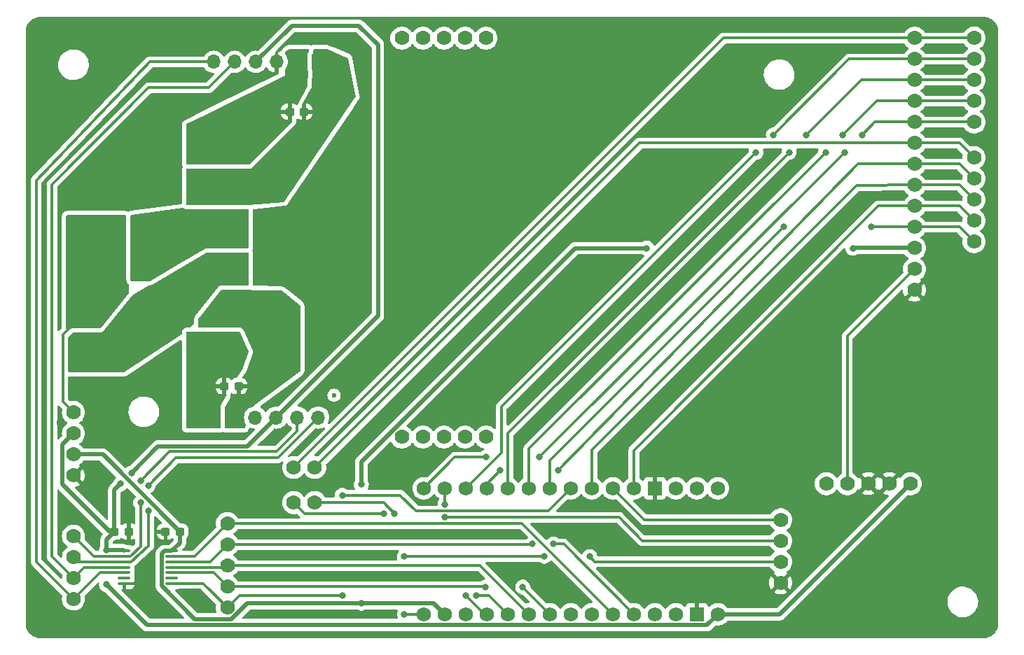
<source format=gtl>
%TF.GenerationSoftware,KiCad,Pcbnew,7.0.10*%
%TF.CreationDate,2024-01-18T23:13:16-08:00*%
%TF.ProjectId,r2dtf dev board rev 1,72326474-6620-4646-9576-20626f617264,rev?*%
%TF.SameCoordinates,Original*%
%TF.FileFunction,Copper,L1,Top*%
%TF.FilePolarity,Positive*%
%FSLAX46Y46*%
G04 Gerber Fmt 4.6, Leading zero omitted, Abs format (unit mm)*
G04 Created by KiCad (PCBNEW 7.0.10) date 2024-01-18 23:13:16*
%MOMM*%
%LPD*%
G01*
G04 APERTURE LIST*
G04 Aperture macros list*
%AMRoundRect*
0 Rectangle with rounded corners*
0 $1 Rounding radius*
0 $2 $3 $4 $5 $6 $7 $8 $9 X,Y pos of 4 corners*
0 Add a 4 corners polygon primitive as box body*
4,1,4,$2,$3,$4,$5,$6,$7,$8,$9,$2,$3,0*
0 Add four circle primitives for the rounded corners*
1,1,$1+$1,$2,$3*
1,1,$1+$1,$4,$5*
1,1,$1+$1,$6,$7*
1,1,$1+$1,$8,$9*
0 Add four rect primitives between the rounded corners*
20,1,$1+$1,$2,$3,$4,$5,0*
20,1,$1+$1,$4,$5,$6,$7,0*
20,1,$1+$1,$6,$7,$8,$9,0*
20,1,$1+$1,$8,$9,$2,$3,0*%
G04 Aperture macros list end*
%TA.AperFunction,ComponentPad*%
%ADD10C,0.600000*%
%TD*%
%TA.AperFunction,SMDPad,CuDef*%
%ADD11RoundRect,0.237500X-0.300000X-0.237500X0.300000X-0.237500X0.300000X0.237500X-0.300000X0.237500X0*%
%TD*%
%TA.AperFunction,ComponentPad*%
%ADD12O,2.400000X4.400000*%
%TD*%
%TA.AperFunction,ComponentPad*%
%ADD13C,1.778000*%
%TD*%
%TA.AperFunction,ComponentPad*%
%ADD14C,2.000000*%
%TD*%
%TA.AperFunction,ComponentPad*%
%ADD15R,1.700000X1.700000*%
%TD*%
%TA.AperFunction,ComponentPad*%
%ADD16O,1.700000X1.700000*%
%TD*%
%TA.AperFunction,SMDPad,CuDef*%
%ADD17RoundRect,0.100000X-0.637500X-0.100000X0.637500X-0.100000X0.637500X0.100000X-0.637500X0.100000X0*%
%TD*%
%TA.AperFunction,SMDPad,CuDef*%
%ADD18RoundRect,0.237500X0.300000X0.237500X-0.300000X0.237500X-0.300000X-0.237500X0.300000X-0.237500X0*%
%TD*%
%TA.AperFunction,ComponentPad*%
%ADD19C,1.727200*%
%TD*%
%TA.AperFunction,ComponentPad*%
%ADD20R,1.727200X1.727200*%
%TD*%
%TA.AperFunction,ViaPad*%
%ADD21C,0.800000*%
%TD*%
%TA.AperFunction,Conductor*%
%ADD22C,0.300000*%
%TD*%
%TA.AperFunction,Conductor*%
%ADD23C,0.500000*%
%TD*%
G04 APERTURE END LIST*
D10*
%TO.P,REF\u002A\u002A,1*%
%TO.N,GND*%
X114900000Y-127600000D03*
%TD*%
%TO.P,REF\u002A\u002A,1*%
%TO.N,GND*%
X60600000Y-131700000D03*
%TD*%
%TO.P,REF\u002A\u002A8,1*%
%TO.N,GND*%
X142300000Y-93600000D03*
%TD*%
%TO.P,REF\u002A\u002A6,1*%
%TO.N,GND*%
X163200000Y-84400000D03*
%TD*%
%TO.P,REF\u002A\u002A6,1*%
%TO.N,GND*%
X68200000Y-132000000D03*
%TD*%
%TO.P,REF\u002A\u002A6,1*%
%TO.N,GND*%
X60800000Y-116800000D03*
%TD*%
%TO.P,REF\u002A\u002A,1*%
%TO.N,GND*%
X60500000Y-104500000D03*
%TD*%
%TO.P,REF\u002A\u002A8,1*%
%TO.N,GND*%
X122600000Y-123800000D03*
%TD*%
%TO.P,REF\u002A\u002A6,1*%
%TO.N,GND*%
X163200000Y-71600000D03*
%TD*%
%TO.P,REF\u002A\u002A8,1*%
%TO.N,GND*%
X62600000Y-133700000D03*
%TD*%
%TO.P,REF\u002A\u002A7,1*%
%TO.N,GND*%
X71900000Y-118000000D03*
%TD*%
%TO.P,REF\u002A\u002A8,1*%
%TO.N,GND*%
X56000000Y-74000000D03*
%TD*%
%TO.P,REF\u002A\u002A4,1*%
%TO.N,GND*%
X141800000Y-107400000D03*
%TD*%
%TO.P,REF\u002A\u002A4,1*%
%TO.N,GND*%
X121600000Y-122800000D03*
%TD*%
%TO.P,REF\u002A\u002A6,1*%
%TO.N,GND*%
X163200000Y-64100000D03*
%TD*%
%TO.P,REF\u002A\u002A8,1*%
%TO.N,GND*%
X128700000Y-82800000D03*
%TD*%
%TO.P,REF\u002A\u002A6,1*%
%TO.N,GND*%
X81500000Y-122700000D03*
%TD*%
%TO.P,REF\u002A\u002A6,1*%
%TO.N,GND*%
X123500000Y-112600000D03*
%TD*%
%TO.P,REF\u002A\u002A,1*%
%TO.N,GND*%
X126700000Y-80800000D03*
%TD*%
%TO.P,REF\u002A\u002A6,1*%
%TO.N,GND*%
X54500000Y-98100000D03*
%TD*%
%TO.P,REF\u002A\u002A5,1*%
%TO.N,GND*%
X62500000Y-105500000D03*
%TD*%
%TO.P,REF\u002A\u002A6,1*%
%TO.N,GND*%
X96800000Y-89000000D03*
%TD*%
D11*
%TO.P,C1,1*%
%TO.N,/M1 Red*%
X76237500Y-104900000D03*
%TO.P,C1,2*%
%TO.N,/M1 Black*%
X77962500Y-104900000D03*
%TD*%
D10*
%TO.P,REF\u002A\u002A2,1*%
%TO.N,GND*%
X128700000Y-80800000D03*
%TD*%
%TO.P,REF\u002A\u002A8,1*%
%TO.N,GND*%
X157900000Y-103700000D03*
%TD*%
%TO.P,REF\u002A\u002A6,1*%
%TO.N,GND*%
X90500000Y-114600000D03*
%TD*%
%TO.P,REF\u002A\u002A6,1*%
%TO.N,GND*%
X81500000Y-132500000D03*
%TD*%
%TO.P,REF\u002A\u002A6,1*%
%TO.N,GND*%
X163200000Y-69200000D03*
%TD*%
%TO.P,REF\u002A\u002A2,1*%
%TO.N,GND*%
X98800000Y-87000000D03*
%TD*%
%TO.P,REF\u002A\u002A6,1*%
%TO.N,GND*%
X60500000Y-106500000D03*
%TD*%
D12*
%TO.P,SW1,1,A*%
%TO.N,/BATT POST_SWITCH*%
X67100000Y-88200000D03*
%TO.P,SW1,2,B*%
%TO.N,VBAT*%
X62400000Y-88200000D03*
%TD*%
D10*
%TO.P,REF\u002A\u002A8,1*%
%TO.N,GND*%
X129800000Y-93600000D03*
%TD*%
%TO.P,REF\u002A\u002A5,1*%
%TO.N,GND*%
X56000000Y-73000000D03*
%TD*%
%TO.P,REF\u002A\u002A6,1*%
%TO.N,GND*%
X169000000Y-69200000D03*
%TD*%
D13*
%TO.P,U2,1,GND*%
%TO.N,GND*%
X159662500Y-93267500D03*
%TO.P,U2,2,VOUT-Rev_Protected_VBAT*%
%TO.N,Net-(U2-VOUT-Rev_Protected_VBAT)*%
X159662500Y-90727500D03*
%TO.P,U2,3,VDD-Input*%
%TO.N,+3V3*%
X159662500Y-88187500D03*
%TO.P,U2,4,M1EN/DIAG*%
%TO.N,M1_EN{slash}DIAG*%
X159662500Y-85647500D03*
%TO.P,U2,5,M1INA*%
%TO.N,M1_INA*%
X159662500Y-83107500D03*
%TO.P,U2,6,M1INB*%
%TO.N,M1_INB*%
X159662500Y-80567500D03*
%TO.P,U2,7,M1PWM*%
%TO.N,M1_PWM*%
X159662500Y-78027500D03*
%TO.P,U2,8,M1CS*%
%TO.N,M1_CS*%
X159662500Y-75487500D03*
%TO.P,U2,9,M2EN/DIAG*%
%TO.N,M2_EN{slash}DIAG*%
X159662500Y-72947500D03*
%TO.P,U2,10,M2INA*%
%TO.N,M2_INA*%
X159662500Y-70407500D03*
%TO.P,U2,11,M2INB*%
%TO.N,M2_INB*%
X159662500Y-67867500D03*
%TO.P,U2,12,M2PWM*%
%TO.N,M2_PWM*%
X159662500Y-65327500D03*
%TO.P,U2,13,M2CS*%
%TO.N,M2_CS*%
X159662500Y-62787500D03*
%TO.P,U2,14,Mech_Conn*%
%TO.N,unconnected-(U2-Mech_Conn-Pad14)*%
X97686500Y-62787500D03*
%TO.P,U2,15,Mech_Conn*%
%TO.N,unconnected-(U2-Mech_Conn-Pad15)*%
X100226500Y-62787500D03*
%TO.P,U2,16,Mech_Conn*%
%TO.N,unconnected-(U2-Mech_Conn-Pad16)*%
X102766500Y-62787500D03*
%TO.P,U2,17,Mech_Conn*%
%TO.N,unconnected-(U2-Mech_Conn-Pad17)*%
X105306500Y-62787500D03*
%TO.P,U2,18,Mech_Conn*%
%TO.N,unconnected-(U2-Mech_Conn-Pad18)*%
X107846500Y-62787500D03*
%TO.P,U2,19,Mech_Conn*%
%TO.N,unconnected-(U2-Mech_Conn-Pad19)*%
X97686500Y-111047500D03*
%TO.P,U2,20,Mech_Conn*%
%TO.N,unconnected-(U2-Mech_Conn-Pad20)*%
X100226500Y-111047500D03*
%TO.P,U2,21,Mech_Conn*%
%TO.N,unconnected-(U2-Mech_Conn-Pad21)*%
X102766500Y-111047500D03*
%TO.P,U2,22,Mech_Conn*%
%TO.N,unconnected-(U2-Mech_Conn-Pad22)*%
X105306500Y-111047500D03*
%TO.P,U2,23,Mech_Conn*%
%TO.N,unconnected-(U2-Mech_Conn-Pad23)*%
X107846500Y-111047500D03*
%TD*%
D10*
%TO.P,REF\u002A\u002A7,1*%
%TO.N,GND*%
X61600000Y-133700000D03*
%TD*%
%TO.P,REF\u002A\u002A1,1*%
%TO.N,GND*%
X156900000Y-101700000D03*
%TD*%
%TO.P,REF\u002A\u002A4,1*%
%TO.N,GND*%
X115900000Y-128600000D03*
%TD*%
%TO.P,REF\u002A\u002A2,1*%
%TO.N,GND*%
X116900000Y-127600000D03*
%TD*%
D14*
%TO.P,J6,1,Pin_1*%
%TO.N,/M1 Red*%
X76100000Y-100750000D03*
%TO.P,J6,2,Pin_2*%
%TO.N,/M1 Black*%
X76100000Y-95750000D03*
%TD*%
D15*
%TO.P,J5,1,M2-Red-Power*%
%TO.N,/M2 Red*%
X87655400Y-65659000D03*
D16*
%TO.P,J5,2,M2-Black-Power*%
%TO.N,/M2 Black*%
X85115400Y-65659000D03*
%TO.P,J5,3,M2-Green-Enc_GND*%
%TO.N,GND*%
X82575400Y-65659000D03*
%TO.P,J5,4,M2-Blue-Enc_VCC*%
%TO.N,+5V*%
X80035400Y-65659000D03*
%TO.P,J5,5,M2-Yellow-ENC_A*%
%TO.N,M2-Enc_A-Yellow-5V*%
X77495400Y-65659000D03*
%TO.P,J5,6,M2-White-ENC_B*%
%TO.N,M2-Enc_B-White-5V*%
X74955400Y-65659000D03*
%TD*%
D10*
%TO.P,REF\u002A\u002A6,1*%
%TO.N,GND*%
X140900000Y-74000000D03*
%TD*%
%TO.P,REF\u002A\u002A2,1*%
%TO.N,GND*%
X56000000Y-72000000D03*
%TD*%
D14*
%TO.P,J1,1,Pin_1-VBAT*%
%TO.N,VBAT*%
X59600000Y-95750000D03*
%TO.P,J1,2,Pin_2-GND*%
%TO.N,/BATT GND*%
X59600000Y-100750000D03*
%TD*%
D10*
%TO.P,REF\u002A\u002A6,1*%
%TO.N,GND*%
X137200000Y-64400000D03*
%TD*%
%TO.P,REF\u002A\u002A6,1*%
%TO.N,GND*%
X163200000Y-66600000D03*
%TD*%
%TO.P,REF\u002A\u002A7,1*%
%TO.N,GND*%
X127700000Y-82800000D03*
%TD*%
%TO.P,REF\u002A\u002A2,1*%
%TO.N,GND*%
X82600000Y-87500000D03*
%TD*%
%TO.P,REF\u002A\u002A4,1*%
%TO.N,GND*%
X130600000Y-63500000D03*
%TD*%
%TO.P,REF\u002A\u002A1,1*%
%TO.N,GND*%
X127700000Y-80800000D03*
%TD*%
D15*
%TO.P,J4,1,M1-Red-Power*%
%TO.N,/M1 Red*%
X74880000Y-108686600D03*
D16*
%TO.P,J4,2,M1-Black-Power*%
%TO.N,/M1 Black*%
X77420000Y-108686600D03*
%TO.P,J4,3,M1-Green-Enc_GND*%
%TO.N,GND*%
X79960000Y-108686600D03*
%TO.P,J4,4,M1-Blue-Enc_VCC*%
%TO.N,+5V*%
X82500000Y-108686600D03*
%TO.P,J4,5,M1-Yellow-ENC_A*%
%TO.N,M1-Enc_A-Yellow-5V*%
X85040000Y-108686600D03*
%TO.P,J4,6,M1-White-ENC_B*%
%TO.N,M1-Enc_B-White-5V*%
X87580000Y-108686600D03*
%TD*%
D10*
%TO.P,REF\u002A\u002A2,1*%
%TO.N,GND*%
X122600000Y-121800000D03*
%TD*%
%TO.P,REF\u002A\u002A5,1*%
%TO.N,GND*%
X157900000Y-102700000D03*
%TD*%
%TO.P,REF\u002A\u002A1,1*%
%TO.N,GND*%
X113200000Y-97900000D03*
%TD*%
D13*
%TO.P,J2,1,Pin_1*%
%TO.N,M1_CS*%
X87172800Y-114736100D03*
%TO.P,J2,2,Pin_2*%
%TO.N,M2_CS*%
X84632800Y-114736100D03*
%TD*%
D10*
%TO.P,REF\u002A\u002A6,1*%
%TO.N,GND*%
X114900000Y-129600000D03*
%TD*%
%TO.P,REF\u002A\u002A1,1*%
%TO.N,GND*%
X61600000Y-131700000D03*
%TD*%
%TO.P,REF\u002A\u002A3,1*%
%TO.N,GND*%
X60500000Y-105500000D03*
%TD*%
%TO.P,REF\u002A\u002A8,1*%
%TO.N,GND*%
X125400000Y-93600000D03*
%TD*%
%TO.P,REF\u002A\u002A4,1*%
%TO.N,GND*%
X61500000Y-105500000D03*
%TD*%
%TO.P,REF\u002A\u002A6,1*%
%TO.N,GND*%
X169000000Y-81800000D03*
%TD*%
%TO.P,REF\u002A\u002A8,1*%
%TO.N,GND*%
X133900000Y-122300000D03*
%TD*%
%TO.P,REF\u002A\u002A7,1*%
%TO.N,GND*%
X61500000Y-106500000D03*
%TD*%
%TO.P,REF\u002A\u002A1,1*%
%TO.N,GND*%
X115900000Y-127600000D03*
%TD*%
%TO.P,REF\u002A\u002A,1*%
%TO.N,GND*%
X140800000Y-106400000D03*
%TD*%
%TO.P,REF\u002A\u002A8,1*%
%TO.N,GND*%
X63000000Y-82900000D03*
%TD*%
D11*
%TO.P,C3,1*%
%TO.N,+5V*%
X62937500Y-122500000D03*
%TO.P,C3,2*%
%TO.N,GND*%
X64662500Y-122500000D03*
%TD*%
D10*
%TO.P,REF\u002A\u002A5,1*%
%TO.N,GND*%
X72900000Y-117000000D03*
%TD*%
%TO.P,REF\u002A\u002A6,1*%
%TO.N,N/C*%
X89500000Y-106000000D03*
%TD*%
%TO.P,REF\u002A\u002A6,1*%
%TO.N,GND*%
X81500000Y-125400000D03*
%TD*%
%TO.P,REF\u002A\u002A,1*%
%TO.N,GND*%
X120600000Y-121800000D03*
%TD*%
%TO.P,REF\u002A\u002A6,1*%
%TO.N,GND*%
X70900000Y-118000000D03*
%TD*%
D13*
%TO.P,J9,1,Pin_1*%
%TO.N,/D3*%
X143484600Y-121056400D03*
%TO.P,J9,2,Pin_2*%
%TO.N,/D11*%
X143484600Y-123596400D03*
%TO.P,J9,3,Pin_3*%
%TO.N,/D13*%
X143484600Y-126136400D03*
%TO.P,J9,4,Pin_4*%
%TO.N,GND*%
X143484600Y-128676400D03*
%TD*%
D10*
%TO.P,REF\u002A\u002A,1*%
%TO.N,GND*%
X61000000Y-80900000D03*
%TD*%
D17*
%TO.P,U1,1,VCCA*%
%TO.N,+5V*%
X64137500Y-124850000D03*
%TO.P,U1,2,A1*%
%TO.N,M1-Enc_A-Yellow-5V*%
X64137500Y-125500000D03*
%TO.P,U1,3,A2*%
%TO.N,M1-Enc_B-White-5V*%
X64137500Y-126150000D03*
%TO.P,U1,4,A3*%
%TO.N,M2-Enc_A-Yellow-5V*%
X64137500Y-126800000D03*
%TO.P,U1,5,A4*%
%TO.N,M2-Enc_B-White-5V*%
X64137500Y-127450000D03*
%TO.P,U1,6*%
%TO.N,N/C*%
X64137500Y-128100000D03*
%TO.P,U1,7,GND*%
%TO.N,GND*%
X64137500Y-128750000D03*
%TO.P,U1,8,OE*%
%TO.N,TXU_OE*%
X69862500Y-128750000D03*
%TO.P,U1,9*%
%TO.N,N/C*%
X69862500Y-128100000D03*
%TO.P,U1,10,B4Y*%
%TO.N,M2-Enc_B-White-3V3*%
X69862500Y-127450000D03*
%TO.P,U1,11,B3Y*%
%TO.N,M2-Enc_A-Yellow-3V3*%
X69862500Y-126800000D03*
%TO.P,U1,12,B2Y*%
%TO.N,M1-Enc_B-White-3V3*%
X69862500Y-126150000D03*
%TO.P,U1,13,B1Y*%
%TO.N,M1-Enc_A-Yellow-3V3*%
X69862500Y-125500000D03*
%TO.P,U1,14,VCCB*%
%TO.N,+3V3*%
X69862500Y-124850000D03*
%TD*%
D10*
%TO.P,REF\u002A\u002A1,1*%
%TO.N,GND*%
X121600000Y-121800000D03*
%TD*%
%TO.P,REF\u002A\u002A8,1*%
%TO.N,GND*%
X114200000Y-99900000D03*
%TD*%
%TO.P,REF\u002A\u002A6,1*%
%TO.N,GND*%
X140800000Y-108400000D03*
%TD*%
%TO.P,REF\u002A\u002A5,1*%
%TO.N,GND*%
X63000000Y-81900000D03*
%TD*%
%TO.P,REF\u002A\u002A6,1*%
%TO.N,GND*%
X147700000Y-61300000D03*
%TD*%
%TO.P,REF\u002A\u002A3,1*%
%TO.N,GND*%
X126700000Y-81800000D03*
%TD*%
%TO.P,REF\u002A\u002A,1*%
%TO.N,GND*%
X112200000Y-97900000D03*
%TD*%
%TO.P,REF\u002A\u002A3,1*%
%TO.N,GND*%
X155900000Y-102700000D03*
%TD*%
%TO.P,REF\u002A\u002A,1*%
%TO.N,GND*%
X54000000Y-72000000D03*
%TD*%
%TO.P,REF\u002A\u002A1,1*%
%TO.N,GND*%
X55000000Y-72000000D03*
%TD*%
%TO.P,REF\u002A\u002A6,1*%
%TO.N,GND*%
X105500000Y-98900000D03*
%TD*%
%TO.P,REF\u002A\u002A4,1*%
%TO.N,GND*%
X81600000Y-88500000D03*
%TD*%
%TO.P,REF\u002A\u002A6,1*%
%TO.N,GND*%
X112200000Y-99900000D03*
%TD*%
%TO.P,REF\u002A\u002A5,1*%
%TO.N,GND*%
X62600000Y-132700000D03*
%TD*%
%TO.P,REF\u002A\u002A2,1*%
%TO.N,GND*%
X142800000Y-106400000D03*
%TD*%
D13*
%TO.P,J10,1,Pin_1*%
%TO.N,VBAT*%
X58000000Y-108079500D03*
%TO.P,J10,2,Pin_2*%
%TO.N,+5V*%
X58000000Y-110619500D03*
%TO.P,J10,3,Pin_3*%
%TO.N,+3V3*%
X58000000Y-113159500D03*
%TO.P,J10,4,Pin_4*%
%TO.N,GND*%
X58000000Y-115699500D03*
%TD*%
D10*
%TO.P,REF\u002A\u002A4,1*%
%TO.N,GND*%
X113200000Y-98900000D03*
%TD*%
%TO.P,REF\u002A\u002A6,1*%
%TO.N,GND*%
X150300000Y-64400000D03*
%TD*%
%TO.P,REF\u002A\u002A4,1*%
%TO.N,GND*%
X127700000Y-81800000D03*
%TD*%
%TO.P,REF\u002A\u002A6,1*%
%TO.N,GND*%
X56200000Y-109300000D03*
%TD*%
%TO.P,REF\u002A\u002A6,1*%
%TO.N,GND*%
X163200000Y-79300000D03*
%TD*%
%TO.P,REF\u002A\u002A1,1*%
%TO.N,GND*%
X141800000Y-106400000D03*
%TD*%
D14*
%TO.P,J8,1,Pin_1*%
%TO.N,/M2 Red*%
X76100000Y-80750000D03*
%TO.P,J8,2,Pin_2*%
%TO.N,/M2 Black*%
X76100000Y-75750000D03*
%TD*%
D10*
%TO.P,REF\u002A\u002A6,1*%
%TO.N,GND*%
X97700000Y-65700000D03*
%TD*%
D13*
%TO.P,J3,1,Pin_1*%
%TO.N,/Post-Jumper CS1*%
X87172800Y-118986100D03*
%TO.P,J3,2,Pin_2*%
%TO.N,/Post-Jumper CS2*%
X84632800Y-118986100D03*
%TD*%
D10*
%TO.P,REF\u002A\u002A3,1*%
%TO.N,GND*%
X140800000Y-107400000D03*
%TD*%
%TO.P,REF\u002A\u002A6,1*%
%TO.N,GND*%
X152100000Y-126200000D03*
%TD*%
%TO.P,REF\u002A\u002A1,1*%
%TO.N,GND*%
X71900000Y-116000000D03*
%TD*%
D18*
%TO.P,C2,1*%
%TO.N,/M2 Red*%
X85862500Y-71700000D03*
%TO.P,C2,2*%
%TO.N,/M2 Black*%
X84137500Y-71700000D03*
%TD*%
D10*
%TO.P,REF\u002A\u002A8,1*%
%TO.N,GND*%
X95600000Y-114500000D03*
%TD*%
%TO.P,REF\u002A\u002A4,1*%
%TO.N,GND*%
X97800000Y-88000000D03*
%TD*%
%TO.P,REF\u002A\u002A8,1*%
%TO.N,GND*%
X98800000Y-89000000D03*
%TD*%
%TO.P,REF\u002A\u002A4,1*%
%TO.N,GND*%
X55000000Y-73000000D03*
%TD*%
%TO.P,REF\u002A\u002A5,1*%
%TO.N,GND*%
X116900000Y-128600000D03*
%TD*%
%TO.P,REF\u002A\u002A6,1*%
%TO.N,GND*%
X54000000Y-74000000D03*
%TD*%
%TO.P,REF\u002A\u002A7,1*%
%TO.N,GND*%
X97800000Y-89000000D03*
%TD*%
%TO.P,REF\u002A\u002A6,1*%
%TO.N,GND*%
X155900000Y-103700000D03*
%TD*%
%TO.P,REF\u002A\u002A7,1*%
%TO.N,GND*%
X130600000Y-64500000D03*
%TD*%
%TO.P,REF\u002A\u002A7,1*%
%TO.N,GND*%
X121600000Y-123800000D03*
%TD*%
%TO.P,REF\u002A\u002A,1*%
%TO.N,GND*%
X70900000Y-116000000D03*
%TD*%
%TO.P,REF\u002A\u002A5,1*%
%TO.N,GND*%
X82600000Y-88500000D03*
%TD*%
D13*
%TO.P,J13,1,Pin_1*%
%TO.N,M1-Enc_A-Yellow-5V*%
X58000000Y-123024000D03*
%TO.P,J13,2,Pin_2*%
%TO.N,M1-Enc_B-White-5V*%
X58000000Y-125564000D03*
%TO.P,J13,3,Pin_3*%
%TO.N,M2-Enc_A-Yellow-5V*%
X58000000Y-128104000D03*
%TO.P,J13,4,Pin_4*%
%TO.N,M2-Enc_B-White-5V*%
X58000000Y-130644000D03*
%TD*%
D10*
%TO.P,REF\u002A\u002A2,1*%
%TO.N,GND*%
X62500000Y-104500000D03*
%TD*%
%TO.P,REF\u002A\u002A1,1*%
%TO.N,GND*%
X130600000Y-62500000D03*
%TD*%
%TO.P,REF\u002A\u002A6,1*%
%TO.N,GND*%
X78000000Y-68200000D03*
%TD*%
%TO.P,REF\u002A\u002A6,1*%
%TO.N,GND*%
X57200000Y-119800000D03*
%TD*%
%TO.P,REF\u002A\u002A5,1*%
%TO.N,GND*%
X98800000Y-88000000D03*
%TD*%
%TO.P,REF\u002A\u002A5,1*%
%TO.N,GND*%
X114200000Y-98900000D03*
%TD*%
%TO.P,REF\u002A\u002A6,1*%
%TO.N,GND*%
X72200000Y-130400000D03*
%TD*%
%TO.P,REF\u002A\u002A7,1*%
%TO.N,GND*%
X115900000Y-129600000D03*
%TD*%
%TO.P,REF\u002A\u002A6,1*%
%TO.N,GND*%
X129600000Y-64500000D03*
%TD*%
%TO.P,REF\u002A\u002A2,1*%
%TO.N,GND*%
X114200000Y-97900000D03*
%TD*%
D19*
%TO.P,XA1,3V3,3.3V*%
%TO.N,+3V3*%
X102880000Y-132490000D03*
%TO.P,XA1,5V,5V/VUSB_if_SJ1*%
%TO.N,unconnected-(XA1-5V{slash}VUSB_if_SJ1-Pad5V)*%
X128280000Y-132490000D03*
%TO.P,XA1,A0,A0/P0.04/DAC*%
%TO.N,/Post-Jumper CS2*%
X107960000Y-132490000D03*
%TO.P,XA1,A1,A1/P0.05*%
%TO.N,/Post-Jumper CS1*%
X110500000Y-132490000D03*
%TO.P,XA1,A2,A2/P0.30*%
%TO.N,M2-Enc_A-Yellow-3V3*%
X113040000Y-132490000D03*
%TO.P,XA1,A3,A3/P0.29*%
%TO.N,M2-Enc_B-White-3V3*%
X115580000Y-132490000D03*
%TO.P,XA1,A4,A4/P0.31/SDA/Pullup*%
%TO.N,unconnected-(XA1-A4{slash}P0.31{slash}SDA{slash}Pullup-PadA4)*%
X118120000Y-132490000D03*
%TO.P,XA1,A5,A5/P0.02/SCL/Pullup*%
%TO.N,unconnected-(XA1-A5{slash}P0.02{slash}SCL{slash}Pullup-PadA5)*%
X120660000Y-132490000D03*
%TO.P,XA1,A6,A6/P0.28*%
%TO.N,M1-Enc_A-Yellow-3V3*%
X123200000Y-132490000D03*
%TO.P,XA1,A7,A7/P0.03*%
%TO.N,M1-Enc_B-White-3V3*%
X125740000Y-132490000D03*
%TO.P,XA1,AREF,AREF*%
%TO.N,unconnected-(XA1-PadAREF)*%
X105420000Y-132490000D03*
%TO.P,XA1,D0,D0/P1.10/RX*%
%TO.N,unconnected-(XA1-D0{slash}P1.10{slash}RX-PadD0)*%
X133360000Y-117250000D03*
%TO.P,XA1,D1,D1/P1.03/TX*%
%TO.N,unconnected-(XA1-D1{slash}P1.03{slash}TX-PadD1)*%
X135900000Y-117250000D03*
%TO.P,XA1,D2,D2/P1.11*%
%TO.N,M1_INA*%
X125740000Y-117250000D03*
%TO.P,XA1,D3,D3/P1.12/PWM*%
%TO.N,/D3*%
X123200000Y-117250000D03*
%TO.P,XA1,D4,D4/P1.15*%
%TO.N,M1_INB*%
X120660000Y-117250000D03*
%TO.P,XA1,D5,D5/P1.13/PWM*%
%TO.N,TXU_OE*%
X118120000Y-117250000D03*
%TO.P,XA1,D6,D6/P1.14/PWM*%
%TO.N,M1_EN{slash}DIAG*%
X115580000Y-117250000D03*
%TO.P,XA1,D7,D7/P0.23*%
%TO.N,M2_INA*%
X113040000Y-117250000D03*
%TO.P,XA1,D8,D8/P0.21*%
%TO.N,M2_INB*%
X110500000Y-117250000D03*
%TO.P,XA1,D9,D9/P0.27/PWM*%
%TO.N,M1_PWM*%
X107960000Y-117250000D03*
%TO.P,XA1,D10,D10/P1.02/PWM*%
%TO.N,M2_PWM*%
X105420000Y-117250000D03*
%TO.P,XA1,D11,D11/P1.01/MOSI*%
%TO.N,/D11*%
X102880000Y-117250000D03*
%TO.P,XA1,D12,D12/P1.08/MISO*%
%TO.N,M2_EN{slash}DIAG*%
X100340000Y-117250000D03*
%TO.P,XA1,D13,D13/P0.13/SCK/LED*%
%TO.N,/D13*%
X100340000Y-132490000D03*
D20*
%TO.P,XA1,GND1,GND*%
%TO.N,GND*%
X128280000Y-117250000D03*
%TO.P,XA1,GND2,GND*%
X133360000Y-132490000D03*
D19*
%TO.P,XA1,RST1,RESET*%
%TO.N,unconnected-(XA1-RESET-PadRST1)*%
X130820000Y-117250000D03*
%TO.P,XA1,RST2,RESET*%
%TO.N,unconnected-(XA1-RESET-PadRST2)*%
X130820000Y-132490000D03*
%TO.P,XA1,VIN,VIN*%
%TO.N,+5V*%
X135900000Y-132490000D03*
%TD*%
D10*
%TO.P,REF\u002A\u002A3,1*%
%TO.N,GND*%
X96800000Y-88000000D03*
%TD*%
%TO.P,REF\u002A\u002A7,1*%
%TO.N,GND*%
X156900000Y-103700000D03*
%TD*%
%TO.P,REF\u002A\u002A6,1*%
%TO.N,GND*%
X128600000Y-73700000D03*
%TD*%
%TO.P,REF\u002A\u002A8,1*%
%TO.N,GND*%
X142800000Y-108400000D03*
%TD*%
%TO.P,REF\u002A\u002A6,1*%
%TO.N,GND*%
X114700000Y-81800000D03*
%TD*%
%TO.P,REF\u002A\u002A2,1*%
%TO.N,GND*%
X62600000Y-131700000D03*
%TD*%
%TO.P,REF\u002A\u002A3,1*%
%TO.N,GND*%
X61000000Y-81900000D03*
%TD*%
%TO.P,REF\u002A\u002A6,1*%
%TO.N,GND*%
X86700000Y-111200000D03*
%TD*%
%TO.P,REF\u002A\u002A3,1*%
%TO.N,GND*%
X80600000Y-88500000D03*
%TD*%
%TO.P,REF\u002A\u002A6,1*%
%TO.N,GND*%
X67700000Y-70300000D03*
%TD*%
%TO.P,REF\u002A\u002A3,1*%
%TO.N,GND*%
X129600000Y-63500000D03*
%TD*%
%TO.P,REF\u002A\u002A,1*%
%TO.N,GND*%
X155900000Y-101700000D03*
%TD*%
%TO.P,REF\u002A\u002A2,1*%
%TO.N,GND*%
X72900000Y-116000000D03*
%TD*%
%TO.P,REF\u002A\u002A5,1*%
%TO.N,GND*%
X122600000Y-122800000D03*
%TD*%
%TO.P,REF\u002A\u002A8,1*%
%TO.N,GND*%
X72900000Y-118000000D03*
%TD*%
%TO.P,REF\u002A\u002A8,1*%
%TO.N,GND*%
X82600000Y-89500000D03*
%TD*%
%TO.P,REF\u002A\u002A1,1*%
%TO.N,GND*%
X61500000Y-104500000D03*
%TD*%
D14*
%TO.P,J7,1,Pin_1-GND*%
%TO.N,/BATT GND*%
X76100000Y-90750000D03*
%TO.P,J7,2,Pin_2-VBAT*%
%TO.N,/BATT POST_SWITCH*%
X76100000Y-85750000D03*
%TD*%
D10*
%TO.P,REF\u002A\u002A4,1*%
%TO.N,GND*%
X62000000Y-81900000D03*
%TD*%
%TO.P,REF\u002A\u002A4,1*%
%TO.N,GND*%
X61600000Y-132700000D03*
%TD*%
%TO.P,REF\u002A\u002A3,1*%
%TO.N,GND*%
X120600000Y-122800000D03*
%TD*%
%TO.P,REF\u002A\u002A1,1*%
%TO.N,GND*%
X62000000Y-80900000D03*
%TD*%
%TO.P,REF\u002A\u002A7,1*%
%TO.N,GND*%
X141800000Y-108400000D03*
%TD*%
%TO.P,REF\u002A\u002A4,1*%
%TO.N,GND*%
X71900000Y-117000000D03*
%TD*%
%TO.P,REF\u002A\u002A6,1*%
%TO.N,GND*%
X60600000Y-133700000D03*
%TD*%
%TO.P,REF\u002A\u002A8,1*%
%TO.N,GND*%
X131600000Y-64500000D03*
%TD*%
%TO.P,REF\u002A\u002A5,1*%
%TO.N,GND*%
X128700000Y-81800000D03*
%TD*%
%TO.P,REF\u002A\u002A6,1*%
%TO.N,GND*%
X82200000Y-111200000D03*
%TD*%
%TO.P,REF\u002A\u002A6,1*%
%TO.N,GND*%
X95100000Y-61300000D03*
%TD*%
%TO.P,REF\u002A\u002A5,1*%
%TO.N,GND*%
X142800000Y-107400000D03*
%TD*%
%TO.P,REF\u002A\u002A6,1*%
%TO.N,GND*%
X80600000Y-89500000D03*
%TD*%
%TO.P,REF\u002A\u002A8,1*%
%TO.N,GND*%
X163200000Y-74200000D03*
%TD*%
%TO.P,REF\u002A\u002A2,1*%
%TO.N,GND*%
X157900000Y-101700000D03*
%TD*%
%TO.P,REF\u002A\u002A6,1*%
%TO.N,GND*%
X126700000Y-82800000D03*
%TD*%
%TO.P,REF\u002A\u002A6,1*%
%TO.N,GND*%
X81500000Y-128000000D03*
%TD*%
%TO.P,REF\u002A\u002A3,1*%
%TO.N,GND*%
X114900000Y-128600000D03*
%TD*%
%TO.P,REF\u002A\u002A4,1*%
%TO.N,GND*%
X156900000Y-102700000D03*
%TD*%
%TO.P,REF\u002A\u002A6,1*%
%TO.N,GND*%
X163200000Y-76700000D03*
%TD*%
%TO.P,REF\u002A\u002A6,1*%
%TO.N,GND*%
X80100000Y-62300000D03*
%TD*%
%TO.P,REF\u002A\u002A1,1*%
%TO.N,GND*%
X81600000Y-87500000D03*
%TD*%
%TO.P,REF\u002A\u002A5,1*%
%TO.N,GND*%
X131600000Y-63500000D03*
%TD*%
%TO.P,REF\u002A\u002A8,1*%
%TO.N,GND*%
X116900000Y-129600000D03*
%TD*%
%TO.P,REF\u002A\u002A8,1*%
%TO.N,GND*%
X62500000Y-106500000D03*
%TD*%
D13*
%TO.P,J12,1,Pin_1*%
%TO.N,M2_EN{slash}DIAG*%
X166860500Y-72940500D03*
%TO.P,J12,2,Pin_2*%
%TO.N,M2_INA*%
X166860500Y-70400500D03*
%TO.P,J12,3,Pin_3*%
%TO.N,M2_INB*%
X166860500Y-67860500D03*
%TO.P,J12,4,Pin_4*%
%TO.N,M2_PWM*%
X166860500Y-65320500D03*
%TO.P,J12,5,Pin_5*%
%TO.N,M2_CS*%
X166860500Y-62780500D03*
%TD*%
D10*
%TO.P,REF\u002A\u002A2,1*%
%TO.N,GND*%
X131600000Y-62500000D03*
%TD*%
%TO.P,REF\u002A\u002A7,1*%
%TO.N,GND*%
X55000000Y-74000000D03*
%TD*%
D13*
%TO.P,U3,1,Enable*%
%TO.N,unconnected-(U3-Enable-Pad1)*%
X148996400Y-116687600D03*
%TO.P,U3,2,In_+_4.5-20V*%
%TO.N,Net-(U2-VOUT-Rev_Protected_VBAT)*%
X151536400Y-116687600D03*
%TO.P,U3,3,In_-*%
%TO.N,GND*%
X154076400Y-116687600D03*
%TO.P,U3,4,Out_-*%
X156616400Y-116687600D03*
%TO.P,U3,5,Out_+_1-16V*%
%TO.N,+5V*%
X159156400Y-116687600D03*
%TD*%
D10*
%TO.P,REF\u002A\u002A6,1*%
%TO.N,GND*%
X64400000Y-119700000D03*
%TD*%
%TO.P,REF\u002A\u002A3,1*%
%TO.N,GND*%
X70900000Y-117000000D03*
%TD*%
%TO.P,REF\u002A\u002A3,1*%
%TO.N,GND*%
X112200000Y-98900000D03*
%TD*%
%TO.P,REF\u002A\u002A6,1*%
%TO.N,GND*%
X124300000Y-128000000D03*
%TD*%
%TO.P,REF\u002A\u002A3,1*%
%TO.N,GND*%
X54000000Y-73000000D03*
%TD*%
%TO.P,REF\u002A\u002A6,1*%
%TO.N,GND*%
X55000000Y-62300000D03*
%TD*%
%TO.P,REF\u002A\u002A,1*%
%TO.N,GND*%
X129600000Y-62500000D03*
%TD*%
%TO.P,REF\u002A\u002A7,1*%
%TO.N,GND*%
X81600000Y-89500000D03*
%TD*%
D13*
%TO.P,J14,1,Pin_1*%
%TO.N,M1-Enc_A-Yellow-3V3*%
X76600000Y-121524000D03*
%TO.P,J14,2,Pin_2*%
%TO.N,M1-Enc_B-White-3V3*%
X76600000Y-124064000D03*
%TO.P,J14,3,Pin_3*%
%TO.N,M2-Enc_A-Yellow-3V3*%
X76600000Y-126604000D03*
%TO.P,J14,4,Pin_4*%
%TO.N,M2-Enc_B-White-3V3*%
X76600000Y-129144000D03*
%TO.P,J14,5,Pin_5*%
%TO.N,TXU_OE*%
X76600000Y-131684000D03*
%TD*%
D10*
%TO.P,REF\u002A\u002A7,1*%
%TO.N,GND*%
X62000000Y-82900000D03*
%TD*%
%TO.P,REF\u002A\u002A,1*%
%TO.N,GND*%
X96800000Y-87000000D03*
%TD*%
%TO.P,REF\u002A\u002A6,1*%
%TO.N,GND*%
X163200000Y-81800000D03*
%TD*%
%TO.P,REF\u002A\u002A,1*%
%TO.N,GND*%
X80600000Y-87500000D03*
%TD*%
%TO.P,REF\u002A\u002A2,1*%
%TO.N,GND*%
X63000000Y-80900000D03*
%TD*%
%TO.P,REF\u002A\u002A1,1*%
%TO.N,GND*%
X97800000Y-87000000D03*
%TD*%
%TO.P,REF\u002A\u002A6,1*%
%TO.N,GND*%
X120600000Y-123800000D03*
%TD*%
D13*
%TO.P,J11,1,Pin_1*%
%TO.N,M1_EN{slash}DIAG*%
X166860500Y-87410000D03*
%TO.P,J11,2,Pin_2*%
%TO.N,M1_INA*%
X166860500Y-84870000D03*
%TO.P,J11,3,Pin_3*%
%TO.N,M1_INB*%
X166860500Y-82330000D03*
%TO.P,J11,4,Pin_4*%
%TO.N,M1_PWM*%
X166860500Y-79790000D03*
%TO.P,J11,5,Pin_5*%
%TO.N,M1_CS*%
X166860500Y-77250000D03*
%TD*%
D10*
%TO.P,REF\u002A\u002A6,1*%
%TO.N,GND*%
X61000000Y-82900000D03*
%TD*%
%TO.P,REF\u002A\u002A3,1*%
%TO.N,GND*%
X60600000Y-132700000D03*
%TD*%
D18*
%TO.P,C4,1*%
%TO.N,+3V3*%
X70862500Y-122500000D03*
%TO.P,C4,2*%
%TO.N,GND*%
X69137500Y-122500000D03*
%TD*%
D10*
%TO.P,REF\u002A\u002A7,1*%
%TO.N,GND*%
X113200000Y-99900000D03*
%TD*%
D21*
%TO.N,+5V*%
X63700000Y-116700000D03*
X62000000Y-124750000D03*
X65000000Y-115400000D03*
X62000000Y-128900000D03*
%TO.N,+3V3*%
X92800000Y-116800000D03*
X127300000Y-88200000D03*
X152200000Y-88200000D03*
X92800000Y-131176400D03*
%TO.N,M1_EN{slash}DIAG*%
X143900000Y-85600000D03*
X154447500Y-85647500D03*
%TO.N,M1_PWM*%
X116600000Y-115100000D03*
X109600000Y-115100000D03*
%TO.N,M2_EN{slash}DIAG*%
X151200000Y-76600000D03*
X153300000Y-74500000D03*
X107900000Y-113500000D03*
X114300000Y-113500000D03*
%TO.N,M2_INA*%
X151000000Y-74500000D03*
X148900000Y-76600000D03*
%TO.N,M2_INB*%
X146600000Y-74500000D03*
X144500000Y-76600000D03*
%TO.N,M2_PWM*%
X140500000Y-76600000D03*
X142600000Y-74500000D03*
%TO.N,M1-Enc_A-Yellow-5V*%
X66100000Y-119000000D03*
X66100000Y-116300000D03*
%TO.N,M1-Enc_B-White-5V*%
X67100000Y-120000000D03*
X67025000Y-116925000D03*
%TO.N,TXU_OE*%
X90500000Y-130200000D03*
X90500000Y-118100000D03*
%TO.N,M1-Enc_B-White-3V3*%
X116000000Y-124000000D03*
X113500000Y-124000000D03*
%TO.N,M2-Enc_B-White-3V3*%
X107800000Y-129200000D03*
X112300000Y-129200000D03*
%TO.N,/D11*%
X102900000Y-120774000D03*
X102900000Y-119200000D03*
%TO.N,/D13*%
X98000000Y-125500000D03*
X120400000Y-125500000D03*
X114900000Y-125500000D03*
X98000000Y-132500000D03*
%TO.N,/Post-Jumper CS1*%
X106700000Y-130200000D03*
X96800000Y-120300000D03*
%TO.N,/Post-Jumper CS2*%
X105400000Y-130200000D03*
X95500000Y-120300000D03*
%TD*%
D22*
%TO.N,VBAT*%
X58000000Y-108079500D02*
X56720500Y-106800000D01*
X56720500Y-106800000D02*
X56720500Y-98629500D01*
X56720500Y-98629500D02*
X59600000Y-95750000D01*
%TO.N,M1_CS*%
X159662500Y-75487500D02*
X165098000Y-75487500D01*
X165098000Y-75487500D02*
X166860500Y-77250000D01*
X159662500Y-75487500D02*
X126421400Y-75487500D01*
X126421400Y-75487500D02*
X87172800Y-114736100D01*
%TO.N,M2_CS*%
X136581400Y-62787500D02*
X84632800Y-114736100D01*
X159662500Y-62787500D02*
X166853500Y-62787500D01*
X159662500Y-62787500D02*
X136581400Y-62787500D01*
X166853500Y-62787500D02*
X166860500Y-62780500D01*
%TO.N,GND*%
X82575400Y-64524600D02*
X83800000Y-63300000D01*
X82575400Y-65659000D02*
X82575400Y-64524600D01*
X64137500Y-128750000D02*
X65750000Y-128750000D01*
D23*
%TO.N,+5V*%
X80035400Y-65659000D02*
X84394400Y-61300000D01*
X78986600Y-112200000D02*
X68200000Y-112200000D01*
X64037500Y-124750000D02*
X64137500Y-124850000D01*
X62937500Y-122500000D02*
X62400000Y-122500000D01*
X62400000Y-122500000D02*
X56661000Y-116761000D01*
X63700000Y-116700000D02*
X62937500Y-117462500D01*
X56661000Y-111958500D02*
X58000000Y-110619500D01*
X62000000Y-124750000D02*
X62000000Y-123437500D01*
X92500000Y-61300000D02*
X94800000Y-63600000D01*
X62937500Y-117462500D02*
X62937500Y-122500000D01*
X94800000Y-96386600D02*
X82500000Y-108686600D01*
X62000000Y-123437500D02*
X62937500Y-122500000D01*
X66903600Y-133803600D02*
X62000000Y-128900000D01*
X68200000Y-112200000D02*
X65000000Y-115400000D01*
X143354000Y-132490000D02*
X135900000Y-132490000D01*
X56661000Y-116761000D02*
X56661000Y-111958500D01*
X82500000Y-108686600D02*
X78986600Y-112200000D01*
X159156400Y-116687600D02*
X143354000Y-132490000D01*
X62000000Y-124750000D02*
X64037500Y-124750000D01*
X94800000Y-63600000D02*
X94800000Y-96386600D01*
X84394400Y-61300000D02*
X92500000Y-61300000D01*
X135900000Y-132490000D02*
X134586400Y-133803600D01*
X134586400Y-133803600D02*
X66903600Y-133803600D01*
%TO.N,+3V3*%
X61522000Y-113159500D02*
X58000000Y-113159500D01*
X77077632Y-133100000D02*
X72694412Y-133100000D01*
X118640368Y-88200000D02*
X127300000Y-88200000D01*
X70862500Y-123850000D02*
X69862500Y-124850000D01*
X68675000Y-129080588D02*
X68675000Y-125169412D01*
X68675000Y-125169412D02*
X68994412Y-124850000D01*
X70862500Y-122500000D02*
X70862500Y-123850000D01*
X92800000Y-114040368D02*
X118640368Y-88200000D01*
X101566400Y-131176400D02*
X79001232Y-131176400D01*
X152200000Y-88200000D02*
X152212500Y-88187500D01*
X70862500Y-122500000D02*
X61522000Y-113159500D01*
X72694412Y-133100000D02*
X68675000Y-129080588D01*
X102880000Y-132490000D02*
X101566400Y-131176400D01*
X68994412Y-124850000D02*
X69862500Y-124850000D01*
X92800000Y-116800000D02*
X92800000Y-114040368D01*
X152212500Y-88187500D02*
X159662500Y-88187500D01*
X79001232Y-131176400D02*
X77077632Y-133100000D01*
D22*
%TO.N,M1_EN{slash}DIAG*%
X165098000Y-85647500D02*
X166860500Y-87410000D01*
X154447500Y-85647500D02*
X159662500Y-85647500D01*
X115580000Y-117250000D02*
X115580000Y-113920000D01*
X115580000Y-113920000D02*
X143900000Y-85600000D01*
X159662500Y-85647500D02*
X165098000Y-85647500D01*
%TO.N,M1_INA*%
X155300000Y-83100000D02*
X155307500Y-83107500D01*
X155307500Y-83107500D02*
X159662500Y-83107500D01*
X165098000Y-83107500D02*
X166860500Y-84870000D01*
X125740000Y-112660000D02*
X155300000Y-83100000D01*
X159662500Y-83107500D02*
X165098000Y-83107500D01*
X125740000Y-117250000D02*
X125740000Y-112660000D01*
%TO.N,M1_INB*%
X165098000Y-80567500D02*
X166860500Y-82330000D01*
X120660000Y-117250000D02*
X120660000Y-112640000D01*
X152700000Y-80600000D02*
X153000000Y-80600000D01*
X120660000Y-112640000D02*
X152700000Y-80600000D01*
X153000000Y-80600000D02*
X159662500Y-80567500D01*
X159662500Y-80567500D02*
X165098000Y-80567500D01*
%TO.N,M1_PWM*%
X165098000Y-78027500D02*
X166860500Y-79790000D01*
X107960000Y-117250000D02*
X107960000Y-116740000D01*
X107960000Y-116740000D02*
X109600000Y-115100000D01*
X159662500Y-78027500D02*
X165098000Y-78027500D01*
X116600000Y-115100000D02*
X152872500Y-78027500D01*
X152872500Y-78027500D02*
X159662500Y-78027500D01*
%TO.N,M2_EN{slash}DIAG*%
X114300000Y-113500000D02*
X151200000Y-76600000D01*
X166853500Y-72947500D02*
X166860500Y-72940500D01*
X159662500Y-72947500D02*
X166853500Y-72947500D01*
X153300000Y-74500000D02*
X154852500Y-72947500D01*
X154852500Y-72947500D02*
X159662500Y-72947500D01*
X100340000Y-117250000D02*
X104090000Y-113500000D01*
X104090000Y-113500000D02*
X107900000Y-113500000D01*
%TO.N,M2_INA*%
X113040000Y-112540000D02*
X113040000Y-112460000D01*
X113040000Y-117250000D02*
X113040000Y-112540000D01*
X113040000Y-112460000D02*
X148900000Y-76600000D01*
X155100000Y-70400000D02*
X155107500Y-70407500D01*
X155107500Y-70407500D02*
X159662500Y-70407500D01*
X151000000Y-74500000D02*
X155100000Y-70400000D01*
X166853500Y-70407500D02*
X166860500Y-70400500D01*
X159662500Y-70407500D02*
X166853500Y-70407500D01*
%TO.N,M2_INB*%
X110500000Y-110600000D02*
X144500000Y-76600000D01*
X159662500Y-67867500D02*
X166853500Y-67867500D01*
X166853500Y-67867500D02*
X166860500Y-67860500D01*
X110500000Y-112600000D02*
X110500000Y-110600000D01*
X110500000Y-117250000D02*
X110500000Y-112600000D01*
X146600000Y-74500000D02*
X153232500Y-67867500D01*
X153232500Y-67867500D02*
X159662500Y-67867500D01*
%TO.N,M2_PWM*%
X142600000Y-74500000D02*
X151772500Y-65327500D01*
X109700000Y-107400000D02*
X140500000Y-76600000D01*
X151772500Y-65327500D02*
X159662500Y-65327500D01*
X166853500Y-65327500D02*
X166860500Y-65320500D01*
X105420000Y-117250000D02*
X109700000Y-112970000D01*
X109700000Y-112970000D02*
X109700000Y-107400000D01*
X159662500Y-65327500D02*
X166853500Y-65327500D01*
%TO.N,M1-Enc_A-Yellow-5V*%
X85040000Y-110360000D02*
X82600000Y-112800000D01*
X85040000Y-108686600D02*
X85040000Y-110360000D01*
X64137500Y-125500000D02*
X60476000Y-125500000D01*
X69600000Y-112800000D02*
X66100000Y-116300000D01*
X66100000Y-124274999D02*
X66100000Y-119000000D01*
X64874999Y-125500000D02*
X66100000Y-124274999D01*
X82600000Y-112800000D02*
X69600000Y-112800000D01*
X64137500Y-125500000D02*
X64874999Y-125500000D01*
X60476000Y-125500000D02*
X58000000Y-123024000D01*
%TO.N,M1-Enc_B-White-5V*%
X58586000Y-126150000D02*
X58000000Y-125564000D01*
X70400000Y-113550000D02*
X82716600Y-113550000D01*
X67025000Y-116925000D02*
X70400000Y-113550000D01*
X64932105Y-126150000D02*
X64137500Y-126150000D01*
X67100000Y-124200000D02*
X64932105Y-126150000D01*
X67100000Y-120000000D02*
X67100000Y-124200000D01*
X82716600Y-113550000D02*
X87580000Y-108686600D01*
X64137500Y-126150000D02*
X58586000Y-126150000D01*
%TO.N,M2-Enc_A-Yellow-5V*%
X58000000Y-128104000D02*
X55400000Y-125504000D01*
X55400000Y-125504000D02*
X55400000Y-80500000D01*
X64137500Y-126800000D02*
X59304000Y-126800000D01*
X59304000Y-126800000D02*
X58000000Y-128104000D01*
X67100000Y-68800000D02*
X55400000Y-80500000D01*
X77495400Y-65659000D02*
X74354400Y-68800000D01*
X74354400Y-68800000D02*
X67100000Y-68800000D01*
%TO.N,M2-Enc_B-White-5V*%
X61194000Y-127450000D02*
X58000000Y-130644000D01*
X58000000Y-130644000D02*
X53500000Y-126144000D01*
X67241000Y-65659000D02*
X74955400Y-65659000D01*
X53500000Y-80000000D02*
X67241000Y-65659000D01*
X53500000Y-126144000D02*
X53500000Y-80000000D01*
X64137500Y-127450000D02*
X61194000Y-127450000D01*
%TO.N,TXU_OE*%
X115370000Y-120000000D02*
X118120000Y-117250000D01*
X97500000Y-118100000D02*
X99400000Y-120000000D01*
X99400000Y-120000000D02*
X115370000Y-120000000D01*
X73666000Y-128750000D02*
X76600000Y-131684000D01*
X69862500Y-128750000D02*
X73666000Y-128750000D01*
X90500000Y-118100000D02*
X97500000Y-118100000D01*
X78084000Y-130200000D02*
X76600000Y-131684000D01*
X90500000Y-130200000D02*
X78084000Y-130200000D01*
%TO.N,M1-Enc_A-Yellow-3V3*%
X112234000Y-121524000D02*
X76600000Y-121524000D01*
X123200000Y-132490000D02*
X112234000Y-121524000D01*
X69862500Y-125500000D02*
X72624000Y-125500000D01*
X72624000Y-125500000D02*
X76600000Y-121524000D01*
%TO.N,M1-Enc_B-White-3V3*%
X113436000Y-124064000D02*
X76600000Y-124064000D01*
X74514000Y-126150000D02*
X76600000Y-124064000D01*
X69862500Y-126150000D02*
X74514000Y-126150000D01*
X117250000Y-124000000D02*
X116000000Y-124000000D01*
X113500000Y-124000000D02*
X113436000Y-124064000D01*
X125740000Y-132490000D02*
X117250000Y-124000000D01*
%TO.N,M2-Enc_A-Yellow-3V3*%
X113040000Y-132490000D02*
X107154000Y-126604000D01*
X107154000Y-126604000D02*
X76600000Y-126604000D01*
X69862500Y-126800000D02*
X76404000Y-126800000D01*
X76404000Y-126800000D02*
X76600000Y-126604000D01*
%TO.N,M2-Enc_B-White-3V3*%
X112300000Y-129200000D02*
X112800000Y-129710000D01*
X107800000Y-129200000D02*
X107444000Y-129144000D01*
X69862500Y-127450000D02*
X74906000Y-127450000D01*
X107444000Y-129144000D02*
X76600000Y-129144000D01*
X112800000Y-129710000D02*
X115580000Y-132490000D01*
X74906000Y-127450000D02*
X76600000Y-129144000D01*
%TO.N,Net-(U2-VOUT-Rev_Protected_VBAT)*%
X151536400Y-98853600D02*
X151536400Y-116687600D01*
X159662500Y-90727500D02*
X151536400Y-98853600D01*
%TO.N,/D3*%
X127006400Y-121056400D02*
X143484600Y-121056400D01*
X123200000Y-117250000D02*
X127006400Y-121056400D01*
%TO.N,/D11*%
X126796400Y-123596400D02*
X143484600Y-123596400D01*
X102880000Y-119180000D02*
X102900000Y-119200000D01*
X102880000Y-117250000D02*
X102880000Y-119180000D01*
X102900000Y-120774000D02*
X123974000Y-120774000D01*
X123974000Y-120774000D02*
X126796400Y-123596400D01*
%TO.N,/D13*%
X98000000Y-125500000D02*
X114900000Y-125500000D01*
X121036400Y-126136400D02*
X143484600Y-126136400D01*
X98010000Y-132490000D02*
X98000000Y-132500000D01*
X120400000Y-125500000D02*
X121036400Y-126136400D01*
X100340000Y-132490000D02*
X98010000Y-132490000D01*
%TO.N,/Post-Jumper CS1*%
X95486100Y-118986100D02*
X87172800Y-118986100D01*
X110500000Y-132490000D02*
X108210000Y-130200000D01*
X108210000Y-130200000D02*
X106700000Y-130200000D01*
X96800000Y-120300000D02*
X95486100Y-118986100D01*
%TO.N,/Post-Jumper CS2*%
X95500000Y-120300000D02*
X85946700Y-120300000D01*
X107690000Y-132490000D02*
X105400000Y-130200000D01*
X107960000Y-132490000D02*
X107690000Y-132490000D01*
X85946700Y-120300000D02*
X84632800Y-118986100D01*
%TD*%
%TA.AperFunction,Conductor*%
%TO.N,GND*%
G36*
X67955703Y-120655017D02*
G01*
X67962181Y-120661049D01*
X68657187Y-121356055D01*
X68690672Y-121417378D01*
X68685688Y-121487070D01*
X68643816Y-121543003D01*
X68608511Y-121561442D01*
X68523697Y-121589547D01*
X68523688Y-121589551D01*
X68376965Y-121680052D01*
X68376961Y-121680055D01*
X68255055Y-121801961D01*
X68255052Y-121801965D01*
X68164551Y-121948688D01*
X68164546Y-121948699D01*
X68110319Y-122112347D01*
X68100000Y-122213345D01*
X68100000Y-122250000D01*
X69263500Y-122250000D01*
X69330539Y-122269685D01*
X69376294Y-122322489D01*
X69387500Y-122374000D01*
X69387500Y-123474999D01*
X69486640Y-123474999D01*
X69486654Y-123474998D01*
X69587652Y-123464680D01*
X69751300Y-123410453D01*
X69751311Y-123410448D01*
X69898037Y-123319945D01*
X69900313Y-123317670D01*
X69902262Y-123316605D01*
X69903706Y-123315464D01*
X69903900Y-123315710D01*
X69961634Y-123284181D01*
X70031326Y-123289160D01*
X70087262Y-123331028D01*
X70111683Y-123396491D01*
X70112000Y-123405345D01*
X70112000Y-123487770D01*
X70092315Y-123554809D01*
X70075681Y-123575451D01*
X69587951Y-124063181D01*
X69526628Y-124096666D01*
X69500270Y-124099500D01*
X69058117Y-124099500D01*
X69040147Y-124098191D01*
X69016384Y-124094710D01*
X68969255Y-124098834D01*
X68967042Y-124099028D01*
X68956236Y-124099500D01*
X68950696Y-124099500D01*
X68919913Y-124103098D01*
X68916328Y-124103464D01*
X68841611Y-124110001D01*
X68834544Y-124111460D01*
X68834532Y-124111404D01*
X68827175Y-124113035D01*
X68827189Y-124113092D01*
X68820152Y-124114760D01*
X68749643Y-124140421D01*
X68746266Y-124141595D01*
X68707260Y-124154521D01*
X68675080Y-124165185D01*
X68668538Y-124168236D01*
X68668513Y-124168183D01*
X68661720Y-124171471D01*
X68661746Y-124171523D01*
X68655292Y-124174764D01*
X68592633Y-124215975D01*
X68589593Y-124217912D01*
X68525760Y-124257285D01*
X68520095Y-124261765D01*
X68520059Y-124261719D01*
X68514210Y-124266484D01*
X68514247Y-124266528D01*
X68508716Y-124271168D01*
X68457228Y-124325741D01*
X68454717Y-124328326D01*
X68189358Y-124593684D01*
X68175729Y-124605463D01*
X68156469Y-124619802D01*
X68124632Y-124657743D01*
X68117346Y-124665696D01*
X68113407Y-124669636D01*
X68094176Y-124693957D01*
X68091902Y-124696749D01*
X68043694Y-124754202D01*
X68039729Y-124760231D01*
X68039682Y-124760200D01*
X68035630Y-124766559D01*
X68035679Y-124766589D01*
X68031889Y-124772733D01*
X68000192Y-124840706D01*
X67998623Y-124843948D01*
X67964957Y-124910984D01*
X67962488Y-124917769D01*
X67962432Y-124917748D01*
X67959960Y-124924862D01*
X67960015Y-124924881D01*
X67957743Y-124931737D01*
X67942573Y-125005200D01*
X67941793Y-125008716D01*
X67924499Y-125081691D01*
X67923661Y-125088866D01*
X67923601Y-125088859D01*
X67922835Y-125096357D01*
X67922895Y-125096363D01*
X67922265Y-125103552D01*
X67924448Y-125178540D01*
X67924500Y-125182147D01*
X67924500Y-129016882D01*
X67923191Y-129034851D01*
X67919710Y-129058613D01*
X67924028Y-129107956D01*
X67924500Y-129118764D01*
X67924500Y-129124299D01*
X67928098Y-129155083D01*
X67928464Y-129158671D01*
X67935000Y-129233379D01*
X67936461Y-129240455D01*
X67936403Y-129240466D01*
X67938034Y-129247825D01*
X67938092Y-129247812D01*
X67939757Y-129254837D01*
X67939758Y-129254842D01*
X67939759Y-129254843D01*
X67949347Y-129281188D01*
X67965400Y-129325293D01*
X67966582Y-129328695D01*
X67990182Y-129399914D01*
X67993236Y-129406462D01*
X67993182Y-129406486D01*
X67996470Y-129413276D01*
X67996521Y-129413251D01*
X67999761Y-129419702D01*
X68040979Y-129482372D01*
X68042889Y-129485370D01*
X68070828Y-129530665D01*
X68082289Y-129549246D01*
X68086766Y-129554907D01*
X68086719Y-129554944D01*
X68091482Y-129560790D01*
X68091528Y-129560752D01*
X68096173Y-129566287D01*
X68150707Y-129617737D01*
X68153295Y-129620251D01*
X71374463Y-132841419D01*
X71407948Y-132902742D01*
X71402964Y-132972434D01*
X71361092Y-133028367D01*
X71295628Y-133052784D01*
X71286782Y-133053100D01*
X67265829Y-133053100D01*
X67198790Y-133033415D01*
X67178148Y-133016781D01*
X63823048Y-129661680D01*
X63789563Y-129600357D01*
X63794547Y-129530665D01*
X63836419Y-129474732D01*
X63901883Y-129450315D01*
X63910729Y-129449999D01*
X63937500Y-129449999D01*
X63937500Y-128924499D01*
X63957185Y-128857460D01*
X64009989Y-128811705D01*
X64061497Y-128800499D01*
X64213501Y-128800499D01*
X64280539Y-128820184D01*
X64326294Y-128872988D01*
X64337500Y-128924499D01*
X64337500Y-129449999D01*
X64814324Y-129449999D01*
X64931628Y-129434557D01*
X64931633Y-129434555D01*
X65077585Y-129374100D01*
X65202924Y-129277924D01*
X65299100Y-129152586D01*
X65359555Y-129006631D01*
X65367012Y-128950000D01*
X65149303Y-128950000D01*
X65082264Y-128930315D01*
X65036509Y-128877511D01*
X65026565Y-128808353D01*
X65055590Y-128744797D01*
X65073816Y-128727624D01*
X65077839Y-128724536D01*
X65077841Y-128724536D01*
X65203282Y-128628282D01*
X65222405Y-128603361D01*
X65226125Y-128598513D01*
X65282553Y-128557310D01*
X65324500Y-128550000D01*
X65367010Y-128550000D01*
X65367011Y-128549998D01*
X65359558Y-128493377D01*
X65359554Y-128493365D01*
X65351163Y-128473106D01*
X65343694Y-128403637D01*
X65351164Y-128378199D01*
X65360044Y-128356762D01*
X65375500Y-128239361D01*
X65375499Y-127960640D01*
X65360044Y-127843238D01*
X65351434Y-127822454D01*
X65343965Y-127752986D01*
X65351435Y-127727545D01*
X65360044Y-127706762D01*
X65375500Y-127589361D01*
X65375499Y-127310640D01*
X65360044Y-127193238D01*
X65351434Y-127172454D01*
X65343965Y-127102986D01*
X65351435Y-127077545D01*
X65360044Y-127056762D01*
X65375500Y-126939361D01*
X65375499Y-126681352D01*
X65395183Y-126614314D01*
X65416571Y-126589163D01*
X67486826Y-124726988D01*
X67503305Y-124714489D01*
X67517940Y-124705202D01*
X67551848Y-124669092D01*
X67559286Y-124661812D01*
X67565452Y-124656267D01*
X67581760Y-124637392D01*
X67585149Y-124633630D01*
X67630448Y-124585393D01*
X67630720Y-124584897D01*
X67645565Y-124563549D01*
X67645938Y-124563118D01*
X67675386Y-124503868D01*
X67677733Y-124499381D01*
X67709627Y-124441368D01*
X67709768Y-124440816D01*
X67718842Y-124416439D01*
X67719090Y-124415941D01*
X67732882Y-124351209D01*
X67734036Y-124346293D01*
X67750500Y-124282177D01*
X67750500Y-124281602D01*
X67753223Y-124255757D01*
X67753343Y-124255195D01*
X67753082Y-124248903D01*
X67750606Y-124189099D01*
X67750500Y-124183968D01*
X67750500Y-122750000D01*
X68100001Y-122750000D01*
X68100001Y-122786654D01*
X68110319Y-122887652D01*
X68164546Y-123051300D01*
X68164551Y-123051311D01*
X68255052Y-123198034D01*
X68255055Y-123198038D01*
X68376961Y-123319944D01*
X68376965Y-123319947D01*
X68523688Y-123410448D01*
X68523699Y-123410453D01*
X68687347Y-123464680D01*
X68788351Y-123474999D01*
X68887500Y-123474998D01*
X68887500Y-122750000D01*
X68100001Y-122750000D01*
X67750500Y-122750000D01*
X67750500Y-120748730D01*
X67770185Y-120681691D01*
X67822989Y-120635936D01*
X67892147Y-120625992D01*
X67955703Y-120655017D01*
G37*
%TD.AperFunction*%
%TA.AperFunction,Conductor*%
G36*
X92327702Y-131946585D02*
G01*
X92333548Y-131950582D01*
X92347265Y-131960548D01*
X92347270Y-131960551D01*
X92520192Y-132037542D01*
X92520197Y-132037544D01*
X92705354Y-132076900D01*
X92705355Y-132076900D01*
X92894644Y-132076900D01*
X92894646Y-132076900D01*
X93079803Y-132037544D01*
X93252730Y-131960551D01*
X93254776Y-131959064D01*
X93266452Y-131950582D01*
X93332258Y-131927102D01*
X93339337Y-131926900D01*
X97076298Y-131926900D01*
X97143337Y-131946585D01*
X97189092Y-131999389D01*
X97199036Y-132068547D01*
X97183686Y-132112895D01*
X97172821Y-132131716D01*
X97172819Y-132131720D01*
X97172818Y-132131722D01*
X97122099Y-132287820D01*
X97114326Y-132311744D01*
X97094540Y-132500000D01*
X97114326Y-132688256D01*
X97114327Y-132688259D01*
X97172818Y-132868277D01*
X97175462Y-132874214D01*
X97174018Y-132874856D01*
X97188611Y-132934995D01*
X97165762Y-133001023D01*
X97110842Y-133044216D01*
X97064751Y-133053100D01*
X78485262Y-133053100D01*
X78418223Y-133033415D01*
X78372468Y-132980611D01*
X78362524Y-132911453D01*
X78391549Y-132847897D01*
X78397581Y-132841419D01*
X79275780Y-131963219D01*
X79337103Y-131929734D01*
X79363461Y-131926900D01*
X92260663Y-131926900D01*
X92327702Y-131946585D01*
G37*
%TD.AperFunction*%
%TA.AperFunction,Conductor*%
G36*
X73412231Y-129420185D02*
G01*
X73432873Y-129436819D01*
X75220561Y-131224507D01*
X75254046Y-131285830D01*
X75253086Y-131342627D01*
X75224753Y-131454513D01*
X75205738Y-131683994D01*
X75205738Y-131684005D01*
X75224753Y-131913484D01*
X75281281Y-132136711D01*
X75281282Y-132136714D01*
X75281283Y-132136716D01*
X75298379Y-132175691D01*
X75307282Y-132244990D01*
X75277305Y-132308102D01*
X75217966Y-132344989D01*
X75184823Y-132349500D01*
X73056641Y-132349500D01*
X72989602Y-132329815D01*
X72968960Y-132313181D01*
X70317960Y-129662180D01*
X70284475Y-129600857D01*
X70289459Y-129531165D01*
X70331331Y-129475232D01*
X70396795Y-129450815D01*
X70405641Y-129450499D01*
X70539363Y-129450499D01*
X70656753Y-129435046D01*
X70656757Y-129435044D01*
X70656762Y-129435044D01*
X70717370Y-129409938D01*
X70764823Y-129400500D01*
X73345192Y-129400500D01*
X73412231Y-129420185D01*
G37*
%TD.AperFunction*%
%TA.AperFunction,Conductor*%
G36*
X151225122Y-88197336D02*
G01*
X151281055Y-88239208D01*
X151305108Y-88300554D01*
X151314326Y-88388256D01*
X151314327Y-88388259D01*
X151372818Y-88568277D01*
X151372821Y-88568284D01*
X151467467Y-88732216D01*
X151594129Y-88872888D01*
X151747265Y-88984148D01*
X151747270Y-88984151D01*
X151920192Y-89061142D01*
X151920197Y-89061144D01*
X152105354Y-89100500D01*
X152105355Y-89100500D01*
X152294644Y-89100500D01*
X152294646Y-89100500D01*
X152479803Y-89061144D01*
X152652730Y-88984151D01*
X152657110Y-88980968D01*
X152683657Y-88961682D01*
X152749463Y-88938202D01*
X152756542Y-88938000D01*
X158425955Y-88938000D01*
X158492994Y-88957685D01*
X158529764Y-88994179D01*
X158562228Y-89043870D01*
X158562231Y-89043873D01*
X158718192Y-89213292D01*
X158725693Y-89219130D01*
X158903959Y-89357880D01*
X158902976Y-89359141D01*
X158943683Y-89406849D01*
X158953100Y-89476081D01*
X158923592Y-89539414D01*
X158903636Y-89556705D01*
X158903959Y-89557120D01*
X158718194Y-89701706D01*
X158718189Y-89701711D01*
X158562228Y-89871129D01*
X158436282Y-90063905D01*
X158343782Y-90274785D01*
X158287253Y-90498015D01*
X158268238Y-90727494D01*
X158268238Y-90727505D01*
X158287253Y-90956984D01*
X158315586Y-91068870D01*
X158312960Y-91138691D01*
X158283061Y-91186991D01*
X151136883Y-98333169D01*
X151124310Y-98343243D01*
X151124465Y-98343430D01*
X151118458Y-98348399D01*
X151070533Y-98399433D01*
X151067827Y-98402225D01*
X151047490Y-98422563D01*
X151047477Y-98422578D01*
X151044773Y-98426063D01*
X151037206Y-98434922D01*
X151005952Y-98468207D01*
X150995722Y-98486813D01*
X150985046Y-98503064D01*
X150972040Y-98519832D01*
X150972036Y-98519838D01*
X150953908Y-98561730D01*
X150948769Y-98572219D01*
X150926772Y-98612230D01*
X150926772Y-98612231D01*
X150921491Y-98632799D01*
X150915191Y-98651201D01*
X150906764Y-98670673D01*
X150899623Y-98715762D01*
X150897254Y-98727200D01*
X150885900Y-98771417D01*
X150885900Y-98792644D01*
X150884373Y-98812044D01*
X150881053Y-98833003D01*
X150885350Y-98878458D01*
X150885900Y-98890128D01*
X150885900Y-115385822D01*
X150866215Y-115452861D01*
X150820920Y-115494876D01*
X150773808Y-115520372D01*
X150592094Y-115661806D01*
X150592089Y-115661811D01*
X150436127Y-115831230D01*
X150370208Y-115932128D01*
X150317062Y-115977484D01*
X150247831Y-115986908D01*
X150184495Y-115957406D01*
X150162592Y-115932128D01*
X150096672Y-115831230D01*
X150042643Y-115772539D01*
X149940708Y-115661808D01*
X149788175Y-115543087D01*
X149758991Y-115520372D01*
X149556469Y-115410772D01*
X149556461Y-115410769D01*
X149338674Y-115336002D01*
X149168320Y-115307575D01*
X149111537Y-115298100D01*
X148881263Y-115298100D01*
X148835836Y-115305680D01*
X148654125Y-115336002D01*
X148436338Y-115410769D01*
X148436330Y-115410772D01*
X148233808Y-115520372D01*
X148052094Y-115661806D01*
X148052089Y-115661811D01*
X147896128Y-115831229D01*
X147770182Y-116024005D01*
X147677682Y-116234885D01*
X147621153Y-116458115D01*
X147602138Y-116687594D01*
X147602138Y-116687605D01*
X147621153Y-116917084D01*
X147677682Y-117140314D01*
X147770182Y-117351194D01*
X147896128Y-117543970D01*
X147918051Y-117567785D01*
X148052092Y-117713392D01*
X148145564Y-117786144D01*
X148233268Y-117854407D01*
X148233811Y-117854829D01*
X148436331Y-117964428D01*
X148549425Y-118003253D01*
X148654125Y-118039197D01*
X148654127Y-118039197D01*
X148654129Y-118039198D01*
X148881263Y-118077100D01*
X148881264Y-118077100D01*
X149111536Y-118077100D01*
X149111537Y-118077100D01*
X149338671Y-118039198D01*
X149340093Y-118038710D01*
X149347062Y-118036317D01*
X149556469Y-117964428D01*
X149758989Y-117854829D01*
X149940708Y-117713392D01*
X150096669Y-117543973D01*
X150113959Y-117517509D01*
X150162591Y-117443072D01*
X150215737Y-117397715D01*
X150284969Y-117388291D01*
X150348305Y-117417793D01*
X150370209Y-117443072D01*
X150436128Y-117543970D01*
X150458051Y-117567785D01*
X150592092Y-117713392D01*
X150685564Y-117786144D01*
X150773268Y-117854407D01*
X150773811Y-117854829D01*
X150976331Y-117964428D01*
X151089425Y-118003253D01*
X151194125Y-118039197D01*
X151194127Y-118039197D01*
X151194129Y-118039198D01*
X151421263Y-118077100D01*
X151421264Y-118077100D01*
X151651536Y-118077100D01*
X151651537Y-118077100D01*
X151878671Y-118039198D01*
X151880093Y-118038710D01*
X151887062Y-118036317D01*
X152096469Y-117964428D01*
X152298989Y-117854829D01*
X152480708Y-117713392D01*
X152636669Y-117543973D01*
X152702890Y-117442613D01*
X152756036Y-117397257D01*
X152825268Y-117387833D01*
X152888603Y-117417335D01*
X152910508Y-117442613D01*
X152933160Y-117477285D01*
X153586877Y-116823568D01*
X153609555Y-116900801D01*
X153688531Y-117023690D01*
X153798930Y-117119352D01*
X153931808Y-117180035D01*
X153936800Y-117180752D01*
X153285440Y-117832112D01*
X153285440Y-117832114D01*
X153314077Y-117854403D01*
X153314083Y-117854407D01*
X153516531Y-117963967D01*
X153516540Y-117963970D01*
X153734249Y-118038710D01*
X153961305Y-118076600D01*
X154191495Y-118076600D01*
X154418550Y-118038710D01*
X154636259Y-117963970D01*
X154636268Y-117963967D01*
X154838715Y-117854407D01*
X154838716Y-117854406D01*
X154867358Y-117832113D01*
X154867359Y-117832111D01*
X154216000Y-117180752D01*
X154220992Y-117180035D01*
X154353870Y-117119352D01*
X154464269Y-117023690D01*
X154543245Y-116900801D01*
X154565922Y-116823569D01*
X155219637Y-117477284D01*
X155242590Y-117442154D01*
X155295737Y-117396798D01*
X155364968Y-117387374D01*
X155428304Y-117416876D01*
X155450208Y-117442154D01*
X155473160Y-117477285D01*
X156126877Y-116823568D01*
X156149555Y-116900801D01*
X156228531Y-117023690D01*
X156338930Y-117119352D01*
X156471808Y-117180035D01*
X156476800Y-117180752D01*
X155825440Y-117832112D01*
X155825440Y-117832114D01*
X155854077Y-117854403D01*
X155854083Y-117854407D01*
X156056531Y-117963967D01*
X156056540Y-117963970D01*
X156274249Y-118038710D01*
X156439143Y-118066227D01*
X156502028Y-118096678D01*
X156538468Y-118156293D01*
X156536892Y-118226145D01*
X156506414Y-118276217D01*
X143079451Y-131703181D01*
X143018128Y-131736666D01*
X142991770Y-131739500D01*
X137106204Y-131739500D01*
X137039165Y-131719815D01*
X137002396Y-131683322D01*
X136993557Y-131669793D01*
X136980156Y-131649281D01*
X136980153Y-131649278D01*
X136980149Y-131649272D01*
X136827049Y-131482963D01*
X136827048Y-131482962D01*
X136827046Y-131482960D01*
X136648649Y-131344107D01*
X136519709Y-131274328D01*
X136449832Y-131236512D01*
X136449827Y-131236510D01*
X136236017Y-131163109D01*
X136068778Y-131135202D01*
X136013033Y-131125900D01*
X135786967Y-131125900D01*
X135745612Y-131132801D01*
X135563982Y-131163109D01*
X135350172Y-131236510D01*
X135350167Y-131236512D01*
X135151352Y-131344106D01*
X134972955Y-131482958D01*
X134918186Y-131542453D01*
X134858298Y-131578443D01*
X134788460Y-131576342D01*
X134730845Y-131536817D01*
X134710775Y-131501802D01*
X134666954Y-131384313D01*
X134666950Y-131384306D01*
X134580790Y-131269212D01*
X134580787Y-131269209D01*
X134465693Y-131183049D01*
X134465686Y-131183045D01*
X134330979Y-131132803D01*
X134330972Y-131132801D01*
X134271444Y-131126400D01*
X133610000Y-131126400D01*
X133610000Y-132045702D01*
X133504592Y-131997565D01*
X133396334Y-131982000D01*
X133323666Y-131982000D01*
X133215408Y-131997565D01*
X133110000Y-132045702D01*
X133110000Y-131126400D01*
X132448555Y-131126400D01*
X132389027Y-131132801D01*
X132389020Y-131132803D01*
X132254313Y-131183045D01*
X132254306Y-131183049D01*
X132139212Y-131269209D01*
X132139209Y-131269212D01*
X132053049Y-131384306D01*
X132053046Y-131384312D01*
X132009224Y-131501803D01*
X131967352Y-131557736D01*
X131901887Y-131582153D01*
X131833615Y-131567301D01*
X131801813Y-131542452D01*
X131747049Y-131482963D01*
X131747048Y-131482962D01*
X131747046Y-131482960D01*
X131568649Y-131344107D01*
X131439709Y-131274328D01*
X131369832Y-131236512D01*
X131369827Y-131236510D01*
X131156017Y-131163109D01*
X130988778Y-131135202D01*
X130933033Y-131125900D01*
X130706967Y-131125900D01*
X130665612Y-131132801D01*
X130483982Y-131163109D01*
X130270172Y-131236510D01*
X130270167Y-131236512D01*
X130071352Y-131344106D01*
X129892955Y-131482959D01*
X129892950Y-131482963D01*
X129739850Y-131649272D01*
X129739842Y-131649283D01*
X129653808Y-131780968D01*
X129600662Y-131826325D01*
X129531430Y-131835748D01*
X129468095Y-131806246D01*
X129446192Y-131780968D01*
X129373557Y-131669793D01*
X129360156Y-131649281D01*
X129360153Y-131649278D01*
X129360149Y-131649272D01*
X129207049Y-131482963D01*
X129207048Y-131482962D01*
X129207046Y-131482960D01*
X129028649Y-131344107D01*
X128899709Y-131274328D01*
X128829832Y-131236512D01*
X128829827Y-131236510D01*
X128616017Y-131163109D01*
X128448778Y-131135202D01*
X128393033Y-131125900D01*
X128166967Y-131125900D01*
X128125612Y-131132801D01*
X127943982Y-131163109D01*
X127730172Y-131236510D01*
X127730167Y-131236512D01*
X127531352Y-131344106D01*
X127352955Y-131482959D01*
X127352950Y-131482963D01*
X127199850Y-131649272D01*
X127199842Y-131649283D01*
X127113808Y-131780968D01*
X127060662Y-131826325D01*
X126991430Y-131835748D01*
X126928095Y-131806246D01*
X126906192Y-131780968D01*
X126833557Y-131669793D01*
X126820156Y-131649281D01*
X126820153Y-131649278D01*
X126820149Y-131649272D01*
X126667049Y-131482963D01*
X126667048Y-131482962D01*
X126667046Y-131482960D01*
X126488649Y-131344107D01*
X126359709Y-131274328D01*
X126289832Y-131236512D01*
X126289827Y-131236510D01*
X126076017Y-131163109D01*
X125908778Y-131135202D01*
X125853033Y-131125900D01*
X125626967Y-131125900D01*
X125406154Y-131162746D01*
X125336789Y-131154364D01*
X125298064Y-131128118D01*
X121168527Y-126998581D01*
X121135042Y-126937258D01*
X121140026Y-126867566D01*
X121181898Y-126811633D01*
X121247362Y-126787216D01*
X121256208Y-126786900D01*
X142182722Y-126786900D01*
X142249761Y-126806585D01*
X142286531Y-126843079D01*
X142384328Y-126992770D01*
X142424702Y-127036627D01*
X142540292Y-127162192D01*
X142657191Y-127253178D01*
X142726059Y-127306780D01*
X142725170Y-127307921D01*
X142766232Y-127356024D01*
X142775663Y-127425255D01*
X142746168Y-127488594D01*
X142726029Y-127506051D01*
X142726333Y-127506441D01*
X142693640Y-127531885D01*
X142693640Y-127531887D01*
X143345000Y-128183247D01*
X143340008Y-128183965D01*
X143207130Y-128244648D01*
X143096731Y-128340310D01*
X143017755Y-128463199D01*
X142995077Y-128540431D01*
X142341359Y-127886713D01*
X142258824Y-128013044D01*
X142166357Y-128223846D01*
X142109849Y-128446991D01*
X142109847Y-128447003D01*
X142090840Y-128676394D01*
X142090840Y-128676405D01*
X142109847Y-128905796D01*
X142109849Y-128905808D01*
X142166357Y-129128953D01*
X142258823Y-129339752D01*
X142341360Y-129466085D01*
X142995077Y-128812368D01*
X143017755Y-128889601D01*
X143096731Y-129012490D01*
X143207130Y-129108152D01*
X143340008Y-129168835D01*
X143345000Y-129169552D01*
X142693640Y-129820912D01*
X142693640Y-129820914D01*
X142722277Y-129843203D01*
X142722283Y-129843207D01*
X142924731Y-129952767D01*
X142924740Y-129952770D01*
X143142449Y-130027510D01*
X143369505Y-130065400D01*
X143599695Y-130065400D01*
X143826750Y-130027510D01*
X144044459Y-129952770D01*
X144044468Y-129952767D01*
X144246915Y-129843207D01*
X144246916Y-129843206D01*
X144275558Y-129820913D01*
X144275559Y-129820911D01*
X143624200Y-129169552D01*
X143629192Y-129168835D01*
X143762070Y-129108152D01*
X143872469Y-129012490D01*
X143951445Y-128889601D01*
X143974122Y-128812369D01*
X144627838Y-129466085D01*
X144710372Y-129339759D01*
X144710377Y-129339751D01*
X144802842Y-129128953D01*
X144859350Y-128905808D01*
X144859352Y-128905796D01*
X144878360Y-128676405D01*
X144878360Y-128676394D01*
X144859352Y-128447003D01*
X144859350Y-128446991D01*
X144802842Y-128223846D01*
X144710374Y-128013042D01*
X144627838Y-127886713D01*
X143974121Y-128540429D01*
X143951445Y-128463199D01*
X143872469Y-128340310D01*
X143762070Y-128244648D01*
X143629192Y-128183965D01*
X143624199Y-128183247D01*
X144275558Y-127531886D01*
X144275558Y-127531884D01*
X144242867Y-127506440D01*
X144243809Y-127505229D01*
X144202955Y-127457347D01*
X144193541Y-127388114D01*
X144223050Y-127324782D01*
X144243420Y-127307138D01*
X144243141Y-127306780D01*
X144310310Y-127254500D01*
X144428908Y-127162192D01*
X144584869Y-126992773D01*
X144710817Y-126799995D01*
X144803317Y-126589116D01*
X144859846Y-126365888D01*
X144869733Y-126246567D01*
X144878862Y-126136405D01*
X144878862Y-126136394D01*
X144862075Y-125933815D01*
X144859846Y-125906912D01*
X144803317Y-125683684D01*
X144710817Y-125472805D01*
X144704529Y-125463181D01*
X144584871Y-125280029D01*
X144537716Y-125228805D01*
X144428908Y-125110608D01*
X144297997Y-125008716D01*
X144243141Y-124966020D01*
X144244125Y-124964754D01*
X144203424Y-124917070D01*
X144193996Y-124847839D01*
X144223493Y-124784502D01*
X144243465Y-124767196D01*
X144243141Y-124766780D01*
X144293486Y-124727595D01*
X144428908Y-124622192D01*
X144584869Y-124452773D01*
X144710817Y-124259995D01*
X144803317Y-124049116D01*
X144859846Y-123825888D01*
X144871305Y-123687595D01*
X144878862Y-123596405D01*
X144878862Y-123596394D01*
X144863492Y-123410908D01*
X144859846Y-123366912D01*
X144803317Y-123143684D01*
X144710817Y-122932805D01*
X144681317Y-122887652D01*
X144584871Y-122740029D01*
X144530593Y-122681068D01*
X144428908Y-122570608D01*
X144247189Y-122429171D01*
X144247190Y-122429171D01*
X144243141Y-122426020D01*
X144244125Y-122424754D01*
X144203424Y-122377070D01*
X144193996Y-122307839D01*
X144223493Y-122244502D01*
X144243465Y-122227196D01*
X144243141Y-122226780D01*
X144319138Y-122167629D01*
X144428908Y-122082192D01*
X144584869Y-121912773D01*
X144710817Y-121719995D01*
X144803317Y-121509116D01*
X144859846Y-121285888D01*
X144878862Y-121056400D01*
X144878249Y-121049008D01*
X144862075Y-120853815D01*
X144859846Y-120826912D01*
X144803317Y-120603684D01*
X144710817Y-120392805D01*
X144690635Y-120361914D01*
X144584871Y-120200029D01*
X144544952Y-120156666D01*
X144428908Y-120030608D01*
X144301850Y-119931715D01*
X144247191Y-119889172D01*
X144044669Y-119779572D01*
X144044661Y-119779569D01*
X143826874Y-119704802D01*
X143656520Y-119676375D01*
X143599737Y-119666900D01*
X143369463Y-119666900D01*
X143324036Y-119674480D01*
X143142325Y-119704802D01*
X142924538Y-119779569D01*
X142924530Y-119779572D01*
X142722008Y-119889172D01*
X142540294Y-120030606D01*
X142540289Y-120030611D01*
X142384328Y-120200029D01*
X142286531Y-120349721D01*
X142233384Y-120395078D01*
X142182722Y-120405900D01*
X127327208Y-120405900D01*
X127260169Y-120386215D01*
X127239527Y-120369581D01*
X125695727Y-118825781D01*
X125662242Y-118764458D01*
X125667226Y-118694766D01*
X125709098Y-118638833D01*
X125774562Y-118614416D01*
X125783408Y-118614100D01*
X125853032Y-118614100D01*
X125853033Y-118614100D01*
X126076014Y-118576891D01*
X126289831Y-118503488D01*
X126488649Y-118395893D01*
X126667046Y-118257040D01*
X126721815Y-118197545D01*
X126781699Y-118161557D01*
X126851537Y-118163657D01*
X126909153Y-118203180D01*
X126929224Y-118238196D01*
X126973046Y-118355688D01*
X126973049Y-118355693D01*
X127059209Y-118470787D01*
X127059212Y-118470790D01*
X127174306Y-118556950D01*
X127174313Y-118556954D01*
X127309020Y-118607196D01*
X127309027Y-118607198D01*
X127368555Y-118613599D01*
X127368572Y-118613600D01*
X128030000Y-118613600D01*
X128030000Y-117694297D01*
X128135408Y-117742435D01*
X128243666Y-117758000D01*
X128316334Y-117758000D01*
X128424592Y-117742435D01*
X128530000Y-117694297D01*
X128530000Y-118613600D01*
X129191428Y-118613600D01*
X129191444Y-118613599D01*
X129250972Y-118607198D01*
X129250979Y-118607196D01*
X129385686Y-118556954D01*
X129385693Y-118556950D01*
X129500787Y-118470790D01*
X129500790Y-118470787D01*
X129586950Y-118355693D01*
X129586954Y-118355686D01*
X129630775Y-118238197D01*
X129672646Y-118182263D01*
X129738110Y-118157846D01*
X129806383Y-118172698D01*
X129838186Y-118197547D01*
X129891910Y-118255906D01*
X129892954Y-118257040D01*
X130071351Y-118395893D01*
X130270169Y-118503488D01*
X130270172Y-118503489D01*
X130483982Y-118576890D01*
X130483984Y-118576890D01*
X130483986Y-118576891D01*
X130706967Y-118614100D01*
X130706968Y-118614100D01*
X130933032Y-118614100D01*
X130933033Y-118614100D01*
X131156014Y-118576891D01*
X131369831Y-118503488D01*
X131568649Y-118395893D01*
X131747046Y-118257040D01*
X131864245Y-118129729D01*
X131900149Y-118090727D01*
X131900149Y-118090726D01*
X131900156Y-118090719D01*
X131986193Y-117959028D01*
X132039338Y-117913675D01*
X132108569Y-117904251D01*
X132171905Y-117933753D01*
X132193804Y-117959025D01*
X132279844Y-118090719D01*
X132279849Y-118090724D01*
X132279850Y-118090727D01*
X132431910Y-118255906D01*
X132432954Y-118257040D01*
X132611351Y-118395893D01*
X132810169Y-118503488D01*
X132810172Y-118503489D01*
X133023982Y-118576890D01*
X133023984Y-118576890D01*
X133023986Y-118576891D01*
X133246967Y-118614100D01*
X133246968Y-118614100D01*
X133473032Y-118614100D01*
X133473033Y-118614100D01*
X133696014Y-118576891D01*
X133909831Y-118503488D01*
X134108649Y-118395893D01*
X134287046Y-118257040D01*
X134404245Y-118129729D01*
X134440149Y-118090727D01*
X134440149Y-118090726D01*
X134440156Y-118090719D01*
X134526193Y-117959028D01*
X134579338Y-117913675D01*
X134648569Y-117904251D01*
X134711905Y-117933753D01*
X134733804Y-117959025D01*
X134819844Y-118090719D01*
X134819849Y-118090724D01*
X134819850Y-118090727D01*
X134971910Y-118255906D01*
X134972954Y-118257040D01*
X135151351Y-118395893D01*
X135350169Y-118503488D01*
X135350172Y-118503489D01*
X135563982Y-118576890D01*
X135563984Y-118576890D01*
X135563986Y-118576891D01*
X135786967Y-118614100D01*
X135786968Y-118614100D01*
X136013032Y-118614100D01*
X136013033Y-118614100D01*
X136236014Y-118576891D01*
X136449831Y-118503488D01*
X136648649Y-118395893D01*
X136827046Y-118257040D01*
X136944245Y-118129729D01*
X136980149Y-118090727D01*
X136980151Y-118090724D01*
X136980156Y-118090719D01*
X137103802Y-117901465D01*
X137194611Y-117694441D01*
X137250107Y-117475293D01*
X137263319Y-117315848D01*
X137268775Y-117250006D01*
X137268775Y-117249993D01*
X137250107Y-117024710D01*
X137250107Y-117024707D01*
X137194611Y-116805559D01*
X137103802Y-116598535D01*
X136980156Y-116409281D01*
X136980153Y-116409278D01*
X136980149Y-116409272D01*
X136827049Y-116242963D01*
X136827048Y-116242962D01*
X136827046Y-116242960D01*
X136648649Y-116104107D01*
X136615477Y-116086155D01*
X136449832Y-115996512D01*
X136449827Y-115996510D01*
X136236017Y-115923109D01*
X136054388Y-115892801D01*
X136013033Y-115885900D01*
X135786967Y-115885900D01*
X135745612Y-115892801D01*
X135563982Y-115923109D01*
X135350172Y-115996510D01*
X135350167Y-115996512D01*
X135151352Y-116104106D01*
X134972955Y-116242959D01*
X134972950Y-116242963D01*
X134819850Y-116409272D01*
X134819842Y-116409283D01*
X134733808Y-116540968D01*
X134680662Y-116586325D01*
X134611430Y-116595748D01*
X134548095Y-116566246D01*
X134526192Y-116540968D01*
X134466845Y-116450132D01*
X134440156Y-116409281D01*
X134440153Y-116409278D01*
X134440149Y-116409272D01*
X134287049Y-116242963D01*
X134287048Y-116242962D01*
X134287046Y-116242960D01*
X134108649Y-116104107D01*
X134075477Y-116086155D01*
X133909832Y-115996512D01*
X133909827Y-115996510D01*
X133696017Y-115923109D01*
X133514388Y-115892801D01*
X133473033Y-115885900D01*
X133246967Y-115885900D01*
X133205612Y-115892801D01*
X133023982Y-115923109D01*
X132810172Y-115996510D01*
X132810167Y-115996512D01*
X132611352Y-116104106D01*
X132432955Y-116242959D01*
X132432950Y-116242963D01*
X132279850Y-116409272D01*
X132279842Y-116409283D01*
X132193808Y-116540968D01*
X132140662Y-116586325D01*
X132071430Y-116595748D01*
X132008095Y-116566246D01*
X131986192Y-116540968D01*
X131926845Y-116450132D01*
X131900156Y-116409281D01*
X131900153Y-116409278D01*
X131900149Y-116409272D01*
X131747049Y-116242963D01*
X131747048Y-116242962D01*
X131747046Y-116242960D01*
X131568649Y-116104107D01*
X131535477Y-116086155D01*
X131369832Y-115996512D01*
X131369827Y-115996510D01*
X131156017Y-115923109D01*
X130974388Y-115892801D01*
X130933033Y-115885900D01*
X130706967Y-115885900D01*
X130665612Y-115892801D01*
X130483982Y-115923109D01*
X130270172Y-115996510D01*
X130270167Y-115996512D01*
X130071352Y-116104106D01*
X129892955Y-116242958D01*
X129838186Y-116302453D01*
X129778298Y-116338443D01*
X129708460Y-116336342D01*
X129650845Y-116296817D01*
X129630775Y-116261802D01*
X129586954Y-116144313D01*
X129586950Y-116144306D01*
X129500790Y-116029212D01*
X129500787Y-116029209D01*
X129385693Y-115943049D01*
X129385686Y-115943045D01*
X129250979Y-115892803D01*
X129250972Y-115892801D01*
X129191444Y-115886400D01*
X128530000Y-115886400D01*
X128530000Y-116805702D01*
X128424592Y-116757565D01*
X128316334Y-116742000D01*
X128243666Y-116742000D01*
X128135408Y-116757565D01*
X128030000Y-116805702D01*
X128030000Y-115886400D01*
X127368555Y-115886400D01*
X127309027Y-115892801D01*
X127309020Y-115892803D01*
X127174313Y-115943045D01*
X127174306Y-115943049D01*
X127059212Y-116029209D01*
X127059209Y-116029212D01*
X126973049Y-116144306D01*
X126973046Y-116144312D01*
X126929224Y-116261803D01*
X126887352Y-116317736D01*
X126821887Y-116342153D01*
X126753615Y-116327301D01*
X126721813Y-116302452D01*
X126667049Y-116242963D01*
X126667048Y-116242962D01*
X126667046Y-116242960D01*
X126488649Y-116104107D01*
X126488647Y-116104106D01*
X126488646Y-116104105D01*
X126488638Y-116104100D01*
X126455480Y-116086155D01*
X126405890Y-116036935D01*
X126390500Y-115977102D01*
X126390500Y-112980807D01*
X126410185Y-112913768D01*
X126426814Y-112893131D01*
X151094109Y-88225835D01*
X151155430Y-88192352D01*
X151225122Y-88197336D01*
G37*
%TD.AperFunction*%
%TA.AperFunction,Conductor*%
G36*
X115764339Y-125994163D02*
G01*
X115814826Y-126024772D01*
X120704273Y-130914219D01*
X120737758Y-130975542D01*
X120732774Y-131045234D01*
X120690902Y-131101167D01*
X120625438Y-131125584D01*
X120616592Y-131125900D01*
X120546967Y-131125900D01*
X120505612Y-131132801D01*
X120323982Y-131163109D01*
X120110172Y-131236510D01*
X120110167Y-131236512D01*
X119911352Y-131344106D01*
X119732955Y-131482959D01*
X119732950Y-131482963D01*
X119579850Y-131649272D01*
X119579842Y-131649283D01*
X119493808Y-131780968D01*
X119440662Y-131826325D01*
X119371430Y-131835748D01*
X119308095Y-131806246D01*
X119286192Y-131780968D01*
X119213557Y-131669793D01*
X119200156Y-131649281D01*
X119200153Y-131649278D01*
X119200149Y-131649272D01*
X119047049Y-131482963D01*
X119047048Y-131482962D01*
X119047046Y-131482960D01*
X118868649Y-131344107D01*
X118739709Y-131274328D01*
X118669832Y-131236512D01*
X118669827Y-131236510D01*
X118456017Y-131163109D01*
X118288778Y-131135202D01*
X118233033Y-131125900D01*
X118006967Y-131125900D01*
X117965612Y-131132801D01*
X117783982Y-131163109D01*
X117570172Y-131236510D01*
X117570167Y-131236512D01*
X117371352Y-131344106D01*
X117192955Y-131482959D01*
X117192950Y-131482963D01*
X117039850Y-131649272D01*
X117039842Y-131649283D01*
X116953808Y-131780968D01*
X116900662Y-131826325D01*
X116831430Y-131835748D01*
X116768095Y-131806246D01*
X116746192Y-131780968D01*
X116673557Y-131669793D01*
X116660156Y-131649281D01*
X116660153Y-131649278D01*
X116660149Y-131649272D01*
X116507049Y-131482963D01*
X116507048Y-131482962D01*
X116507046Y-131482960D01*
X116328649Y-131344107D01*
X116199709Y-131274328D01*
X116129832Y-131236512D01*
X116129827Y-131236510D01*
X115916017Y-131163109D01*
X115748778Y-131135202D01*
X115693033Y-131125900D01*
X115466967Y-131125900D01*
X115246154Y-131162746D01*
X115176789Y-131154364D01*
X115138064Y-131128118D01*
X113262700Y-129252754D01*
X113261835Y-129251881D01*
X113235055Y-129224565D01*
X113202180Y-129162913D01*
X113200280Y-129150718D01*
X113199574Y-129144000D01*
X113185674Y-129011744D01*
X113127179Y-128831716D01*
X113032533Y-128667784D01*
X112905871Y-128527112D01*
X112872465Y-128502841D01*
X112752734Y-128415851D01*
X112752729Y-128415848D01*
X112579807Y-128338857D01*
X112579802Y-128338855D01*
X112433135Y-128307681D01*
X112394646Y-128299500D01*
X112205354Y-128299500D01*
X112172897Y-128306398D01*
X112020197Y-128338855D01*
X112020192Y-128338857D01*
X111847270Y-128415848D01*
X111847265Y-128415851D01*
X111694129Y-128527111D01*
X111567466Y-128667785D01*
X111472821Y-128831715D01*
X111472818Y-128831722D01*
X111415987Y-129006631D01*
X111414326Y-129011744D01*
X111394540Y-129200000D01*
X111414326Y-129388256D01*
X111414327Y-129388259D01*
X111472818Y-129568277D01*
X111472821Y-129568284D01*
X111567467Y-129732216D01*
X111667403Y-129843206D01*
X111694129Y-129872888D01*
X111847265Y-129984148D01*
X111847270Y-129984151D01*
X112020192Y-130061142D01*
X112020197Y-130061144D01*
X112205354Y-130100500D01*
X112219192Y-130100500D01*
X112286231Y-130120185D01*
X112306873Y-130136819D01*
X112337281Y-130167227D01*
X112338146Y-130168100D01*
X112364145Y-130194619D01*
X112366947Y-130197139D01*
X112371716Y-130201662D01*
X113084273Y-130914219D01*
X113117758Y-130975542D01*
X113112774Y-131045234D01*
X113070902Y-131101167D01*
X113005438Y-131125584D01*
X112996592Y-131125900D01*
X112926967Y-131125900D01*
X112706154Y-131162746D01*
X112636789Y-131154364D01*
X112598064Y-131128118D01*
X107832127Y-126362181D01*
X107798642Y-126300858D01*
X107803626Y-126231166D01*
X107845498Y-126175233D01*
X107910962Y-126150816D01*
X107919808Y-126150500D01*
X114223025Y-126150500D01*
X114290064Y-126170185D01*
X114295910Y-126174182D01*
X114447265Y-126284148D01*
X114447270Y-126284151D01*
X114620192Y-126361142D01*
X114620197Y-126361144D01*
X114805354Y-126400500D01*
X114805355Y-126400500D01*
X114994644Y-126400500D01*
X114994646Y-126400500D01*
X115179803Y-126361144D01*
X115352730Y-126284151D01*
X115505871Y-126172888D01*
X115632533Y-126032216D01*
X115632534Y-126032214D01*
X115634995Y-126029481D01*
X115694482Y-125992832D01*
X115764339Y-125994163D01*
G37*
%TD.AperFunction*%
%TA.AperFunction,Conductor*%
G36*
X106900231Y-127274185D02*
G01*
X106920873Y-127290819D01*
X107728764Y-128098710D01*
X107762249Y-128160033D01*
X107757265Y-128229725D01*
X107715393Y-128285658D01*
X107666864Y-128307681D01*
X107520197Y-128338855D01*
X107520192Y-128338857D01*
X107347270Y-128415848D01*
X107347265Y-128415851D01*
X107272987Y-128469818D01*
X107207181Y-128493298D01*
X107200102Y-128493500D01*
X77901878Y-128493500D01*
X77834839Y-128473815D01*
X77798069Y-128437321D01*
X77700271Y-128287629D01*
X77655836Y-128239360D01*
X77544308Y-128118208D01*
X77362589Y-127976771D01*
X77362590Y-127976771D01*
X77358541Y-127973620D01*
X77359525Y-127972354D01*
X77318824Y-127924670D01*
X77309396Y-127855439D01*
X77338893Y-127792102D01*
X77358865Y-127774796D01*
X77358541Y-127774380D01*
X77418714Y-127727545D01*
X77544308Y-127629792D01*
X77700269Y-127460373D01*
X77798069Y-127310679D01*
X77851216Y-127265322D01*
X77901878Y-127254500D01*
X106833192Y-127254500D01*
X106900231Y-127274185D01*
G37*
%TD.AperFunction*%
%TA.AperFunction,Conductor*%
G36*
X73764717Y-66329185D02*
G01*
X73799253Y-66362377D01*
X73916678Y-66530078D01*
X73916905Y-66530401D01*
X74083999Y-66697495D01*
X74180784Y-66765265D01*
X74277565Y-66833032D01*
X74277567Y-66833033D01*
X74277570Y-66833035D01*
X74491737Y-66932903D01*
X74719992Y-66994063D01*
X74933617Y-67012753D01*
X74998685Y-67038206D01*
X75039664Y-67094796D01*
X75043542Y-67164558D01*
X75010490Y-67223962D01*
X74121273Y-68113181D01*
X74059950Y-68146666D01*
X74033592Y-68149500D01*
X67185506Y-68149500D01*
X67169495Y-68147732D01*
X67169473Y-68147974D01*
X67161706Y-68147239D01*
X67091724Y-68149439D01*
X67087829Y-68149500D01*
X67059075Y-68149500D01*
X67059069Y-68149500D01*
X67059063Y-68149501D01*
X67054699Y-68150052D01*
X67043069Y-68150967D01*
X66997433Y-68152401D01*
X66982873Y-68156630D01*
X66977040Y-68158325D01*
X66957996Y-68162269D01*
X66936942Y-68164929D01*
X66936940Y-68164929D01*
X66894496Y-68181733D01*
X66883450Y-68185515D01*
X66839601Y-68198254D01*
X66821325Y-68209063D01*
X66803860Y-68217619D01*
X66784124Y-68225433D01*
X66747187Y-68252269D01*
X66737428Y-68258680D01*
X66698136Y-68281917D01*
X66683124Y-68296929D01*
X66668336Y-68309558D01*
X66651167Y-68322032D01*
X66651165Y-68322034D01*
X66622056Y-68357219D01*
X66614196Y-68365856D01*
X55000483Y-79979569D01*
X54987910Y-79989643D01*
X54988065Y-79989830D01*
X54982058Y-79994799D01*
X54934133Y-80045833D01*
X54931427Y-80048625D01*
X54911090Y-80068963D01*
X54911077Y-80068978D01*
X54908373Y-80072463D01*
X54900806Y-80081322D01*
X54869552Y-80114607D01*
X54859322Y-80133213D01*
X54848646Y-80149464D01*
X54835640Y-80166232D01*
X54835636Y-80166238D01*
X54817508Y-80208130D01*
X54812369Y-80218619D01*
X54790372Y-80258630D01*
X54790372Y-80258631D01*
X54785091Y-80279199D01*
X54778791Y-80297601D01*
X54770364Y-80317073D01*
X54763223Y-80362162D01*
X54760854Y-80373600D01*
X54749500Y-80417817D01*
X54749500Y-80439044D01*
X54747973Y-80458444D01*
X54744653Y-80479403D01*
X54748950Y-80524858D01*
X54749500Y-80536528D01*
X54749500Y-125418494D01*
X54747732Y-125434505D01*
X54747974Y-125434528D01*
X54747240Y-125442294D01*
X54749439Y-125512262D01*
X54749500Y-125516157D01*
X54749500Y-125544920D01*
X54749501Y-125544938D01*
X54750053Y-125549311D01*
X54750968Y-125560941D01*
X54752402Y-125606567D01*
X54752403Y-125606570D01*
X54758323Y-125626948D01*
X54762268Y-125645996D01*
X54764928Y-125667054D01*
X54764931Y-125667065D01*
X54781737Y-125709514D01*
X54785520Y-125720563D01*
X54798254Y-125764395D01*
X54798255Y-125764397D01*
X54809060Y-125782666D01*
X54817617Y-125800134D01*
X54823109Y-125814003D01*
X54825432Y-125819872D01*
X54852266Y-125856806D01*
X54858678Y-125866568D01*
X54881919Y-125905865D01*
X54881923Y-125905869D01*
X54896925Y-125920871D01*
X54909563Y-125935669D01*
X54922033Y-125952833D01*
X54922036Y-125952837D01*
X54957213Y-125981937D01*
X54965854Y-125989800D01*
X56620561Y-127644507D01*
X56654046Y-127705830D01*
X56653086Y-127762627D01*
X56624753Y-127874513D01*
X56610551Y-128045907D01*
X56585398Y-128111092D01*
X56528996Y-128152330D01*
X56459252Y-128156528D01*
X56399294Y-128123348D01*
X54186819Y-125910873D01*
X54153334Y-125849550D01*
X54150500Y-125823192D01*
X54150500Y-80311157D01*
X54170185Y-80244118D01*
X54184966Y-80225369D01*
X54441271Y-79957873D01*
X57417363Y-76851830D01*
X67482009Y-66347712D01*
X67542603Y-66312924D01*
X67571543Y-66309500D01*
X73697678Y-66309500D01*
X73764717Y-66329185D01*
G37*
%TD.AperFunction*%
%TA.AperFunction,Conductor*%
G36*
X97284056Y-124734185D02*
G01*
X97329811Y-124786989D01*
X97339755Y-124856147D01*
X97310730Y-124919703D01*
X97309231Y-124921399D01*
X97267467Y-124967784D01*
X97267465Y-124967785D01*
X97267464Y-124967788D01*
X97172821Y-125131715D01*
X97172818Y-125131722D01*
X97119995Y-125294297D01*
X97114326Y-125311744D01*
X97094540Y-125500000D01*
X97114326Y-125688256D01*
X97114327Y-125688259D01*
X97147769Y-125791182D01*
X97149764Y-125861023D01*
X97113684Y-125920856D01*
X97050983Y-125951684D01*
X97029838Y-125953500D01*
X77901878Y-125953500D01*
X77834839Y-125933815D01*
X77798069Y-125897321D01*
X77700271Y-125747629D01*
X77641405Y-125683684D01*
X77544308Y-125578208D01*
X77362589Y-125436771D01*
X77362590Y-125436771D01*
X77358541Y-125433620D01*
X77359525Y-125432354D01*
X77318824Y-125384670D01*
X77309396Y-125315439D01*
X77338893Y-125252102D01*
X77358865Y-125234796D01*
X77358541Y-125234380D01*
X77424307Y-125183192D01*
X77544308Y-125089792D01*
X77700269Y-124920373D01*
X77752318Y-124840706D01*
X77798069Y-124770679D01*
X77851216Y-124725322D01*
X77901878Y-124714500D01*
X97217017Y-124714500D01*
X97284056Y-124734185D01*
G37*
%TD.AperFunction*%
%TA.AperFunction,Conductor*%
G36*
X56255703Y-117417516D02*
G01*
X56262166Y-117423534D01*
X58882000Y-120043367D01*
X61519700Y-122681068D01*
X61553185Y-122742391D01*
X61548201Y-122812083D01*
X61519700Y-122856430D01*
X61514358Y-122861772D01*
X61500729Y-122873551D01*
X61481469Y-122887890D01*
X61449632Y-122925831D01*
X61442346Y-122933784D01*
X61438407Y-122937724D01*
X61419176Y-122962045D01*
X61416902Y-122964837D01*
X61368694Y-123022290D01*
X61364729Y-123028319D01*
X61364682Y-123028288D01*
X61360630Y-123034647D01*
X61360679Y-123034677D01*
X61356889Y-123040821D01*
X61325192Y-123108794D01*
X61323623Y-123112036D01*
X61289957Y-123179072D01*
X61287488Y-123185857D01*
X61287432Y-123185836D01*
X61284960Y-123192950D01*
X61285015Y-123192969D01*
X61282743Y-123199825D01*
X61267573Y-123273288D01*
X61266793Y-123276804D01*
X61249499Y-123349779D01*
X61248661Y-123356954D01*
X61248601Y-123356947D01*
X61247835Y-123364445D01*
X61247895Y-123364451D01*
X61247265Y-123371640D01*
X61249448Y-123446628D01*
X61249500Y-123450235D01*
X61249500Y-124215677D01*
X61232887Y-124277677D01*
X61172821Y-124381714D01*
X61133872Y-124501588D01*
X61114326Y-124561744D01*
X61095753Y-124738462D01*
X61069168Y-124803076D01*
X61011871Y-124843061D01*
X60972432Y-124849500D01*
X60796808Y-124849500D01*
X60729769Y-124829815D01*
X60709127Y-124813181D01*
X59379438Y-123483492D01*
X59345953Y-123422169D01*
X59346914Y-123365370D01*
X59375243Y-123253500D01*
X59375243Y-123253499D01*
X59375246Y-123253488D01*
X59375247Y-123253479D01*
X59394262Y-123024005D01*
X59394262Y-123023994D01*
X59375246Y-122794515D01*
X59375246Y-122794512D01*
X59318717Y-122571284D01*
X59226217Y-122360405D01*
X59216140Y-122344981D01*
X59100271Y-122167629D01*
X59049288Y-122112247D01*
X58944308Y-121998208D01*
X58876036Y-121945070D01*
X58762591Y-121856772D01*
X58560069Y-121747172D01*
X58560061Y-121747169D01*
X58342274Y-121672402D01*
X58171920Y-121643975D01*
X58115137Y-121634500D01*
X57884863Y-121634500D01*
X57844616Y-121641216D01*
X57657725Y-121672402D01*
X57439938Y-121747169D01*
X57439930Y-121747172D01*
X57237408Y-121856772D01*
X57055694Y-121998206D01*
X57055689Y-121998211D01*
X56899728Y-122167629D01*
X56773782Y-122360405D01*
X56681282Y-122571285D01*
X56624753Y-122794515D01*
X56605738Y-123023994D01*
X56605738Y-123024005D01*
X56624753Y-123253484D01*
X56681282Y-123476714D01*
X56773782Y-123687594D01*
X56899728Y-123880370D01*
X56899731Y-123880373D01*
X57055692Y-124049792D01*
X57139062Y-124114681D01*
X57241459Y-124194380D01*
X57240476Y-124195641D01*
X57281183Y-124243349D01*
X57290600Y-124312581D01*
X57261092Y-124375914D01*
X57241136Y-124393205D01*
X57241459Y-124393620D01*
X57055694Y-124538206D01*
X57055689Y-124538211D01*
X56899728Y-124707629D01*
X56773782Y-124900405D01*
X56681282Y-125111285D01*
X56624753Y-125334515D01*
X56610551Y-125505907D01*
X56585398Y-125571092D01*
X56528996Y-125612330D01*
X56459252Y-125616528D01*
X56399294Y-125583348D01*
X56086819Y-125270873D01*
X56053334Y-125209550D01*
X56050500Y-125183192D01*
X56050500Y-117511229D01*
X56070185Y-117444190D01*
X56122989Y-117398435D01*
X56192147Y-117388491D01*
X56255703Y-117417516D01*
G37*
%TD.AperFunction*%
%TA.AperFunction,Conductor*%
G36*
X123720231Y-121444185D02*
G01*
X123740873Y-121460819D01*
X126275964Y-123995910D01*
X126286035Y-124008480D01*
X126286222Y-124008326D01*
X126291195Y-124014337D01*
X126291197Y-124014339D01*
X126291198Y-124014340D01*
X126293810Y-124016793D01*
X126342232Y-124062264D01*
X126345029Y-124064975D01*
X126365367Y-124085313D01*
X126368850Y-124088015D01*
X126377726Y-124095596D01*
X126398133Y-124114759D01*
X126411007Y-124126848D01*
X126411009Y-124126849D01*
X126429605Y-124137072D01*
X126445870Y-124147757D01*
X126462632Y-124160760D01*
X126462635Y-124160761D01*
X126462636Y-124160762D01*
X126504540Y-124178895D01*
X126515012Y-124184025D01*
X126555032Y-124206027D01*
X126570740Y-124210059D01*
X126575586Y-124211304D01*
X126593998Y-124217607D01*
X126613473Y-124226035D01*
X126658579Y-124233178D01*
X126669974Y-124235538D01*
X126714223Y-124246900D01*
X126735451Y-124246900D01*
X126754848Y-124248426D01*
X126775803Y-124251745D01*
X126775804Y-124251746D01*
X126775804Y-124251745D01*
X126775805Y-124251746D01*
X126821252Y-124247450D01*
X126832921Y-124246900D01*
X142182722Y-124246900D01*
X142249761Y-124266585D01*
X142286531Y-124303079D01*
X142384328Y-124452770D01*
X142384331Y-124452773D01*
X142540292Y-124622192D01*
X142607088Y-124674181D01*
X142726059Y-124766780D01*
X142725076Y-124768041D01*
X142765783Y-124815749D01*
X142775200Y-124884981D01*
X142745692Y-124948314D01*
X142725736Y-124965605D01*
X142726059Y-124966020D01*
X142540294Y-125110606D01*
X142540289Y-125110611D01*
X142384328Y-125280029D01*
X142286531Y-125429721D01*
X142233384Y-125475078D01*
X142182722Y-125485900D01*
X121415629Y-125485900D01*
X121348590Y-125466215D01*
X121302835Y-125413411D01*
X121292308Y-125374861D01*
X121286062Y-125315439D01*
X121285674Y-125311744D01*
X121227179Y-125131716D01*
X121132533Y-124967784D01*
X121005871Y-124827112D01*
X121005870Y-124827111D01*
X120852734Y-124715851D01*
X120852729Y-124715848D01*
X120679807Y-124638857D01*
X120679802Y-124638855D01*
X120522700Y-124605463D01*
X120494646Y-124599500D01*
X120305354Y-124599500D01*
X120277300Y-124605463D01*
X120120197Y-124638855D01*
X120120192Y-124638857D01*
X119947270Y-124715848D01*
X119947265Y-124715851D01*
X119794129Y-124827111D01*
X119667466Y-124967785D01*
X119572821Y-125131715D01*
X119572817Y-125131725D01*
X119568849Y-125143936D01*
X119529408Y-125201610D01*
X119465048Y-125228805D01*
X119396203Y-125216886D01*
X119363239Y-125193293D01*
X117770434Y-123600488D01*
X117760361Y-123587914D01*
X117760174Y-123588070D01*
X117755198Y-123582054D01*
X117704167Y-123534134D01*
X117701369Y-123531423D01*
X117681035Y-123511089D01*
X117677548Y-123508384D01*
X117668669Y-123500800D01*
X117635396Y-123469554D01*
X117635388Y-123469548D01*
X117616792Y-123459325D01*
X117600531Y-123448644D01*
X117583763Y-123435637D01*
X117567409Y-123428560D01*
X117541853Y-123417501D01*
X117531394Y-123412377D01*
X117491368Y-123390373D01*
X117491365Y-123390372D01*
X117470801Y-123385092D01*
X117452396Y-123378790D01*
X117432927Y-123370365D01*
X117432921Y-123370363D01*
X117387837Y-123363223D01*
X117376398Y-123360854D01*
X117332180Y-123349500D01*
X117332177Y-123349500D01*
X117310955Y-123349500D01*
X117291555Y-123347973D01*
X117270596Y-123344653D01*
X117270595Y-123344653D01*
X117235475Y-123347973D01*
X117225140Y-123348950D01*
X117213470Y-123349500D01*
X116676975Y-123349500D01*
X116609936Y-123329815D01*
X116604090Y-123325818D01*
X116452734Y-123215851D01*
X116452729Y-123215848D01*
X116279807Y-123138857D01*
X116279802Y-123138855D01*
X116134001Y-123107865D01*
X116094646Y-123099500D01*
X115905354Y-123099500D01*
X115872897Y-123106398D01*
X115720197Y-123138855D01*
X115720192Y-123138857D01*
X115547270Y-123215848D01*
X115547265Y-123215851D01*
X115394129Y-123327111D01*
X115394128Y-123327112D01*
X115274479Y-123459995D01*
X115214993Y-123496643D01*
X115145136Y-123495312D01*
X115094649Y-123464703D01*
X113266127Y-121636181D01*
X113232642Y-121574858D01*
X113237626Y-121505166D01*
X113279498Y-121449233D01*
X113344962Y-121424816D01*
X113353808Y-121424500D01*
X123653192Y-121424500D01*
X123720231Y-121444185D01*
G37*
%TD.AperFunction*%
%TA.AperFunction,Conductor*%
G36*
X139599639Y-76157685D02*
G01*
X139645394Y-76210489D01*
X139655338Y-76279647D01*
X139650532Y-76300312D01*
X139636380Y-76343870D01*
X139614326Y-76411742D01*
X139600831Y-76540142D01*
X139574246Y-76604757D01*
X139565191Y-76614861D01*
X128322396Y-87857656D01*
X128261073Y-87891141D01*
X128191381Y-87886157D01*
X128135448Y-87844285D01*
X128127328Y-87831975D01*
X128127179Y-87831718D01*
X128127179Y-87831716D01*
X128032533Y-87667784D01*
X127905871Y-87527112D01*
X127905870Y-87527111D01*
X127752734Y-87415851D01*
X127752729Y-87415848D01*
X127579807Y-87338857D01*
X127579802Y-87338855D01*
X127434001Y-87307865D01*
X127394646Y-87299500D01*
X127205354Y-87299500D01*
X127172897Y-87306398D01*
X127020197Y-87338855D01*
X127020192Y-87338857D01*
X126847270Y-87415848D01*
X126847265Y-87415851D01*
X126833548Y-87425818D01*
X126767742Y-87449298D01*
X126760663Y-87449500D01*
X118704073Y-87449500D01*
X118686103Y-87448191D01*
X118662340Y-87444710D01*
X118615211Y-87448834D01*
X118612998Y-87449028D01*
X118602192Y-87449500D01*
X118596652Y-87449500D01*
X118565869Y-87453098D01*
X118562284Y-87453464D01*
X118487567Y-87460001D01*
X118480500Y-87461460D01*
X118480488Y-87461404D01*
X118473131Y-87463035D01*
X118473145Y-87463092D01*
X118466108Y-87464760D01*
X118395599Y-87490421D01*
X118392222Y-87491595D01*
X118353216Y-87504521D01*
X118321036Y-87515185D01*
X118314494Y-87518236D01*
X118314469Y-87518183D01*
X118307676Y-87521471D01*
X118307702Y-87521523D01*
X118301248Y-87524764D01*
X118238589Y-87565975D01*
X118235549Y-87567912D01*
X118171716Y-87607285D01*
X118166051Y-87611765D01*
X118166015Y-87611719D01*
X118160166Y-87616484D01*
X118160203Y-87616528D01*
X118154678Y-87621164D01*
X118103199Y-87675727D01*
X118100687Y-87678312D01*
X92314358Y-113464640D01*
X92300729Y-113476419D01*
X92281469Y-113490758D01*
X92249632Y-113528699D01*
X92242346Y-113536652D01*
X92238407Y-113540592D01*
X92219176Y-113564913D01*
X92216902Y-113567705D01*
X92168694Y-113625158D01*
X92164729Y-113631187D01*
X92164682Y-113631156D01*
X92160630Y-113637515D01*
X92160679Y-113637545D01*
X92156889Y-113643689D01*
X92125192Y-113711662D01*
X92123623Y-113714904D01*
X92089957Y-113781940D01*
X92087488Y-113788725D01*
X92087432Y-113788704D01*
X92084960Y-113795818D01*
X92085015Y-113795837D01*
X92082743Y-113802693D01*
X92067573Y-113876156D01*
X92066793Y-113879672D01*
X92049499Y-113952647D01*
X92048661Y-113959822D01*
X92048601Y-113959815D01*
X92047835Y-113967313D01*
X92047895Y-113967319D01*
X92047265Y-113974508D01*
X92049448Y-114049496D01*
X92049500Y-114053103D01*
X92049500Y-116265677D01*
X92032887Y-116327677D01*
X91972821Y-116431714D01*
X91918618Y-116598535D01*
X91914326Y-116611744D01*
X91894540Y-116800000D01*
X91914326Y-116988256D01*
X91914327Y-116988259D01*
X91972818Y-117168277D01*
X91972821Y-117168284D01*
X91997400Y-117210857D01*
X92027794Y-117263500D01*
X92044267Y-117331400D01*
X92021414Y-117397427D01*
X91966493Y-117440618D01*
X91920407Y-117449500D01*
X91176975Y-117449500D01*
X91109936Y-117429815D01*
X91104090Y-117425818D01*
X90952734Y-117315851D01*
X90952729Y-117315848D01*
X90779807Y-117238857D01*
X90779802Y-117238855D01*
X90629197Y-117206844D01*
X90594646Y-117199500D01*
X90405354Y-117199500D01*
X90372897Y-117206398D01*
X90220197Y-117238855D01*
X90220192Y-117238857D01*
X90047270Y-117315848D01*
X90047265Y-117315851D01*
X89894129Y-117427111D01*
X89767466Y-117567785D01*
X89672821Y-117731715D01*
X89672818Y-117731722D01*
X89614327Y-117911740D01*
X89614326Y-117911744D01*
X89594540Y-118100000D01*
X89604907Y-118198641D01*
X89592339Y-118267368D01*
X89544607Y-118318392D01*
X89481587Y-118335600D01*
X88474678Y-118335600D01*
X88407639Y-118315915D01*
X88370869Y-118279421D01*
X88273071Y-118129729D01*
X88207305Y-118058288D01*
X88117108Y-117960308D01*
X88045086Y-117904251D01*
X87935391Y-117818872D01*
X87732869Y-117709272D01*
X87732861Y-117709269D01*
X87515074Y-117634502D01*
X87313106Y-117600800D01*
X87287937Y-117596600D01*
X87057663Y-117596600D01*
X87032494Y-117600800D01*
X86830525Y-117634502D01*
X86612738Y-117709269D01*
X86612730Y-117709272D01*
X86410208Y-117818872D01*
X86228494Y-117960306D01*
X86228489Y-117960311D01*
X86072527Y-118129730D01*
X86006608Y-118230628D01*
X85953462Y-118275984D01*
X85884231Y-118285408D01*
X85820895Y-118255906D01*
X85798992Y-118230628D01*
X85733072Y-118129730D01*
X85667305Y-118058288D01*
X85577108Y-117960308D01*
X85505086Y-117904251D01*
X85395391Y-117818872D01*
X85192869Y-117709272D01*
X85192861Y-117709269D01*
X84975074Y-117634502D01*
X84773106Y-117600800D01*
X84747937Y-117596600D01*
X84517663Y-117596600D01*
X84492494Y-117600800D01*
X84290525Y-117634502D01*
X84072738Y-117709269D01*
X84072730Y-117709272D01*
X83870208Y-117818872D01*
X83688494Y-117960306D01*
X83688489Y-117960311D01*
X83532528Y-118129729D01*
X83406582Y-118322505D01*
X83314082Y-118533385D01*
X83257553Y-118756615D01*
X83238538Y-118986094D01*
X83238538Y-118986105D01*
X83257553Y-119215584D01*
X83314082Y-119438814D01*
X83406582Y-119649694D01*
X83532528Y-119842470D01*
X83532531Y-119842473D01*
X83688492Y-120011892D01*
X83801939Y-120100191D01*
X83848343Y-120136309D01*
X83870211Y-120153329D01*
X84072731Y-120262928D01*
X84129405Y-120282384D01*
X84290525Y-120337697D01*
X84290527Y-120337697D01*
X84290529Y-120337698D01*
X84517663Y-120375600D01*
X84517664Y-120375600D01*
X84747936Y-120375600D01*
X84747937Y-120375600D01*
X84975071Y-120337698D01*
X84975088Y-120337692D01*
X84978066Y-120336938D01*
X84979340Y-120336985D01*
X84980130Y-120336854D01*
X84980157Y-120337016D01*
X85047887Y-120339550D01*
X85096211Y-120369457D01*
X85388573Y-120661819D01*
X85422058Y-120723142D01*
X85417074Y-120792834D01*
X85375202Y-120848767D01*
X85309738Y-120873184D01*
X85300892Y-120873500D01*
X77901878Y-120873500D01*
X77834839Y-120853815D01*
X77798069Y-120817321D01*
X77700271Y-120667629D01*
X77624036Y-120584816D01*
X77544308Y-120498208D01*
X77441179Y-120417940D01*
X77362591Y-120356772D01*
X77160069Y-120247172D01*
X77160061Y-120247169D01*
X76942274Y-120172402D01*
X76771920Y-120143975D01*
X76715137Y-120134500D01*
X76484863Y-120134500D01*
X76439436Y-120142080D01*
X76257725Y-120172402D01*
X76039938Y-120247169D01*
X76039930Y-120247172D01*
X75837408Y-120356772D01*
X75655694Y-120498206D01*
X75655689Y-120498211D01*
X75499728Y-120667629D01*
X75373782Y-120860405D01*
X75281282Y-121071285D01*
X75224753Y-121294515D01*
X75205738Y-121523994D01*
X75205738Y-121524005D01*
X75224753Y-121753484D01*
X75253086Y-121865370D01*
X75250460Y-121935191D01*
X75220561Y-121983491D01*
X72390873Y-124813181D01*
X72329550Y-124846666D01*
X72303192Y-124849500D01*
X71224499Y-124849500D01*
X71157460Y-124829815D01*
X71111705Y-124777011D01*
X71100499Y-124725500D01*
X71100499Y-124724730D01*
X71120184Y-124657691D01*
X71136818Y-124637049D01*
X71241651Y-124532216D01*
X71348142Y-124425724D01*
X71361757Y-124413958D01*
X71381030Y-124399610D01*
X71412883Y-124361648D01*
X71420171Y-124353694D01*
X71424091Y-124349776D01*
X71443353Y-124325413D01*
X71445576Y-124322686D01*
X71493802Y-124265214D01*
X71493804Y-124265209D01*
X71497774Y-124259175D01*
X71497825Y-124259208D01*
X71501869Y-124252860D01*
X71501817Y-124252828D01*
X71505606Y-124246682D01*
X71505611Y-124246677D01*
X71537332Y-124178647D01*
X71538858Y-124175496D01*
X71572540Y-124108433D01*
X71572541Y-124108428D01*
X71575008Y-124101650D01*
X71575066Y-124101671D01*
X71577543Y-124094544D01*
X71577486Y-124094526D01*
X71579756Y-124087676D01*
X71584443Y-124064975D01*
X71594939Y-124014139D01*
X71595687Y-124010762D01*
X71613000Y-123937721D01*
X71613000Y-123937717D01*
X71613001Y-123937713D01*
X71613839Y-123930548D01*
X71613898Y-123930554D01*
X71614664Y-123923054D01*
X71614605Y-123923049D01*
X71615234Y-123915859D01*
X71614201Y-123880373D01*
X71613052Y-123840869D01*
X71613000Y-123837262D01*
X71613000Y-123382052D01*
X71632685Y-123315013D01*
X71649319Y-123294371D01*
X71690211Y-123253479D01*
X71745340Y-123198350D01*
X71835908Y-123051516D01*
X71890174Y-122887753D01*
X71900500Y-122786677D01*
X71900499Y-122213324D01*
X71890174Y-122112247D01*
X71835908Y-121948484D01*
X71745340Y-121801650D01*
X71623350Y-121679660D01*
X71489444Y-121597066D01*
X71476518Y-121589093D01*
X71476513Y-121589091D01*
X71469738Y-121586846D01*
X71312753Y-121534826D01*
X71312751Y-121534825D01*
X71211684Y-121524500D01*
X71211677Y-121524500D01*
X70999729Y-121524500D01*
X70932690Y-121504815D01*
X70912048Y-121488181D01*
X67366789Y-117942922D01*
X67333304Y-117881599D01*
X67338288Y-117811907D01*
X67380160Y-117755974D01*
X67404024Y-117741967D01*
X67477730Y-117709151D01*
X67630871Y-117597888D01*
X67757533Y-117457216D01*
X67852179Y-117293284D01*
X67910674Y-117113256D01*
X67924168Y-116984855D01*
X67950752Y-116920242D01*
X67959799Y-116910145D01*
X70633126Y-114236819D01*
X70694449Y-114203334D01*
X70720807Y-114200500D01*
X82631095Y-114200500D01*
X82647105Y-114202267D01*
X82647128Y-114202026D01*
X82654889Y-114202758D01*
X82654896Y-114202760D01*
X82724862Y-114200560D01*
X82728757Y-114200500D01*
X82757525Y-114200500D01*
X82761887Y-114199948D01*
X82773539Y-114199030D01*
X82819169Y-114197597D01*
X82839556Y-114191673D01*
X82858596Y-114187731D01*
X82879658Y-114185071D01*
X82922120Y-114168258D01*
X82933157Y-114164480D01*
X82976998Y-114151744D01*
X82995265Y-114140939D01*
X83012736Y-114132380D01*
X83032471Y-114124568D01*
X83069416Y-114097725D01*
X83079158Y-114091326D01*
X83118465Y-114068081D01*
X83133470Y-114053075D01*
X83148268Y-114040436D01*
X83165437Y-114027963D01*
X83165440Y-114027959D01*
X83166699Y-114026777D01*
X83167918Y-114026159D01*
X83171749Y-114023377D01*
X83172197Y-114023994D01*
X83229041Y-113995230D01*
X83298542Y-114002396D01*
X83353136Y-114046000D01*
X83375490Y-114112197D01*
X83365145Y-114166973D01*
X83314082Y-114283385D01*
X83257553Y-114506615D01*
X83238538Y-114736094D01*
X83238538Y-114736105D01*
X83257553Y-114965584D01*
X83314082Y-115188814D01*
X83406582Y-115399694D01*
X83532528Y-115592470D01*
X83532531Y-115592473D01*
X83688492Y-115761892D01*
X83754684Y-115813411D01*
X83863253Y-115897914D01*
X83870211Y-115903329D01*
X84072731Y-116012928D01*
X84163652Y-116044141D01*
X84290525Y-116087697D01*
X84290527Y-116087697D01*
X84290529Y-116087698D01*
X84517663Y-116125600D01*
X84517664Y-116125600D01*
X84747936Y-116125600D01*
X84747937Y-116125600D01*
X84975071Y-116087698D01*
X85192869Y-116012928D01*
X85395389Y-115903329D01*
X85577108Y-115761892D01*
X85733069Y-115592473D01*
X85733071Y-115592470D01*
X85798991Y-115491572D01*
X85852137Y-115446215D01*
X85921369Y-115436791D01*
X85984705Y-115466293D01*
X86006609Y-115491572D01*
X86072528Y-115592470D01*
X86072531Y-115592473D01*
X86228492Y-115761892D01*
X86294684Y-115813411D01*
X86403253Y-115897914D01*
X86410211Y-115903329D01*
X86612731Y-116012928D01*
X86703652Y-116044141D01*
X86830525Y-116087697D01*
X86830527Y-116087697D01*
X86830529Y-116087698D01*
X87057663Y-116125600D01*
X87057664Y-116125600D01*
X87287936Y-116125600D01*
X87287937Y-116125600D01*
X87515071Y-116087698D01*
X87732869Y-116012928D01*
X87935389Y-115903329D01*
X88117108Y-115761892D01*
X88273069Y-115592473D01*
X88399017Y-115399695D01*
X88491517Y-115188816D01*
X88548046Y-114965588D01*
X88557205Y-114855057D01*
X88567062Y-114736105D01*
X88567062Y-114736094D01*
X88548047Y-114506620D01*
X88548045Y-114506608D01*
X88519713Y-114394727D01*
X88522338Y-114324907D01*
X88552236Y-114276608D01*
X126654527Y-76174319D01*
X126715850Y-76140834D01*
X126742208Y-76138000D01*
X139532600Y-76138000D01*
X139599639Y-76157685D01*
G37*
%TD.AperFunction*%
%TA.AperFunction,Conductor*%
G36*
X64522207Y-117240953D02*
G01*
X64572695Y-117271563D01*
X65474465Y-118173333D01*
X65507950Y-118234656D01*
X65502966Y-118304348D01*
X65478934Y-118343986D01*
X65367466Y-118467784D01*
X65272821Y-118631715D01*
X65272818Y-118631722D01*
X65214327Y-118811740D01*
X65214326Y-118811744D01*
X65194540Y-119000000D01*
X65214326Y-119188256D01*
X65214327Y-119188259D01*
X65272818Y-119368277D01*
X65272821Y-119368284D01*
X65367466Y-119532215D01*
X65417649Y-119587948D01*
X65447880Y-119650940D01*
X65449500Y-119670921D01*
X65449500Y-121475669D01*
X65429815Y-121542708D01*
X65377011Y-121588463D01*
X65307853Y-121598407D01*
X65283389Y-121591120D01*
X65283158Y-121591819D01*
X65112652Y-121535319D01*
X65011654Y-121525000D01*
X64912500Y-121525000D01*
X64912500Y-123474999D01*
X65011640Y-123474999D01*
X65011654Y-123474998D01*
X65112652Y-123464680D01*
X65283158Y-123408181D01*
X65283865Y-123410314D01*
X65342159Y-123401454D01*
X65405946Y-123429967D01*
X65444192Y-123488439D01*
X65449500Y-123524330D01*
X65449500Y-123954190D01*
X65429815Y-124021229D01*
X65413181Y-124041871D01*
X65240598Y-124214454D01*
X65179275Y-124247939D01*
X65109583Y-124242955D01*
X65084991Y-124229336D01*
X65084881Y-124229528D01*
X65077843Y-124225465D01*
X65058872Y-124217607D01*
X64931762Y-124164956D01*
X64931760Y-124164955D01*
X64814370Y-124149501D01*
X64814367Y-124149500D01*
X64814361Y-124149500D01*
X64814354Y-124149500D01*
X64534555Y-124149500D01*
X64467516Y-124129815D01*
X64454846Y-124120487D01*
X64452712Y-124118696D01*
X64446683Y-124114731D01*
X64446715Y-124114681D01*
X64440353Y-124110628D01*
X64440322Y-124110679D01*
X64434180Y-124106891D01*
X64434178Y-124106890D01*
X64434177Y-124106889D01*
X64366188Y-124075184D01*
X64362947Y-124073615D01*
X64314160Y-124049114D01*
X64295933Y-124039960D01*
X64295931Y-124039959D01*
X64295930Y-124039959D01*
X64289145Y-124037489D01*
X64289165Y-124037433D01*
X64282049Y-124034959D01*
X64282031Y-124035015D01*
X64275174Y-124032743D01*
X64201710Y-124017573D01*
X64198193Y-124016793D01*
X64125218Y-123999499D01*
X64118047Y-123998661D01*
X64118053Y-123998601D01*
X64110555Y-123997835D01*
X64110550Y-123997895D01*
X64103360Y-123997265D01*
X64028370Y-123999448D01*
X64024763Y-123999500D01*
X62874500Y-123999500D01*
X62807461Y-123979815D01*
X62761706Y-123927011D01*
X62750500Y-123875500D01*
X62750500Y-123799729D01*
X62770185Y-123732690D01*
X62786819Y-123712048D01*
X62987049Y-123511818D01*
X63048372Y-123478333D01*
X63074730Y-123475499D01*
X63286670Y-123475499D01*
X63286676Y-123475499D01*
X63387753Y-123465174D01*
X63551516Y-123410908D01*
X63698350Y-123320340D01*
X63712671Y-123306018D01*
X63773989Y-123272533D01*
X63843681Y-123277514D01*
X63888034Y-123306017D01*
X63901961Y-123319944D01*
X63901965Y-123319947D01*
X64048688Y-123410448D01*
X64048699Y-123410453D01*
X64212347Y-123464680D01*
X64313351Y-123474999D01*
X64412500Y-123474998D01*
X64412500Y-121524999D01*
X64313360Y-121525000D01*
X64313344Y-121525001D01*
X64212347Y-121535319D01*
X64048699Y-121589546D01*
X64048688Y-121589551D01*
X63901965Y-121680052D01*
X63901958Y-121680058D01*
X63899675Y-121682341D01*
X63897724Y-121683406D01*
X63896299Y-121684533D01*
X63896106Y-121684289D01*
X63838350Y-121715822D01*
X63768659Y-121710833D01*
X63712728Y-121668958D01*
X63688315Y-121603492D01*
X63688000Y-121594654D01*
X63688000Y-117824729D01*
X63707685Y-117757690D01*
X63724310Y-117737057D01*
X63852772Y-117608594D01*
X63914091Y-117575112D01*
X63914423Y-117575040D01*
X63979803Y-117561144D01*
X64152730Y-117484151D01*
X64305871Y-117372888D01*
X64392865Y-117276271D01*
X64452350Y-117239623D01*
X64522207Y-117240953D01*
G37*
%TD.AperFunction*%
%TA.AperFunction,Conductor*%
G36*
X111980231Y-122194185D02*
G01*
X112000873Y-122210819D01*
X112920648Y-123130594D01*
X112954133Y-123191917D01*
X112949149Y-123261609D01*
X112907277Y-123317542D01*
X112905858Y-123318589D01*
X112894130Y-123327110D01*
X112894128Y-123327112D01*
X112867265Y-123356947D01*
X112854033Y-123371644D01*
X112853287Y-123372472D01*
X112793801Y-123409121D01*
X112761137Y-123413500D01*
X77901878Y-123413500D01*
X77834839Y-123393815D01*
X77798069Y-123357321D01*
X77700271Y-123207629D01*
X77600731Y-123099500D01*
X77544308Y-123038208D01*
X77415206Y-122937724D01*
X77358541Y-122893620D01*
X77359525Y-122892354D01*
X77318824Y-122844670D01*
X77309396Y-122775439D01*
X77338893Y-122712102D01*
X77358865Y-122694796D01*
X77358541Y-122694380D01*
X77395174Y-122665866D01*
X77544308Y-122549792D01*
X77700269Y-122380373D01*
X77735531Y-122326400D01*
X77798069Y-122230679D01*
X77851216Y-122185322D01*
X77901878Y-122174500D01*
X111913192Y-122174500D01*
X111980231Y-122194185D01*
G37*
%TD.AperFunction*%
%TA.AperFunction,Conductor*%
G36*
X122011905Y-117933753D02*
G01*
X122033804Y-117959025D01*
X122119844Y-118090719D01*
X122119849Y-118090724D01*
X122119850Y-118090727D01*
X122271910Y-118255906D01*
X122272954Y-118257040D01*
X122451351Y-118395893D01*
X122650169Y-118503488D01*
X122650172Y-118503489D01*
X122863982Y-118576890D01*
X122863984Y-118576890D01*
X122863986Y-118576891D01*
X123086967Y-118614100D01*
X123086968Y-118614100D01*
X123313032Y-118614100D01*
X123313033Y-118614100D01*
X123533844Y-118577253D01*
X123603209Y-118585635D01*
X123641935Y-118611881D01*
X126485964Y-121455910D01*
X126496035Y-121468480D01*
X126496222Y-121468326D01*
X126501195Y-121474337D01*
X126501197Y-121474339D01*
X126501198Y-121474340D01*
X126538229Y-121509114D01*
X126552232Y-121522264D01*
X126555029Y-121524975D01*
X126575368Y-121545314D01*
X126578851Y-121548016D01*
X126587727Y-121555597D01*
X126593952Y-121561442D01*
X126621007Y-121586848D01*
X126639598Y-121597068D01*
X126655863Y-121607752D01*
X126672634Y-121620761D01*
X126672637Y-121620763D01*
X126714544Y-121638897D01*
X126725018Y-121644028D01*
X126765032Y-121666027D01*
X126785593Y-121671305D01*
X126803997Y-121677607D01*
X126823474Y-121686036D01*
X126868578Y-121693179D01*
X126879997Y-121695544D01*
X126924223Y-121706900D01*
X126945445Y-121706900D01*
X126964842Y-121708426D01*
X126985805Y-121711747D01*
X127031263Y-121707449D01*
X127042931Y-121706900D01*
X142182722Y-121706900D01*
X142249761Y-121726585D01*
X142286531Y-121763079D01*
X142384328Y-121912770D01*
X142384331Y-121912773D01*
X142540292Y-122082192D01*
X142650059Y-122167627D01*
X142726059Y-122226780D01*
X142725076Y-122228041D01*
X142765783Y-122275749D01*
X142775200Y-122344981D01*
X142745692Y-122408314D01*
X142725736Y-122425605D01*
X142726059Y-122426020D01*
X142540294Y-122570606D01*
X142540289Y-122570611D01*
X142384328Y-122740029D01*
X142286531Y-122889721D01*
X142233384Y-122935078D01*
X142182722Y-122945900D01*
X127117208Y-122945900D01*
X127050169Y-122926215D01*
X127029527Y-122909581D01*
X124494434Y-120374488D01*
X124484361Y-120361914D01*
X124484174Y-120362070D01*
X124479198Y-120356054D01*
X124428167Y-120308134D01*
X124425369Y-120305423D01*
X124405035Y-120285089D01*
X124401548Y-120282384D01*
X124392669Y-120274800D01*
X124359396Y-120243554D01*
X124359388Y-120243548D01*
X124340792Y-120233325D01*
X124324531Y-120222644D01*
X124307763Y-120209637D01*
X124285559Y-120200029D01*
X124265853Y-120191501D01*
X124255394Y-120186377D01*
X124215368Y-120164373D01*
X124215365Y-120164372D01*
X124194801Y-120159092D01*
X124176396Y-120152790D01*
X124156927Y-120144365D01*
X124156921Y-120144363D01*
X124111837Y-120137223D01*
X124100398Y-120134854D01*
X124056180Y-120123500D01*
X124056177Y-120123500D01*
X124034955Y-120123500D01*
X124015555Y-120121973D01*
X123994596Y-120118653D01*
X123994595Y-120118653D01*
X123959475Y-120121973D01*
X123949140Y-120122950D01*
X123937470Y-120123500D01*
X116465808Y-120123500D01*
X116398769Y-120103815D01*
X116353014Y-120051011D01*
X116343070Y-119981853D01*
X116372095Y-119918297D01*
X116378127Y-119911819D01*
X116701998Y-119587948D01*
X117678065Y-118611879D01*
X117739386Y-118578396D01*
X117786154Y-118577253D01*
X117912765Y-118598380D01*
X118006967Y-118614100D01*
X118006968Y-118614100D01*
X118233032Y-118614100D01*
X118233033Y-118614100D01*
X118456014Y-118576891D01*
X118669831Y-118503488D01*
X118868649Y-118395893D01*
X119047046Y-118257040D01*
X119164245Y-118129729D01*
X119200149Y-118090727D01*
X119200149Y-118090726D01*
X119200156Y-118090719D01*
X119286193Y-117959028D01*
X119339338Y-117913675D01*
X119408569Y-117904251D01*
X119471905Y-117933753D01*
X119493804Y-117959025D01*
X119579844Y-118090719D01*
X119579849Y-118090724D01*
X119579850Y-118090727D01*
X119731910Y-118255906D01*
X119732954Y-118257040D01*
X119911351Y-118395893D01*
X120110169Y-118503488D01*
X120110172Y-118503489D01*
X120323982Y-118576890D01*
X120323984Y-118576890D01*
X120323986Y-118576891D01*
X120546967Y-118614100D01*
X120546968Y-118614100D01*
X120773032Y-118614100D01*
X120773033Y-118614100D01*
X120996014Y-118576891D01*
X121209831Y-118503488D01*
X121408649Y-118395893D01*
X121587046Y-118257040D01*
X121704245Y-118129729D01*
X121740149Y-118090727D01*
X121740149Y-118090726D01*
X121740156Y-118090719D01*
X121826193Y-117959028D01*
X121879338Y-117913675D01*
X121948569Y-117904251D01*
X122011905Y-117933753D01*
G37*
%TD.AperFunction*%
%TA.AperFunction,Conductor*%
G36*
X61226809Y-113929685D02*
G01*
X61247451Y-113946319D01*
X63127065Y-115825933D01*
X63160550Y-115887256D01*
X63155566Y-115956948D01*
X63113694Y-116012881D01*
X63112270Y-116013931D01*
X63094132Y-116027109D01*
X63094123Y-116027116D01*
X62967466Y-116167785D01*
X62872821Y-116331715D01*
X62872819Y-116331719D01*
X62817479Y-116502039D01*
X62787229Y-116551401D01*
X62451858Y-116886772D01*
X62438229Y-116898551D01*
X62418969Y-116912890D01*
X62387132Y-116950831D01*
X62379846Y-116958784D01*
X62375907Y-116962724D01*
X62356676Y-116987045D01*
X62354402Y-116989837D01*
X62306194Y-117047290D01*
X62302229Y-117053319D01*
X62302182Y-117053288D01*
X62298130Y-117059647D01*
X62298179Y-117059677D01*
X62294389Y-117065821D01*
X62262692Y-117133794D01*
X62261123Y-117137036D01*
X62227457Y-117204072D01*
X62224988Y-117210857D01*
X62224932Y-117210836D01*
X62222460Y-117217950D01*
X62222515Y-117217969D01*
X62220243Y-117224825D01*
X62205073Y-117298288D01*
X62204293Y-117301804D01*
X62186999Y-117374779D01*
X62186161Y-117381954D01*
X62186101Y-117381947D01*
X62185335Y-117389445D01*
X62185395Y-117389451D01*
X62184765Y-117396640D01*
X62186948Y-117471628D01*
X62187000Y-117475235D01*
X62187000Y-120926270D01*
X62167315Y-120993309D01*
X62114511Y-121039064D01*
X62045353Y-121049008D01*
X61981797Y-121019983D01*
X61975319Y-121013951D01*
X58229535Y-117268167D01*
X58196050Y-117206844D01*
X58201034Y-117137152D01*
X58242906Y-117081219D01*
X58296807Y-117058177D01*
X58342149Y-117050611D01*
X58559859Y-116975870D01*
X58559868Y-116975867D01*
X58762315Y-116866307D01*
X58762316Y-116866306D01*
X58790958Y-116844013D01*
X58790959Y-116844012D01*
X58139599Y-116192652D01*
X58144592Y-116191935D01*
X58277470Y-116131252D01*
X58387869Y-116035590D01*
X58466845Y-115912701D01*
X58489522Y-115835469D01*
X59143238Y-116489185D01*
X59225772Y-116362859D01*
X59225777Y-116362851D01*
X59318242Y-116152053D01*
X59374750Y-115928908D01*
X59374752Y-115928896D01*
X59393760Y-115699505D01*
X59393760Y-115699494D01*
X59374752Y-115470103D01*
X59374750Y-115470091D01*
X59318242Y-115246946D01*
X59225774Y-115036142D01*
X59143238Y-114909813D01*
X58489521Y-115563529D01*
X58466845Y-115486299D01*
X58387869Y-115363410D01*
X58277470Y-115267748D01*
X58144592Y-115207065D01*
X58139599Y-115206347D01*
X58790958Y-114554986D01*
X58790958Y-114554984D01*
X58758267Y-114529540D01*
X58759209Y-114528329D01*
X58718355Y-114480447D01*
X58708941Y-114411214D01*
X58738450Y-114347882D01*
X58758820Y-114330238D01*
X58758541Y-114329880D01*
X58807188Y-114292016D01*
X58944308Y-114185292D01*
X59100269Y-114015873D01*
X59118295Y-113988282D01*
X59132736Y-113966179D01*
X59185883Y-113920822D01*
X59236545Y-113910000D01*
X61159770Y-113910000D01*
X61226809Y-113929685D01*
G37*
%TD.AperFunction*%
%TA.AperFunction,Conductor*%
G36*
X96380750Y-111623498D02*
G01*
X96436683Y-111665370D01*
X96450971Y-111689868D01*
X96460281Y-111711093D01*
X96586228Y-111903870D01*
X96586231Y-111903873D01*
X96742192Y-112073292D01*
X96846911Y-112154798D01*
X96916068Y-112208625D01*
X96923911Y-112214729D01*
X97126431Y-112324328D01*
X97239525Y-112363153D01*
X97344225Y-112399097D01*
X97344227Y-112399097D01*
X97344229Y-112399098D01*
X97571363Y-112437000D01*
X97571364Y-112437000D01*
X97801636Y-112437000D01*
X97801637Y-112437000D01*
X98028771Y-112399098D01*
X98246569Y-112324328D01*
X98449089Y-112214729D01*
X98630808Y-112073292D01*
X98786769Y-111903873D01*
X98852691Y-111802972D01*
X98905837Y-111757615D01*
X98975069Y-111748191D01*
X99038405Y-111777693D01*
X99060309Y-111802972D01*
X99126228Y-111903870D01*
X99126231Y-111903873D01*
X99282192Y-112073292D01*
X99386911Y-112154798D01*
X99456068Y-112208625D01*
X99463911Y-112214729D01*
X99666431Y-112324328D01*
X99779525Y-112363153D01*
X99884225Y-112399097D01*
X99884227Y-112399097D01*
X99884229Y-112399098D01*
X100111363Y-112437000D01*
X100111364Y-112437000D01*
X100341636Y-112437000D01*
X100341637Y-112437000D01*
X100568771Y-112399098D01*
X100786569Y-112324328D01*
X100989089Y-112214729D01*
X101170808Y-112073292D01*
X101326769Y-111903873D01*
X101392691Y-111802972D01*
X101445837Y-111757615D01*
X101515069Y-111748191D01*
X101578405Y-111777693D01*
X101600309Y-111802972D01*
X101666228Y-111903870D01*
X101666231Y-111903873D01*
X101822192Y-112073292D01*
X101926911Y-112154798D01*
X101996068Y-112208625D01*
X102003911Y-112214729D01*
X102206431Y-112324328D01*
X102319525Y-112363153D01*
X102424225Y-112399097D01*
X102424227Y-112399097D01*
X102424229Y-112399098D01*
X102651363Y-112437000D01*
X102651364Y-112437000D01*
X102881636Y-112437000D01*
X102881637Y-112437000D01*
X103108771Y-112399098D01*
X103326569Y-112324328D01*
X103529089Y-112214729D01*
X103710808Y-112073292D01*
X103866769Y-111903873D01*
X103932691Y-111802972D01*
X103985837Y-111757615D01*
X104055069Y-111748191D01*
X104118405Y-111777693D01*
X104140309Y-111802972D01*
X104206228Y-111903870D01*
X104206231Y-111903873D01*
X104362192Y-112073292D01*
X104466911Y-112154798D01*
X104536068Y-112208625D01*
X104543911Y-112214729D01*
X104746431Y-112324328D01*
X104859525Y-112363153D01*
X104964225Y-112399097D01*
X104964227Y-112399097D01*
X104964229Y-112399098D01*
X105191363Y-112437000D01*
X105191364Y-112437000D01*
X105421636Y-112437000D01*
X105421637Y-112437000D01*
X105648771Y-112399098D01*
X105866569Y-112324328D01*
X106069089Y-112214729D01*
X106250808Y-112073292D01*
X106406769Y-111903873D01*
X106472691Y-111802972D01*
X106525837Y-111757615D01*
X106595069Y-111748191D01*
X106658405Y-111777693D01*
X106680309Y-111802972D01*
X106746228Y-111903870D01*
X106746231Y-111903873D01*
X106902192Y-112073292D01*
X107006911Y-112154798D01*
X107076068Y-112208625D01*
X107083911Y-112214729D01*
X107286431Y-112324328D01*
X107504229Y-112399098D01*
X107570198Y-112410106D01*
X107573552Y-112410666D01*
X107636438Y-112441116D01*
X107672877Y-112500731D01*
X107671302Y-112570583D01*
X107632212Y-112628495D01*
X107603579Y-112646254D01*
X107447270Y-112715848D01*
X107447265Y-112715851D01*
X107295910Y-112825818D01*
X107230104Y-112849298D01*
X107223025Y-112849500D01*
X104175505Y-112849500D01*
X104159494Y-112847732D01*
X104159472Y-112847974D01*
X104151705Y-112847240D01*
X104151704Y-112847240D01*
X104086224Y-112849298D01*
X104081738Y-112849439D01*
X104077843Y-112849500D01*
X104049075Y-112849500D01*
X104049072Y-112849500D01*
X104049057Y-112849501D01*
X104044687Y-112850053D01*
X104033059Y-112850968D01*
X103987435Y-112852402D01*
X103987425Y-112852404D01*
X103967049Y-112858323D01*
X103948008Y-112862266D01*
X103926953Y-112864926D01*
X103926937Y-112864930D01*
X103884486Y-112881737D01*
X103873440Y-112885519D01*
X103829599Y-112898256D01*
X103811327Y-112909062D01*
X103793861Y-112917619D01*
X103774128Y-112925432D01*
X103737193Y-112952266D01*
X103727434Y-112958676D01*
X103688132Y-112981920D01*
X103673126Y-112996926D01*
X103658336Y-113009558D01*
X103641167Y-113022032D01*
X103641165Y-113022034D01*
X103612056Y-113057219D01*
X103604196Y-113065856D01*
X100781934Y-115888118D01*
X100720611Y-115921603D01*
X100673844Y-115922746D01*
X100453033Y-115885900D01*
X100226967Y-115885900D01*
X100185612Y-115892801D01*
X100003982Y-115923109D01*
X99790172Y-115996510D01*
X99790167Y-115996512D01*
X99591352Y-116104106D01*
X99412955Y-116242959D01*
X99412950Y-116242963D01*
X99259850Y-116409272D01*
X99259842Y-116409283D01*
X99136198Y-116598533D01*
X99045388Y-116805560D01*
X98989892Y-117024710D01*
X98971225Y-117249993D01*
X98971225Y-117250006D01*
X98989892Y-117475289D01*
X99045388Y-117694439D01*
X99136198Y-117901466D01*
X99259842Y-118090716D01*
X99259850Y-118090727D01*
X99411910Y-118255906D01*
X99412954Y-118257040D01*
X99591351Y-118395893D01*
X99790169Y-118503488D01*
X99790172Y-118503489D01*
X100003982Y-118576890D01*
X100003984Y-118576890D01*
X100003986Y-118576891D01*
X100226967Y-118614100D01*
X100226968Y-118614100D01*
X100453032Y-118614100D01*
X100453033Y-118614100D01*
X100676014Y-118576891D01*
X100889831Y-118503488D01*
X101088649Y-118395893D01*
X101267046Y-118257040D01*
X101384245Y-118129729D01*
X101420149Y-118090727D01*
X101420149Y-118090726D01*
X101420156Y-118090719D01*
X101506193Y-117959028D01*
X101559338Y-117913675D01*
X101628569Y-117904251D01*
X101691905Y-117933753D01*
X101713804Y-117959025D01*
X101799844Y-118090719D01*
X101799849Y-118090724D01*
X101799850Y-118090727D01*
X101951910Y-118255906D01*
X101952954Y-118257040D01*
X102131351Y-118395893D01*
X102164517Y-118413841D01*
X102214107Y-118463059D01*
X102229500Y-118522896D01*
X102229500Y-118551289D01*
X102209815Y-118618328D01*
X102197650Y-118634261D01*
X102167470Y-118667778D01*
X102167465Y-118667785D01*
X102072821Y-118831715D01*
X102072818Y-118831722D01*
X102018142Y-119000000D01*
X102014326Y-119011744D01*
X101995774Y-119188256D01*
X101994540Y-119200000D01*
X101995858Y-119212539D01*
X101983288Y-119281269D01*
X101935556Y-119332292D01*
X101872537Y-119349500D01*
X99720808Y-119349500D01*
X99653769Y-119329815D01*
X99633127Y-119313181D01*
X98020434Y-117700488D01*
X98010361Y-117687914D01*
X98010174Y-117688070D01*
X98005198Y-117682054D01*
X97954167Y-117634134D01*
X97951369Y-117631423D01*
X97931035Y-117611089D01*
X97927548Y-117608384D01*
X97918669Y-117600800D01*
X97885396Y-117569554D01*
X97885388Y-117569548D01*
X97866792Y-117559325D01*
X97850531Y-117548644D01*
X97833763Y-117535637D01*
X97817409Y-117528560D01*
X97791853Y-117517501D01*
X97781394Y-117512377D01*
X97741368Y-117490373D01*
X97741365Y-117490372D01*
X97720801Y-117485092D01*
X97702396Y-117478790D01*
X97682927Y-117470365D01*
X97682921Y-117470363D01*
X97637837Y-117463223D01*
X97626398Y-117460854D01*
X97582180Y-117449500D01*
X97582177Y-117449500D01*
X97560955Y-117449500D01*
X97541555Y-117447973D01*
X97520596Y-117444653D01*
X97520595Y-117444653D01*
X97485475Y-117447973D01*
X97475140Y-117448950D01*
X97463470Y-117449500D01*
X93679593Y-117449500D01*
X93612554Y-117429815D01*
X93566799Y-117377011D01*
X93556855Y-117307853D01*
X93572206Y-117263500D01*
X93581908Y-117246696D01*
X93627179Y-117168284D01*
X93685674Y-116988256D01*
X93705460Y-116800000D01*
X93685674Y-116611744D01*
X93627179Y-116431716D01*
X93627178Y-116431714D01*
X93567113Y-116327677D01*
X93550500Y-116265677D01*
X93550500Y-114402597D01*
X93570185Y-114335558D01*
X93586814Y-114314921D01*
X96249737Y-111651997D01*
X96311058Y-111618514D01*
X96380750Y-111623498D01*
G37*
%TD.AperFunction*%
%TA.AperFunction,Conductor*%
G36*
X147999639Y-76157685D02*
G01*
X148045394Y-76210489D01*
X148055338Y-76279647D01*
X148050532Y-76300312D01*
X148036380Y-76343870D01*
X148014326Y-76411742D01*
X148000831Y-76540142D01*
X147974246Y-76604757D01*
X147965191Y-76614861D01*
X112640483Y-111939569D01*
X112627910Y-111949643D01*
X112628065Y-111949830D01*
X112622058Y-111954799D01*
X112574133Y-112005833D01*
X112571427Y-112008625D01*
X112551090Y-112028963D01*
X112551077Y-112028978D01*
X112548373Y-112032463D01*
X112540806Y-112041322D01*
X112509552Y-112074607D01*
X112499322Y-112093213D01*
X112488646Y-112109464D01*
X112475640Y-112126232D01*
X112475636Y-112126238D01*
X112457508Y-112168130D01*
X112452369Y-112178619D01*
X112430372Y-112218630D01*
X112430372Y-112218631D01*
X112425091Y-112239199D01*
X112418791Y-112257601D01*
X112410364Y-112277073D01*
X112403223Y-112322162D01*
X112400854Y-112333600D01*
X112389500Y-112377817D01*
X112389500Y-112399044D01*
X112387973Y-112418444D01*
X112384686Y-112439199D01*
X112384653Y-112439405D01*
X112388214Y-112477073D01*
X112388950Y-112484858D01*
X112389500Y-112496528D01*
X112389500Y-115977102D01*
X112369815Y-116044141D01*
X112324520Y-116086155D01*
X112291361Y-116104100D01*
X112291353Y-116104105D01*
X112112955Y-116242959D01*
X112112950Y-116242963D01*
X111959850Y-116409272D01*
X111959842Y-116409283D01*
X111873808Y-116540968D01*
X111820662Y-116586325D01*
X111751430Y-116595748D01*
X111688095Y-116566246D01*
X111666192Y-116540968D01*
X111606845Y-116450132D01*
X111580156Y-116409281D01*
X111580153Y-116409278D01*
X111580149Y-116409272D01*
X111427049Y-116242963D01*
X111427048Y-116242962D01*
X111427046Y-116242960D01*
X111248649Y-116104107D01*
X111248647Y-116104106D01*
X111248646Y-116104105D01*
X111248638Y-116104100D01*
X111215480Y-116086155D01*
X111165890Y-116036935D01*
X111150500Y-115977102D01*
X111150500Y-110920808D01*
X111170185Y-110853769D01*
X111186819Y-110833127D01*
X144483127Y-77536819D01*
X144544450Y-77503334D01*
X144570808Y-77500500D01*
X144594644Y-77500500D01*
X144594646Y-77500500D01*
X144779803Y-77461144D01*
X144952730Y-77384151D01*
X145105871Y-77272888D01*
X145232533Y-77132216D01*
X145327179Y-76968284D01*
X145385674Y-76788256D01*
X145405460Y-76600000D01*
X145385674Y-76411744D01*
X145349468Y-76300316D01*
X145347474Y-76230477D01*
X145383554Y-76170644D01*
X145446255Y-76139816D01*
X145467400Y-76138000D01*
X147932600Y-76138000D01*
X147999639Y-76157685D01*
G37*
%TD.AperFunction*%
%TA.AperFunction,Conductor*%
G36*
X158431293Y-81243698D02*
G01*
X158468571Y-81280516D01*
X158562231Y-81423873D01*
X158718192Y-81593292D01*
X158812128Y-81666405D01*
X158903959Y-81737880D01*
X158902976Y-81739141D01*
X158943683Y-81786849D01*
X158953100Y-81856081D01*
X158923592Y-81919414D01*
X158903636Y-81936705D01*
X158903959Y-81937120D01*
X158718194Y-82081706D01*
X158718189Y-82081711D01*
X158562228Y-82251129D01*
X158464431Y-82400821D01*
X158411284Y-82446178D01*
X158360622Y-82457000D01*
X155419059Y-82457000D01*
X155392011Y-82454014D01*
X155361702Y-82447239D01*
X155361701Y-82447239D01*
X155352740Y-82447521D01*
X155329457Y-82446056D01*
X155320597Y-82444653D01*
X155320593Y-82444652D01*
X155263001Y-82450096D01*
X155255232Y-82450585D01*
X155197427Y-82452402D01*
X155188804Y-82454907D01*
X155165908Y-82459274D01*
X155156984Y-82460118D01*
X155156971Y-82460121D01*
X155102536Y-82479717D01*
X155095134Y-82482122D01*
X155054363Y-82493967D01*
X155040921Y-82497873D01*
X155039599Y-82498257D01*
X155031872Y-82502826D01*
X155010778Y-82512752D01*
X155002333Y-82515793D01*
X154954491Y-82548305D01*
X154947918Y-82552476D01*
X154898136Y-82581917D01*
X154891791Y-82588263D01*
X154873818Y-82603131D01*
X154866399Y-82608173D01*
X154866396Y-82608176D01*
X154828145Y-82651561D01*
X154822815Y-82657237D01*
X125340483Y-112139569D01*
X125327910Y-112149643D01*
X125328065Y-112149830D01*
X125322058Y-112154799D01*
X125274133Y-112205833D01*
X125271427Y-112208625D01*
X125251090Y-112228963D01*
X125251077Y-112228978D01*
X125248373Y-112232463D01*
X125240806Y-112241322D01*
X125209552Y-112274607D01*
X125199322Y-112293213D01*
X125188646Y-112309464D01*
X125175640Y-112326232D01*
X125175636Y-112326238D01*
X125157508Y-112368130D01*
X125152369Y-112378619D01*
X125130372Y-112418630D01*
X125130372Y-112418631D01*
X125125091Y-112439199D01*
X125118791Y-112457601D01*
X125110364Y-112477073D01*
X125103223Y-112522162D01*
X125100854Y-112533600D01*
X125089500Y-112577817D01*
X125089500Y-112599044D01*
X125087973Y-112618444D01*
X125084740Y-112638858D01*
X125084653Y-112639405D01*
X125085578Y-112649191D01*
X125088950Y-112684858D01*
X125089500Y-112696528D01*
X125089500Y-115977102D01*
X125069815Y-116044141D01*
X125024520Y-116086155D01*
X124991361Y-116104100D01*
X124991353Y-116104105D01*
X124812955Y-116242959D01*
X124812950Y-116242963D01*
X124659850Y-116409272D01*
X124659842Y-116409283D01*
X124573808Y-116540968D01*
X124520662Y-116586325D01*
X124451430Y-116595748D01*
X124388095Y-116566246D01*
X124366192Y-116540968D01*
X124306845Y-116450132D01*
X124280156Y-116409281D01*
X124280153Y-116409278D01*
X124280149Y-116409272D01*
X124127049Y-116242963D01*
X124127048Y-116242962D01*
X124127046Y-116242960D01*
X123948649Y-116104107D01*
X123915477Y-116086155D01*
X123749832Y-115996512D01*
X123749827Y-115996510D01*
X123536017Y-115923109D01*
X123354388Y-115892801D01*
X123313033Y-115885900D01*
X123086967Y-115885900D01*
X123045612Y-115892801D01*
X122863982Y-115923109D01*
X122650172Y-115996510D01*
X122650167Y-115996512D01*
X122451352Y-116104106D01*
X122272955Y-116242959D01*
X122272950Y-116242963D01*
X122119850Y-116409272D01*
X122119842Y-116409283D01*
X122033808Y-116540968D01*
X121980662Y-116586325D01*
X121911430Y-116595748D01*
X121848095Y-116566246D01*
X121826192Y-116540968D01*
X121766845Y-116450132D01*
X121740156Y-116409281D01*
X121740153Y-116409278D01*
X121740149Y-116409272D01*
X121587049Y-116242963D01*
X121587048Y-116242962D01*
X121587046Y-116242960D01*
X121408649Y-116104107D01*
X121408647Y-116104106D01*
X121408646Y-116104105D01*
X121408638Y-116104100D01*
X121375480Y-116086155D01*
X121325890Y-116036935D01*
X121310500Y-115977102D01*
X121310500Y-112960807D01*
X121330185Y-112893768D01*
X121346814Y-112873131D01*
X152933126Y-81286818D01*
X152994449Y-81253334D01*
X153020807Y-81250500D01*
X153041191Y-81250500D01*
X153047825Y-81250274D01*
X158364160Y-81224340D01*
X158431293Y-81243698D01*
G37*
%TD.AperFunction*%
%TA.AperFunction,Conductor*%
G36*
X71036753Y-99358397D02*
G01*
X71082904Y-99410855D01*
X71094500Y-99463213D01*
X71094500Y-109876000D01*
X71094501Y-109876009D01*
X71106052Y-109983450D01*
X71106054Y-109983462D01*
X71117260Y-110034972D01*
X71151383Y-110137497D01*
X71151386Y-110137503D01*
X71229171Y-110258537D01*
X71229179Y-110258548D01*
X71274923Y-110311340D01*
X71274926Y-110311343D01*
X71274930Y-110311347D01*
X71383664Y-110405567D01*
X71383667Y-110405568D01*
X71383668Y-110405569D01*
X71494387Y-110456134D01*
X71514541Y-110465338D01*
X71581580Y-110485023D01*
X71581584Y-110485024D01*
X71724000Y-110505500D01*
X71724003Y-110505500D01*
X75675990Y-110505500D01*
X75676000Y-110505500D01*
X75783456Y-110493947D01*
X75834967Y-110482741D01*
X75937504Y-110448613D01*
X75982698Y-110419567D01*
X76049736Y-110399882D01*
X76101251Y-110411088D01*
X76220034Y-110465335D01*
X76220041Y-110465338D01*
X76287080Y-110485023D01*
X76287084Y-110485024D01*
X76429500Y-110505500D01*
X76429503Y-110505500D01*
X78616660Y-110505500D01*
X78623210Y-110505431D01*
X78627127Y-110505391D01*
X78630416Y-110505322D01*
X78632239Y-110505285D01*
X78632263Y-110505284D01*
X78632275Y-110505284D01*
X78640629Y-110505023D01*
X78642761Y-110504957D01*
X78784199Y-110478586D01*
X78784200Y-110478585D01*
X78784203Y-110478585D01*
X78850367Y-110456134D01*
X78978647Y-110390983D01*
X79083380Y-110292329D01*
X79126901Y-110237674D01*
X79199595Y-110113512D01*
X79250386Y-109988843D01*
X79293909Y-109934187D01*
X79360073Y-109911736D01*
X79417626Y-109923247D01*
X79496507Y-109960029D01*
X79496516Y-109960033D01*
X79724673Y-110021167D01*
X79724684Y-110021169D01*
X79808633Y-110028514D01*
X79873702Y-110053966D01*
X79914681Y-110110557D01*
X79918559Y-110180319D01*
X79885507Y-110239723D01*
X78712051Y-111413181D01*
X78650728Y-111446666D01*
X78624370Y-111449500D01*
X68263705Y-111449500D01*
X68245735Y-111448191D01*
X68221972Y-111444710D01*
X68175642Y-111448764D01*
X68172632Y-111449028D01*
X68161826Y-111449500D01*
X68156284Y-111449500D01*
X68125484Y-111453100D01*
X68121899Y-111453466D01*
X68047200Y-111460001D01*
X68040133Y-111461461D01*
X68040121Y-111461404D01*
X68032754Y-111463038D01*
X68032768Y-111463094D01*
X68025745Y-111464758D01*
X67955270Y-111490407D01*
X67951870Y-111491589D01*
X67880666Y-111515185D01*
X67874119Y-111518238D01*
X67874094Y-111518186D01*
X67867314Y-111521468D01*
X67867340Y-111521520D01*
X67860882Y-111524763D01*
X67798235Y-111565966D01*
X67795199Y-111567900D01*
X67731346Y-111607287D01*
X67725677Y-111611770D01*
X67725641Y-111611724D01*
X67719798Y-111616484D01*
X67719835Y-111616528D01*
X67714310Y-111621164D01*
X67714304Y-111621169D01*
X67714304Y-111621170D01*
X67691546Y-111645292D01*
X67662832Y-111675726D01*
X67660320Y-111678311D01*
X64847228Y-114491402D01*
X64785905Y-114524887D01*
X64785329Y-114525011D01*
X64720196Y-114538856D01*
X64720192Y-114538857D01*
X64547270Y-114615848D01*
X64547265Y-114615851D01*
X64394131Y-114727110D01*
X64394128Y-114727112D01*
X64366359Y-114757953D01*
X64306872Y-114794601D01*
X64237015Y-114793270D01*
X64186529Y-114762661D01*
X62097729Y-112673861D01*
X62085949Y-112660230D01*
X62071610Y-112640970D01*
X62033651Y-112609119D01*
X62025686Y-112601818D01*
X62021780Y-112597911D01*
X61997443Y-112578668D01*
X61994647Y-112576390D01*
X61937214Y-112528198D01*
X61931180Y-112524229D01*
X61931212Y-112524180D01*
X61924853Y-112520128D01*
X61924822Y-112520179D01*
X61918680Y-112516391D01*
X61918678Y-112516390D01*
X61918677Y-112516389D01*
X61850688Y-112484684D01*
X61847447Y-112483115D01*
X61796643Y-112457601D01*
X61780433Y-112449460D01*
X61780431Y-112449459D01*
X61780430Y-112449459D01*
X61773645Y-112446989D01*
X61773665Y-112446933D01*
X61766549Y-112444459D01*
X61766531Y-112444515D01*
X61759674Y-112442243D01*
X61686210Y-112427073D01*
X61682693Y-112426293D01*
X61609718Y-112408999D01*
X61602547Y-112408161D01*
X61602553Y-112408101D01*
X61595055Y-112407335D01*
X61595050Y-112407395D01*
X61587860Y-112406765D01*
X61512870Y-112408948D01*
X61509263Y-112409000D01*
X59236545Y-112409000D01*
X59169506Y-112389315D01*
X59132736Y-112352821D01*
X59100271Y-112303129D01*
X59050116Y-112248646D01*
X58944308Y-112133708D01*
X58813262Y-112031711D01*
X58758541Y-111989120D01*
X58759525Y-111987854D01*
X58718824Y-111940170D01*
X58709396Y-111870939D01*
X58738893Y-111807602D01*
X58758865Y-111790296D01*
X58758541Y-111789880D01*
X58814107Y-111746631D01*
X58944308Y-111645292D01*
X59100269Y-111475873D01*
X59226217Y-111283095D01*
X59318717Y-111072216D01*
X59375246Y-110848988D01*
X59394262Y-110619500D01*
X59384815Y-110505498D01*
X59375246Y-110390015D01*
X59375246Y-110390012D01*
X59318717Y-110166784D01*
X59226217Y-109955905D01*
X59212028Y-109934187D01*
X59100271Y-109763129D01*
X59014972Y-109670470D01*
X58944308Y-109593708D01*
X58789277Y-109473043D01*
X58758541Y-109449120D01*
X58759525Y-109447854D01*
X58718824Y-109400170D01*
X58709396Y-109330939D01*
X58738893Y-109267602D01*
X58758865Y-109250296D01*
X58758541Y-109249880D01*
X58875776Y-109158632D01*
X58944308Y-109105292D01*
X59100269Y-108935873D01*
X59226217Y-108743095D01*
X59318717Y-108532216D01*
X59375246Y-108308988D01*
X59394262Y-108079500D01*
X59393289Y-108067763D01*
X64645787Y-108067763D01*
X64675413Y-108337013D01*
X64675415Y-108337024D01*
X64743926Y-108599082D01*
X64743928Y-108599088D01*
X64849870Y-108848390D01*
X64990979Y-109079605D01*
X64990986Y-109079615D01*
X65164253Y-109287819D01*
X65164259Y-109287824D01*
X65229554Y-109346328D01*
X65365998Y-109468582D01*
X65591910Y-109618044D01*
X65837176Y-109733020D01*
X65837183Y-109733022D01*
X65837185Y-109733023D01*
X66096557Y-109811057D01*
X66096564Y-109811058D01*
X66096569Y-109811060D01*
X66364561Y-109850500D01*
X66364566Y-109850500D01*
X66567629Y-109850500D01*
X66567631Y-109850500D01*
X66567636Y-109850499D01*
X66567648Y-109850499D01*
X66605191Y-109847750D01*
X66770156Y-109835677D01*
X66888750Y-109809259D01*
X67034546Y-109776782D01*
X67034548Y-109776781D01*
X67034553Y-109776780D01*
X67287558Y-109680014D01*
X67523777Y-109547441D01*
X67738177Y-109381888D01*
X67926186Y-109186881D01*
X68083799Y-108966579D01*
X68157787Y-108822669D01*
X68207649Y-108725690D01*
X68207651Y-108725684D01*
X68207656Y-108725675D01*
X68295118Y-108469305D01*
X68344319Y-108202933D01*
X68354212Y-107932235D01*
X68324586Y-107662982D01*
X68256072Y-107400912D01*
X68150130Y-107151610D01*
X68009018Y-106920390D01*
X67919747Y-106813119D01*
X67835746Y-106712180D01*
X67835740Y-106712175D01*
X67634002Y-106531418D01*
X67408092Y-106381957D01*
X67338902Y-106349522D01*
X67162824Y-106266980D01*
X67162819Y-106266978D01*
X67162814Y-106266976D01*
X66903442Y-106188942D01*
X66903428Y-106188939D01*
X66787791Y-106171921D01*
X66635439Y-106149500D01*
X66432369Y-106149500D01*
X66432351Y-106149500D01*
X66229844Y-106164323D01*
X66229831Y-106164325D01*
X65965453Y-106223217D01*
X65965446Y-106223220D01*
X65712439Y-106319987D01*
X65476226Y-106452557D01*
X65261822Y-106618112D01*
X65073822Y-106813109D01*
X65073816Y-106813116D01*
X64916202Y-107033419D01*
X64916199Y-107033424D01*
X64792350Y-107274309D01*
X64792343Y-107274327D01*
X64704884Y-107530685D01*
X64704881Y-107530699D01*
X64655681Y-107797068D01*
X64655680Y-107797075D01*
X64645787Y-108067763D01*
X59393289Y-108067763D01*
X59375246Y-107850015D01*
X59375246Y-107850012D01*
X59318717Y-107626784D01*
X59226217Y-107415905D01*
X59206671Y-107385988D01*
X59100271Y-107223129D01*
X59017315Y-107133015D01*
X58944308Y-107053708D01*
X58839924Y-106972463D01*
X58762591Y-106912272D01*
X58560069Y-106802672D01*
X58560061Y-106802669D01*
X58342274Y-106727902D01*
X58151938Y-106696141D01*
X58115137Y-106690000D01*
X57884863Y-106690000D01*
X57848062Y-106696141D01*
X57657724Y-106727902D01*
X57654693Y-106728670D01*
X57653415Y-106728621D01*
X57652671Y-106728746D01*
X57652645Y-106728592D01*
X57584873Y-106726036D01*
X57536587Y-106696141D01*
X57407319Y-106566873D01*
X57373834Y-106505550D01*
X57371000Y-106479192D01*
X57371000Y-103829500D01*
X57390685Y-103762461D01*
X57443489Y-103716706D01*
X57495000Y-103705500D01*
X64062921Y-103705500D01*
X64063083Y-103705500D01*
X64065253Y-103705495D01*
X64066185Y-103705491D01*
X64067807Y-103705482D01*
X64210066Y-103683938D01*
X64276956Y-103663751D01*
X64276962Y-103663749D01*
X64407388Y-103602996D01*
X70902680Y-99359403D01*
X70969568Y-99339217D01*
X71036753Y-99358397D01*
G37*
%TD.AperFunction*%
%TA.AperFunction,Conductor*%
G36*
X88372589Y-109887102D02*
G01*
X88410829Y-109945579D01*
X88411384Y-110015446D01*
X88379814Y-110069138D01*
X85096211Y-113352741D01*
X85034888Y-113386226D01*
X84980136Y-113385302D01*
X84980129Y-113385346D01*
X84979837Y-113385297D01*
X84978098Y-113385268D01*
X84975074Y-113384502D01*
X84784738Y-113352741D01*
X84747937Y-113346600D01*
X84517663Y-113346600D01*
X84480862Y-113352741D01*
X84290525Y-113384502D01*
X84072738Y-113459269D01*
X84072722Y-113459275D01*
X84068313Y-113461662D01*
X83999984Y-113476252D01*
X83934613Y-113451585D01*
X83892956Y-113395492D01*
X83888239Y-113325781D01*
X83921620Y-113264924D01*
X87152238Y-110034306D01*
X87213559Y-110000823D01*
X87272006Y-110002213D01*
X87344592Y-110021663D01*
X87532918Y-110038139D01*
X87579999Y-110042259D01*
X87580000Y-110042259D01*
X87580001Y-110042259D01*
X87619234Y-110038826D01*
X87815408Y-110021663D01*
X88043663Y-109960503D01*
X88239731Y-109869074D01*
X88308805Y-109858583D01*
X88372589Y-109887102D01*
G37*
%TD.AperFunction*%
%TA.AperFunction,Conductor*%
G36*
X158427661Y-63457685D02*
G01*
X158464431Y-63494179D01*
X158562228Y-63643870D01*
X158588329Y-63672223D01*
X158718192Y-63813292D01*
X158740593Y-63830727D01*
X158903959Y-63957880D01*
X158902976Y-63959141D01*
X158943683Y-64006849D01*
X158953100Y-64076081D01*
X158923592Y-64139414D01*
X158903636Y-64156705D01*
X158903959Y-64157120D01*
X158718194Y-64301706D01*
X158718189Y-64301711D01*
X158562228Y-64471129D01*
X158464431Y-64620821D01*
X158411284Y-64666178D01*
X158360622Y-64677000D01*
X151858005Y-64677000D01*
X151841994Y-64675232D01*
X151841972Y-64675474D01*
X151834205Y-64674740D01*
X151834204Y-64674740D01*
X151764238Y-64676939D01*
X151760343Y-64677000D01*
X151731575Y-64677000D01*
X151731572Y-64677000D01*
X151731557Y-64677001D01*
X151727187Y-64677553D01*
X151715559Y-64678468D01*
X151669935Y-64679902D01*
X151669925Y-64679904D01*
X151649549Y-64685823D01*
X151630508Y-64689766D01*
X151609453Y-64692426D01*
X151609437Y-64692430D01*
X151566986Y-64709237D01*
X151555940Y-64713019D01*
X151512099Y-64725756D01*
X151493827Y-64736562D01*
X151476361Y-64745119D01*
X151456628Y-64752932D01*
X151419693Y-64779766D01*
X151409934Y-64786176D01*
X151370632Y-64809420D01*
X151355626Y-64824426D01*
X151340836Y-64837058D01*
X151323667Y-64849532D01*
X151323665Y-64849534D01*
X151294556Y-64884719D01*
X151286696Y-64893356D01*
X142616873Y-73563181D01*
X142555550Y-73596666D01*
X142529192Y-73599500D01*
X142505354Y-73599500D01*
X142483741Y-73604094D01*
X142320197Y-73638855D01*
X142320192Y-73638857D01*
X142147270Y-73715848D01*
X142147265Y-73715851D01*
X141994129Y-73827111D01*
X141867466Y-73967785D01*
X141772821Y-74131715D01*
X141772818Y-74131722D01*
X141720709Y-74292098D01*
X141714326Y-74311744D01*
X141694540Y-74500000D01*
X141714326Y-74688256D01*
X141714327Y-74688259D01*
X141715006Y-74694719D01*
X141713520Y-74694875D01*
X141708792Y-74756882D01*
X141666657Y-74812617D01*
X141601078Y-74836724D01*
X141592816Y-74837000D01*
X126506904Y-74837000D01*
X126490893Y-74835232D01*
X126490871Y-74835474D01*
X126483104Y-74834740D01*
X126483103Y-74834740D01*
X126419978Y-74836724D01*
X126413137Y-74836939D01*
X126409242Y-74837000D01*
X126380475Y-74837000D01*
X126380472Y-74837000D01*
X126380457Y-74837001D01*
X126376087Y-74837553D01*
X126364459Y-74838468D01*
X126318834Y-74839902D01*
X126318824Y-74839904D01*
X126298448Y-74845823D01*
X126279408Y-74849766D01*
X126258347Y-74852427D01*
X126258338Y-74852429D01*
X126215891Y-74869235D01*
X126204842Y-74873018D01*
X126161002Y-74885755D01*
X126142732Y-74896560D01*
X126125263Y-74905118D01*
X126105528Y-74912932D01*
X126105526Y-74912933D01*
X126068601Y-74939760D01*
X126058842Y-74946171D01*
X126019532Y-74969420D01*
X126004526Y-74984426D01*
X125989736Y-74997058D01*
X125972567Y-75009532D01*
X125972565Y-75009534D01*
X125943456Y-75044719D01*
X125935596Y-75053356D01*
X87636211Y-113352741D01*
X87574888Y-113386226D01*
X87520136Y-113385302D01*
X87520129Y-113385346D01*
X87519837Y-113385297D01*
X87518098Y-113385268D01*
X87515074Y-113384502D01*
X87324738Y-113352741D01*
X87287937Y-113346600D01*
X87241607Y-113346600D01*
X87174568Y-113326915D01*
X87128813Y-113274111D01*
X87118869Y-113204953D01*
X87147894Y-113141397D01*
X87153926Y-113134919D01*
X111892605Y-88396241D01*
X133021083Y-67267763D01*
X141445787Y-67267763D01*
X141475413Y-67537013D01*
X141475415Y-67537024D01*
X141538096Y-67776782D01*
X141543928Y-67799088D01*
X141649870Y-68048390D01*
X141757918Y-68225432D01*
X141790979Y-68279605D01*
X141790986Y-68279615D01*
X141964253Y-68487819D01*
X141964259Y-68487824D01*
X142069240Y-68581887D01*
X142165998Y-68668582D01*
X142391910Y-68818044D01*
X142637176Y-68933020D01*
X142637183Y-68933022D01*
X142637185Y-68933023D01*
X142896557Y-69011057D01*
X142896564Y-69011058D01*
X142896569Y-69011060D01*
X143164561Y-69050500D01*
X143164566Y-69050500D01*
X143367629Y-69050500D01*
X143367631Y-69050500D01*
X143367636Y-69050499D01*
X143367648Y-69050499D01*
X143405191Y-69047750D01*
X143570156Y-69035677D01*
X143682758Y-69010593D01*
X143834546Y-68976782D01*
X143834548Y-68976781D01*
X143834553Y-68976780D01*
X144087558Y-68880014D01*
X144323777Y-68747441D01*
X144538177Y-68581888D01*
X144726186Y-68386881D01*
X144883799Y-68166579D01*
X144957787Y-68022669D01*
X145007649Y-67925690D01*
X145007651Y-67925684D01*
X145007656Y-67925675D01*
X145095118Y-67669305D01*
X145144319Y-67402933D01*
X145154212Y-67132235D01*
X145124586Y-66862982D01*
X145056072Y-66600912D01*
X144950130Y-66351610D01*
X144809018Y-66120390D01*
X144777997Y-66083114D01*
X144635746Y-65912180D01*
X144635740Y-65912175D01*
X144434002Y-65731418D01*
X144208092Y-65581957D01*
X144139896Y-65549988D01*
X143962824Y-65466980D01*
X143962819Y-65466978D01*
X143962814Y-65466976D01*
X143703442Y-65388942D01*
X143703428Y-65388939D01*
X143587791Y-65371921D01*
X143435439Y-65349500D01*
X143232369Y-65349500D01*
X143232351Y-65349500D01*
X143029844Y-65364323D01*
X143029831Y-65364325D01*
X142765453Y-65423217D01*
X142765446Y-65423220D01*
X142512439Y-65519987D01*
X142276226Y-65652557D01*
X142276224Y-65652558D01*
X142276223Y-65652559D01*
X142213893Y-65700688D01*
X142061822Y-65818112D01*
X141873822Y-66013109D01*
X141873816Y-66013116D01*
X141716202Y-66233419D01*
X141716199Y-66233424D01*
X141592350Y-66474309D01*
X141592343Y-66474327D01*
X141504884Y-66730685D01*
X141504881Y-66730699D01*
X141485979Y-66833034D01*
X141461313Y-66966579D01*
X141455681Y-66997068D01*
X141455680Y-66997075D01*
X141445787Y-67267763D01*
X133021083Y-67267763D01*
X136814527Y-63474319D01*
X136875850Y-63440834D01*
X136902208Y-63438000D01*
X158360622Y-63438000D01*
X158427661Y-63457685D01*
G37*
%TD.AperFunction*%
%TA.AperFunction,Conductor*%
G36*
X83854855Y-109353146D02*
G01*
X83871575Y-109372442D01*
X84001501Y-109557996D01*
X84001506Y-109558002D01*
X84168597Y-109725093D01*
X84168603Y-109725098D01*
X84336623Y-109842747D01*
X84380248Y-109897324D01*
X84389500Y-109944322D01*
X84389500Y-110039192D01*
X84369815Y-110106231D01*
X84353181Y-110126873D01*
X82366873Y-112113181D01*
X82305550Y-112146666D01*
X82279192Y-112149500D01*
X80397830Y-112149500D01*
X80330791Y-112129815D01*
X80285036Y-112077011D01*
X80275092Y-112007853D01*
X80304117Y-111944297D01*
X80310149Y-111937819D01*
X80772098Y-111475870D01*
X82188499Y-110059467D01*
X82249820Y-110025984D01*
X82286984Y-110023622D01*
X82447235Y-110037642D01*
X82499999Y-110042259D01*
X82500000Y-110042259D01*
X82500001Y-110042259D01*
X82539234Y-110038826D01*
X82735408Y-110021663D01*
X82963663Y-109960503D01*
X83177830Y-109860635D01*
X83371401Y-109725095D01*
X83538495Y-109558001D01*
X83661811Y-109381888D01*
X83668425Y-109372442D01*
X83723002Y-109328817D01*
X83792500Y-109321623D01*
X83854855Y-109353146D01*
G37*
%TD.AperFunction*%
%TA.AperFunction,Conductor*%
G36*
X56253541Y-107257940D02*
G01*
X56277714Y-107277938D01*
X56286354Y-107285800D01*
X56620561Y-107620007D01*
X56654046Y-107681330D01*
X56653086Y-107738127D01*
X56624753Y-107850013D01*
X56605738Y-108079494D01*
X56605738Y-108079505D01*
X56624753Y-108308984D01*
X56681282Y-108532214D01*
X56773782Y-108743094D01*
X56899728Y-108935870D01*
X56899731Y-108935873D01*
X57055692Y-109105292D01*
X57124224Y-109158632D01*
X57241459Y-109249880D01*
X57240476Y-109251141D01*
X57281183Y-109298849D01*
X57290600Y-109368081D01*
X57261092Y-109431414D01*
X57241136Y-109448705D01*
X57241459Y-109449120D01*
X57055694Y-109593706D01*
X57055689Y-109593711D01*
X56899728Y-109763129D01*
X56773782Y-109955905D01*
X56681282Y-110166785D01*
X56624753Y-110390015D01*
X56605738Y-110619494D01*
X56605738Y-110619505D01*
X56624753Y-110848986D01*
X56625598Y-110854049D01*
X56624276Y-110854269D01*
X56621883Y-110917851D01*
X56591985Y-110966146D01*
X56262181Y-111295950D01*
X56200858Y-111329435D01*
X56131166Y-111324451D01*
X56075233Y-111282579D01*
X56050816Y-111217115D01*
X56050500Y-111208269D01*
X56050500Y-107353483D01*
X56070185Y-107286444D01*
X56122989Y-107240689D01*
X56192147Y-107230745D01*
X56253541Y-107257940D01*
G37*
%TD.AperFunction*%
%TA.AperFunction,Conductor*%
G36*
X126827702Y-88970185D02*
G01*
X126833548Y-88974182D01*
X126847265Y-88984148D01*
X126847270Y-88984151D01*
X126923677Y-89018170D01*
X126976914Y-89063420D01*
X126997235Y-89130269D01*
X126978190Y-89197493D01*
X126960922Y-89219130D01*
X109300483Y-106879569D01*
X109287910Y-106889643D01*
X109288065Y-106889830D01*
X109282058Y-106894799D01*
X109234133Y-106945833D01*
X109231427Y-106948625D01*
X109211090Y-106968963D01*
X109211077Y-106968978D01*
X109208373Y-106972463D01*
X109200806Y-106981322D01*
X109169552Y-107014607D01*
X109159322Y-107033213D01*
X109148646Y-107049464D01*
X109135640Y-107066232D01*
X109135636Y-107066238D01*
X109117508Y-107108130D01*
X109112369Y-107118619D01*
X109090372Y-107158630D01*
X109090372Y-107158631D01*
X109085091Y-107179199D01*
X109078791Y-107197601D01*
X109070364Y-107217073D01*
X109063223Y-107262162D01*
X109060854Y-107273600D01*
X109049500Y-107317817D01*
X109049500Y-107339044D01*
X109047973Y-107358443D01*
X109044653Y-107379405D01*
X109046686Y-107400912D01*
X109048950Y-107424858D01*
X109049500Y-107436528D01*
X109049500Y-109984938D01*
X109029815Y-110051977D01*
X108977011Y-110097732D01*
X108907853Y-110107676D01*
X108844297Y-110078651D01*
X108834275Y-110068926D01*
X108790808Y-110021708D01*
X108712174Y-109960505D01*
X108609091Y-109880272D01*
X108406569Y-109770672D01*
X108406561Y-109770669D01*
X108188774Y-109695902D01*
X108018420Y-109667475D01*
X107961637Y-109658000D01*
X107731363Y-109658000D01*
X107685936Y-109665580D01*
X107504225Y-109695902D01*
X107286438Y-109770669D01*
X107286430Y-109770672D01*
X107083908Y-109880272D01*
X106902194Y-110021706D01*
X106902189Y-110021711D01*
X106746227Y-110191130D01*
X106680308Y-110292028D01*
X106627162Y-110337384D01*
X106557931Y-110346808D01*
X106494595Y-110317306D01*
X106472692Y-110292028D01*
X106406772Y-110191130D01*
X106314185Y-110090554D01*
X106250808Y-110021708D01*
X106172174Y-109960505D01*
X106069091Y-109880272D01*
X105866569Y-109770672D01*
X105866561Y-109770669D01*
X105648774Y-109695902D01*
X105478420Y-109667475D01*
X105421637Y-109658000D01*
X105191363Y-109658000D01*
X105145936Y-109665580D01*
X104964225Y-109695902D01*
X104746438Y-109770669D01*
X104746430Y-109770672D01*
X104543908Y-109880272D01*
X104362194Y-110021706D01*
X104362189Y-110021711D01*
X104206227Y-110191130D01*
X104140308Y-110292028D01*
X104087162Y-110337384D01*
X104017931Y-110346808D01*
X103954595Y-110317306D01*
X103932692Y-110292028D01*
X103866772Y-110191130D01*
X103774185Y-110090554D01*
X103710808Y-110021708D01*
X103632174Y-109960505D01*
X103529091Y-109880272D01*
X103326569Y-109770672D01*
X103326561Y-109770669D01*
X103108774Y-109695902D01*
X102938420Y-109667475D01*
X102881637Y-109658000D01*
X102651363Y-109658000D01*
X102605936Y-109665580D01*
X102424225Y-109695902D01*
X102206438Y-109770669D01*
X102206430Y-109770672D01*
X102003908Y-109880272D01*
X101822194Y-110021706D01*
X101822189Y-110021711D01*
X101666227Y-110191130D01*
X101600308Y-110292028D01*
X101547162Y-110337384D01*
X101477931Y-110346808D01*
X101414595Y-110317306D01*
X101392692Y-110292028D01*
X101326772Y-110191130D01*
X101234185Y-110090554D01*
X101170808Y-110021708D01*
X101092174Y-109960505D01*
X100989091Y-109880272D01*
X100786569Y-109770672D01*
X100786561Y-109770669D01*
X100568774Y-109695902D01*
X100398420Y-109667475D01*
X100341637Y-109658000D01*
X100111363Y-109658000D01*
X100065936Y-109665580D01*
X99884225Y-109695902D01*
X99666438Y-109770669D01*
X99666430Y-109770672D01*
X99463908Y-109880272D01*
X99282194Y-110021706D01*
X99282189Y-110021711D01*
X99126227Y-110191130D01*
X99060308Y-110292028D01*
X99007162Y-110337384D01*
X98937931Y-110346808D01*
X98874595Y-110317306D01*
X98852692Y-110292028D01*
X98786772Y-110191130D01*
X98694185Y-110090554D01*
X98630808Y-110021708D01*
X98552174Y-109960505D01*
X98449091Y-109880272D01*
X98449082Y-109880266D01*
X98317873Y-109809259D01*
X98268283Y-109760040D01*
X98253175Y-109691823D01*
X98277346Y-109626268D01*
X98289203Y-109612531D01*
X118914917Y-88986819D01*
X118976240Y-88953334D01*
X119002598Y-88950500D01*
X126760663Y-88950500D01*
X126827702Y-88970185D01*
G37*
%TD.AperFunction*%
%TA.AperFunction,Conductor*%
G36*
X143599639Y-76157685D02*
G01*
X143645394Y-76210489D01*
X143655338Y-76279647D01*
X143650532Y-76300312D01*
X143636380Y-76343870D01*
X143614326Y-76411742D01*
X143600831Y-76540142D01*
X143574246Y-76604757D01*
X143565191Y-76614861D01*
X110562181Y-109617872D01*
X110500858Y-109651357D01*
X110431166Y-109646373D01*
X110375233Y-109604501D01*
X110350816Y-109539037D01*
X110350500Y-109530191D01*
X110350500Y-107720808D01*
X110370185Y-107653769D01*
X110386819Y-107633127D01*
X140483127Y-77536819D01*
X140544450Y-77503334D01*
X140570808Y-77500500D01*
X140594644Y-77500500D01*
X140594646Y-77500500D01*
X140779803Y-77461144D01*
X140952730Y-77384151D01*
X141105871Y-77272888D01*
X141232533Y-77132216D01*
X141327179Y-76968284D01*
X141385674Y-76788256D01*
X141405460Y-76600000D01*
X141385674Y-76411744D01*
X141349468Y-76300316D01*
X141347474Y-76230477D01*
X141383554Y-76170644D01*
X141446255Y-76139816D01*
X141467400Y-76138000D01*
X143532600Y-76138000D01*
X143599639Y-76157685D01*
G37*
%TD.AperFunction*%
%TA.AperFunction,Conductor*%
G36*
X92204809Y-62070185D02*
G01*
X92225451Y-62086819D01*
X94013181Y-63874548D01*
X94046666Y-63935871D01*
X94049500Y-63962229D01*
X94049500Y-96024369D01*
X94029815Y-96091408D01*
X94013181Y-96112050D01*
X82811500Y-107313730D01*
X82750177Y-107347215D01*
X82713012Y-107349577D01*
X82500002Y-107330941D01*
X82499999Y-107330941D01*
X82264596Y-107351536D01*
X82264586Y-107351538D01*
X82036344Y-107412694D01*
X82036337Y-107412696D01*
X82036337Y-107412697D01*
X82022816Y-107419001D01*
X81822171Y-107512564D01*
X81822169Y-107512565D01*
X81628597Y-107648105D01*
X81461508Y-107815194D01*
X81331269Y-108001195D01*
X81276692Y-108044819D01*
X81207193Y-108052012D01*
X81144839Y-108020490D01*
X81128119Y-108001194D01*
X80998113Y-107815526D01*
X80998108Y-107815520D01*
X80831078Y-107648490D01*
X80633386Y-107510063D01*
X80589761Y-107455486D01*
X80582569Y-107385988D01*
X80614091Y-107323633D01*
X80630099Y-107309298D01*
X85653700Y-103541600D01*
X85720533Y-103481484D01*
X85750448Y-103449323D01*
X85805567Y-103378336D01*
X85865338Y-103247459D01*
X85885023Y-103180420D01*
X85885024Y-103180416D01*
X85905500Y-103038000D01*
X85905500Y-95160416D01*
X85898401Y-95075998D01*
X85891485Y-95035166D01*
X85870392Y-94953130D01*
X85847685Y-94909338D01*
X85804168Y-94825407D01*
X85804161Y-94825396D01*
X85763502Y-94768582D01*
X85763501Y-94768580D01*
X85763499Y-94768578D01*
X85763495Y-94768574D01*
X85763372Y-94768428D01*
X85762603Y-94767643D01*
X85663966Y-94664681D01*
X85663965Y-94664680D01*
X83972007Y-93340539D01*
X83444447Y-92927666D01*
X83428472Y-92915666D01*
X83420540Y-92909949D01*
X83420528Y-92909940D01*
X83404148Y-92898618D01*
X83357695Y-92876618D01*
X83274114Y-92837036D01*
X83212154Y-92817903D01*
X83210087Y-92817172D01*
X83207358Y-92816421D01*
X83150330Y-92807411D01*
X83065233Y-92793968D01*
X83065231Y-92793967D01*
X83065224Y-92793967D01*
X79827346Y-92748996D01*
X79760586Y-92728382D01*
X79715569Y-92674948D01*
X79705875Y-92618978D01*
X79705500Y-92618978D01*
X79705500Y-92616810D01*
X79705385Y-92616147D01*
X79705498Y-92614556D01*
X79705500Y-92614549D01*
X79705500Y-88829500D01*
X79693947Y-88722044D01*
X79682741Y-88670533D01*
X79682637Y-88670222D01*
X79648616Y-88568002D01*
X79648613Y-88567997D01*
X79648613Y-88567996D01*
X79619565Y-88522797D01*
X79599881Y-88455760D01*
X79611087Y-88404248D01*
X79665338Y-88285459D01*
X79685023Y-88218420D01*
X79685024Y-88218416D01*
X79705500Y-88076000D01*
X79705500Y-83629500D01*
X79700973Y-83587399D01*
X79713377Y-83518644D01*
X79760986Y-83467505D01*
X79812774Y-83450679D01*
X83488483Y-83108753D01*
X83566015Y-83095392D01*
X83603316Y-83085925D01*
X83677847Y-83060691D01*
X83800721Y-82985833D01*
X83854609Y-82941360D01*
X83951413Y-82834922D01*
X91578178Y-71572141D01*
X92489792Y-70225921D01*
X92489793Y-70225918D01*
X92489802Y-70225906D01*
X92517589Y-70179752D01*
X92529977Y-70156449D01*
X92552692Y-70107606D01*
X92586781Y-69967822D01*
X92593506Y-69898277D01*
X92586832Y-69754551D01*
X91708938Y-65169994D01*
X91679176Y-65070887D01*
X91659776Y-65024258D01*
X91659773Y-65024252D01*
X91659770Y-65024246D01*
X91610450Y-64933277D01*
X91513205Y-64827237D01*
X91495941Y-64813109D01*
X91463031Y-64786176D01*
X91459139Y-64782991D01*
X91459132Y-64782985D01*
X91335959Y-64708642D01*
X91335956Y-64708640D01*
X91335952Y-64708638D01*
X89564414Y-63959141D01*
X88820124Y-63644249D01*
X88723649Y-63614387D01*
X88675323Y-63604586D01*
X88574850Y-63594500D01*
X88574849Y-63594500D01*
X87121517Y-63594500D01*
X87121513Y-63594500D01*
X86995920Y-63610351D01*
X86936238Y-63625660D01*
X86818507Y-63672224D01*
X86818505Y-63672226D01*
X86818362Y-63672334D01*
X86818213Y-63672389D01*
X86811239Y-63676298D01*
X86810642Y-63675233D01*
X86752954Y-63696902D01*
X86692310Y-63686033D01*
X86579831Y-63634664D01*
X86579826Y-63634662D01*
X86579825Y-63634662D01*
X86512786Y-63614977D01*
X86512788Y-63614977D01*
X86512783Y-63614976D01*
X86460019Y-63607390D01*
X86370366Y-63594500D01*
X84220123Y-63594500D01*
X84208454Y-63595440D01*
X84139161Y-63601025D01*
X84099961Y-63607386D01*
X84099950Y-63607388D01*
X84099942Y-63607390D01*
X84021058Y-63626803D01*
X84021054Y-63626804D01*
X84021043Y-63626807D01*
X83647828Y-63751212D01*
X83647814Y-63751218D01*
X83541934Y-63800763D01*
X83541927Y-63800766D01*
X83493469Y-63830715D01*
X83493451Y-63830727D01*
X83401791Y-63903269D01*
X83278869Y-64026189D01*
X83242681Y-64066479D01*
X83226059Y-64087111D01*
X83226054Y-64087117D01*
X83194432Y-64130972D01*
X83194430Y-64130974D01*
X83134662Y-64261846D01*
X83128110Y-64284159D01*
X83090334Y-64342936D01*
X83026777Y-64371959D01*
X82977041Y-64368996D01*
X82810726Y-64324432D01*
X82810716Y-64324430D01*
X82726762Y-64317085D01*
X82661693Y-64291632D01*
X82620715Y-64235041D01*
X82616837Y-64165279D01*
X82649886Y-64105881D01*
X84668949Y-62086819D01*
X84730272Y-62053334D01*
X84756630Y-62050500D01*
X92137770Y-62050500D01*
X92204809Y-62070185D01*
G37*
%TD.AperFunction*%
%TA.AperFunction,Conductor*%
G36*
X82825400Y-67040339D02*
G01*
X82805715Y-67107378D01*
X82756111Y-67151616D01*
X74936284Y-70996365D01*
X73919335Y-71496365D01*
X71446256Y-72712294D01*
X71446250Y-72712298D01*
X71332830Y-72788670D01*
X71283228Y-72832906D01*
X71194434Y-72936870D01*
X71134663Y-73067746D01*
X71134662Y-73067750D01*
X71114977Y-73134789D01*
X71114976Y-73134793D01*
X71094500Y-73277209D01*
X71094500Y-77976000D01*
X71094501Y-77976009D01*
X71106052Y-78083450D01*
X71106054Y-78083462D01*
X71117260Y-78134972D01*
X71151383Y-78237497D01*
X71151386Y-78237503D01*
X71180433Y-78282700D01*
X71200118Y-78349740D01*
X71188912Y-78401252D01*
X71134664Y-78520034D01*
X71119796Y-78570670D01*
X71114977Y-78587080D01*
X71114976Y-78587084D01*
X71096545Y-78715280D01*
X71094500Y-78729501D01*
X71094500Y-82749404D01*
X71074815Y-82816443D01*
X71022011Y-82862198D01*
X70987008Y-82872300D01*
X64940200Y-83684558D01*
X64940168Y-83684564D01*
X64867305Y-83699886D01*
X64832319Y-83709984D01*
X64762495Y-83735843D01*
X64762490Y-83735846D01*
X64703158Y-83773976D01*
X64636118Y-83793660D01*
X64584608Y-83782454D01*
X64479965Y-83734664D01*
X64479960Y-83734662D01*
X64479959Y-83734662D01*
X64412920Y-83714977D01*
X64412922Y-83714977D01*
X64412917Y-83714976D01*
X64350847Y-83706052D01*
X64270500Y-83694500D01*
X57224000Y-83694500D01*
X57223991Y-83694500D01*
X57223990Y-83694501D01*
X57116549Y-83706052D01*
X57116537Y-83706054D01*
X57065027Y-83717260D01*
X56962502Y-83751383D01*
X56962496Y-83751386D01*
X56841462Y-83829171D01*
X56841451Y-83829179D01*
X56788659Y-83874923D01*
X56694433Y-83983664D01*
X56694430Y-83983668D01*
X56634664Y-84114534D01*
X56614976Y-84181582D01*
X56594500Y-84324001D01*
X56594500Y-97784191D01*
X56574815Y-97851230D01*
X56558181Y-97871872D01*
X56320984Y-98109068D01*
X56308410Y-98119143D01*
X56308565Y-98119330D01*
X56302558Y-98124299D01*
X56264891Y-98164410D01*
X56204650Y-98199804D01*
X56134836Y-98197010D01*
X56077615Y-98156916D01*
X56051155Y-98092251D01*
X56050500Y-98079525D01*
X56050500Y-80820808D01*
X56070185Y-80753769D01*
X56086819Y-80733127D01*
X67333127Y-69486819D01*
X67394450Y-69453334D01*
X67420808Y-69450500D01*
X74268895Y-69450500D01*
X74284905Y-69452267D01*
X74284928Y-69452026D01*
X74292689Y-69452758D01*
X74292696Y-69452760D01*
X74362662Y-69450560D01*
X74366557Y-69450500D01*
X74395325Y-69450500D01*
X74399687Y-69449948D01*
X74411339Y-69449030D01*
X74456969Y-69447597D01*
X74477356Y-69441673D01*
X74496396Y-69437731D01*
X74517458Y-69435071D01*
X74559920Y-69418258D01*
X74570957Y-69414480D01*
X74614798Y-69401744D01*
X74633065Y-69390939D01*
X74650536Y-69382380D01*
X74670271Y-69374568D01*
X74707216Y-69347725D01*
X74716958Y-69341326D01*
X74756265Y-69318081D01*
X74771270Y-69303075D01*
X74786068Y-69290436D01*
X74803237Y-69277963D01*
X74832346Y-69242774D01*
X74840190Y-69234154D01*
X77067638Y-67006706D01*
X77128959Y-66973223D01*
X77187406Y-66974613D01*
X77259992Y-66994063D01*
X77448318Y-67010539D01*
X77495399Y-67014659D01*
X77495400Y-67014659D01*
X77495401Y-67014659D01*
X77535770Y-67011127D01*
X77730808Y-66994063D01*
X77959063Y-66932903D01*
X78173230Y-66833035D01*
X78366801Y-66697495D01*
X78533895Y-66530401D01*
X78651547Y-66362377D01*
X78663825Y-66344842D01*
X78718402Y-66301217D01*
X78787900Y-66294023D01*
X78850255Y-66325546D01*
X78866975Y-66344842D01*
X78996678Y-66530078D01*
X78996905Y-66530401D01*
X79163999Y-66697495D01*
X79260784Y-66765265D01*
X79357565Y-66833032D01*
X79357567Y-66833033D01*
X79357570Y-66833035D01*
X79571737Y-66932903D01*
X79799992Y-66994063D01*
X79988318Y-67010539D01*
X80035399Y-67014659D01*
X80035400Y-67014659D01*
X80035401Y-67014659D01*
X80075770Y-67011127D01*
X80270808Y-66994063D01*
X80499063Y-66932903D01*
X80713230Y-66833035D01*
X80906801Y-66697495D01*
X81073895Y-66530401D01*
X81204130Y-66344405D01*
X81258707Y-66300781D01*
X81328205Y-66293587D01*
X81390560Y-66325110D01*
X81407279Y-66344405D01*
X81537290Y-66530078D01*
X81704317Y-66697105D01*
X81897821Y-66832600D01*
X82111907Y-66932429D01*
X82111916Y-66932433D01*
X82325400Y-66989634D01*
X82325400Y-66094501D01*
X82433085Y-66143680D01*
X82539637Y-66159000D01*
X82611163Y-66159000D01*
X82717715Y-66143680D01*
X82825400Y-66094501D01*
X82825400Y-67040339D01*
G37*
%TD.AperFunction*%
%TA.AperFunction,Conductor*%
G36*
X164844231Y-83777685D02*
G01*
X164864873Y-83794319D01*
X165481061Y-84410507D01*
X165514546Y-84471830D01*
X165513586Y-84528627D01*
X165485253Y-84640513D01*
X165466238Y-84869994D01*
X165466238Y-84870000D01*
X165468331Y-84895266D01*
X165468750Y-84900316D01*
X165454668Y-84968751D01*
X165405822Y-85018710D01*
X165337720Y-85034330D01*
X165295931Y-85024357D01*
X165280930Y-85017866D01*
X165280921Y-85017863D01*
X165235837Y-85010723D01*
X165224398Y-85008354D01*
X165180180Y-84997000D01*
X165180177Y-84997000D01*
X165158955Y-84997000D01*
X165139555Y-84995473D01*
X165118596Y-84992153D01*
X165118595Y-84992153D01*
X165083475Y-84995473D01*
X165073140Y-84996450D01*
X165061470Y-84997000D01*
X160964378Y-84997000D01*
X160897339Y-84977315D01*
X160860569Y-84940821D01*
X160762771Y-84791129D01*
X160667799Y-84687962D01*
X160606808Y-84621708D01*
X160425089Y-84480271D01*
X160425090Y-84480271D01*
X160421041Y-84477120D01*
X160422025Y-84475854D01*
X160381324Y-84428170D01*
X160371896Y-84358939D01*
X160401393Y-84295602D01*
X160421365Y-84278296D01*
X160421041Y-84277880D01*
X160457674Y-84249366D01*
X160606808Y-84133292D01*
X160762769Y-83963873D01*
X160850769Y-83829179D01*
X160860569Y-83814179D01*
X160913716Y-83768822D01*
X160964378Y-83758000D01*
X164777192Y-83758000D01*
X164844231Y-83777685D01*
G37*
%TD.AperFunction*%
%TA.AperFunction,Conductor*%
G36*
X164844231Y-81237685D02*
G01*
X164864873Y-81254319D01*
X165481061Y-81870507D01*
X165514546Y-81931830D01*
X165513586Y-81988627D01*
X165485253Y-82100513D01*
X165472773Y-82251129D01*
X165466238Y-82330000D01*
X165468331Y-82355266D01*
X165468750Y-82360316D01*
X165454668Y-82428751D01*
X165405822Y-82478710D01*
X165337720Y-82494330D01*
X165295931Y-82484357D01*
X165280930Y-82477866D01*
X165280921Y-82477863D01*
X165235837Y-82470723D01*
X165224398Y-82468354D01*
X165180180Y-82457000D01*
X165180177Y-82457000D01*
X165158955Y-82457000D01*
X165139555Y-82455473D01*
X165118596Y-82452153D01*
X165118595Y-82452153D01*
X165083475Y-82455473D01*
X165073140Y-82456450D01*
X165061470Y-82457000D01*
X160964378Y-82457000D01*
X160897339Y-82437315D01*
X160860569Y-82400821D01*
X160762771Y-82251129D01*
X160735855Y-82221890D01*
X160606808Y-82081708D01*
X160425089Y-81940271D01*
X160425090Y-81940271D01*
X160421041Y-81937120D01*
X160422025Y-81935854D01*
X160381324Y-81888170D01*
X160371896Y-81818939D01*
X160401393Y-81755602D01*
X160421365Y-81738296D01*
X160421041Y-81737880D01*
X160457674Y-81709366D01*
X160606808Y-81593292D01*
X160762769Y-81423873D01*
X160860569Y-81274179D01*
X160913716Y-81228822D01*
X160964378Y-81218000D01*
X164777192Y-81218000D01*
X164844231Y-81237685D01*
G37*
%TD.AperFunction*%
%TA.AperFunction,Conductor*%
G36*
X164844231Y-78697685D02*
G01*
X164864873Y-78714319D01*
X165481061Y-79330507D01*
X165514546Y-79391830D01*
X165513586Y-79448627D01*
X165485253Y-79560513D01*
X165466238Y-79789994D01*
X165466238Y-79790000D01*
X165468331Y-79815266D01*
X165468750Y-79820316D01*
X165454668Y-79888751D01*
X165405822Y-79938710D01*
X165337720Y-79954330D01*
X165295931Y-79944357D01*
X165280930Y-79937866D01*
X165280921Y-79937863D01*
X165235837Y-79930723D01*
X165224398Y-79928354D01*
X165180180Y-79917000D01*
X165180177Y-79917000D01*
X165158955Y-79917000D01*
X165139555Y-79915473D01*
X165118596Y-79912153D01*
X165118595Y-79912153D01*
X165083475Y-79915473D01*
X165073140Y-79916450D01*
X165061470Y-79917000D01*
X160964378Y-79917000D01*
X160897339Y-79897315D01*
X160860569Y-79860821D01*
X160762771Y-79711129D01*
X160648840Y-79587367D01*
X160606808Y-79541708D01*
X160425089Y-79400271D01*
X160425090Y-79400271D01*
X160421041Y-79397120D01*
X160422025Y-79395854D01*
X160381324Y-79348170D01*
X160371896Y-79278939D01*
X160401393Y-79215602D01*
X160421365Y-79198296D01*
X160421041Y-79197880D01*
X160457674Y-79169366D01*
X160606808Y-79053292D01*
X160762769Y-78883873D01*
X160860569Y-78734179D01*
X160913716Y-78688822D01*
X160964378Y-78678000D01*
X164777192Y-78678000D01*
X164844231Y-78697685D01*
G37*
%TD.AperFunction*%
%TA.AperFunction,Conductor*%
G36*
X164844231Y-76157685D02*
G01*
X164864873Y-76174319D01*
X165481061Y-76790507D01*
X165514546Y-76851830D01*
X165513586Y-76908627D01*
X165485253Y-77020513D01*
X165472773Y-77171129D01*
X165466238Y-77250000D01*
X165468135Y-77272888D01*
X165468750Y-77280316D01*
X165454668Y-77348751D01*
X165405822Y-77398710D01*
X165337720Y-77414330D01*
X165295931Y-77404357D01*
X165280930Y-77397866D01*
X165280921Y-77397863D01*
X165235837Y-77390723D01*
X165224398Y-77388354D01*
X165180180Y-77377000D01*
X165180177Y-77377000D01*
X165158955Y-77377000D01*
X165139555Y-77375473D01*
X165118596Y-77372153D01*
X165118595Y-77372153D01*
X165083475Y-77375473D01*
X165073140Y-77376450D01*
X165061470Y-77377000D01*
X160964378Y-77377000D01*
X160897339Y-77357315D01*
X160860569Y-77320821D01*
X160762771Y-77171129D01*
X160726947Y-77132214D01*
X160606808Y-77001708D01*
X160425089Y-76860271D01*
X160425090Y-76860271D01*
X160421041Y-76857120D01*
X160422025Y-76855854D01*
X160381324Y-76808170D01*
X160371896Y-76738939D01*
X160401393Y-76675602D01*
X160421365Y-76658296D01*
X160421041Y-76657880D01*
X160457674Y-76629366D01*
X160606808Y-76513292D01*
X160762769Y-76343873D01*
X160860569Y-76194179D01*
X160913716Y-76148822D01*
X160964378Y-76138000D01*
X164777192Y-76138000D01*
X164844231Y-76157685D01*
G37*
%TD.AperFunction*%
%TA.AperFunction,Conductor*%
G36*
X165630234Y-71077685D02*
G01*
X165667003Y-71114177D01*
X165760231Y-71256873D01*
X165916192Y-71426292D01*
X166006222Y-71496365D01*
X166101959Y-71570880D01*
X166100976Y-71572141D01*
X166141683Y-71619849D01*
X166151100Y-71689081D01*
X166121592Y-71752414D01*
X166101636Y-71769705D01*
X166101959Y-71770120D01*
X165916194Y-71914706D01*
X165916189Y-71914711D01*
X165760228Y-72084129D01*
X165657858Y-72240821D01*
X165604712Y-72286178D01*
X165554049Y-72297000D01*
X160964378Y-72297000D01*
X160897339Y-72277315D01*
X160860569Y-72240821D01*
X160762771Y-72091129D01*
X160735855Y-72061890D01*
X160606808Y-71921708D01*
X160425089Y-71780271D01*
X160425090Y-71780271D01*
X160421041Y-71777120D01*
X160422025Y-71775854D01*
X160381324Y-71728170D01*
X160371896Y-71658939D01*
X160401393Y-71595602D01*
X160421365Y-71578296D01*
X160421041Y-71577880D01*
X160525771Y-71496365D01*
X160606808Y-71433292D01*
X160762769Y-71263873D01*
X160860570Y-71114178D01*
X160913716Y-71068822D01*
X160964378Y-71058000D01*
X165563195Y-71058000D01*
X165630234Y-71077685D01*
G37*
%TD.AperFunction*%
%TA.AperFunction,Conductor*%
G36*
X165630234Y-68537685D02*
G01*
X165667003Y-68574177D01*
X165760231Y-68716873D01*
X165916192Y-68886292D01*
X166032450Y-68976779D01*
X166101959Y-69030880D01*
X166100976Y-69032141D01*
X166141683Y-69079849D01*
X166151100Y-69149081D01*
X166121592Y-69212414D01*
X166101636Y-69229705D01*
X166101959Y-69230120D01*
X165916194Y-69374706D01*
X165916189Y-69374711D01*
X165760228Y-69544129D01*
X165657858Y-69700821D01*
X165604712Y-69746178D01*
X165554049Y-69757000D01*
X160964378Y-69757000D01*
X160897339Y-69737315D01*
X160860569Y-69700821D01*
X160762771Y-69551129D01*
X160671540Y-69452026D01*
X160606808Y-69381708D01*
X160512936Y-69308644D01*
X160421041Y-69237120D01*
X160422025Y-69235854D01*
X160381324Y-69188170D01*
X160371896Y-69118939D01*
X160401393Y-69055602D01*
X160421365Y-69038296D01*
X160421041Y-69037880D01*
X160457674Y-69009366D01*
X160606808Y-68893292D01*
X160762769Y-68723873D01*
X160860570Y-68574178D01*
X160913716Y-68528822D01*
X160964378Y-68518000D01*
X165563195Y-68518000D01*
X165630234Y-68537685D01*
G37*
%TD.AperFunction*%
%TA.AperFunction,Conductor*%
G36*
X165630234Y-65997685D02*
G01*
X165667003Y-66034177D01*
X165760231Y-66176873D01*
X165916192Y-66346292D01*
X165959350Y-66379883D01*
X166101959Y-66490880D01*
X166100976Y-66492141D01*
X166141683Y-66539849D01*
X166151100Y-66609081D01*
X166121592Y-66672414D01*
X166101636Y-66689705D01*
X166101959Y-66690120D01*
X165916194Y-66834706D01*
X165916189Y-66834711D01*
X165760228Y-67004129D01*
X165657858Y-67160821D01*
X165604712Y-67206178D01*
X165554049Y-67217000D01*
X160964378Y-67217000D01*
X160897339Y-67197315D01*
X160860569Y-67160821D01*
X160762771Y-67011129D01*
X160712100Y-66956086D01*
X160606808Y-66841708D01*
X160464165Y-66730685D01*
X160421041Y-66697120D01*
X160422025Y-66695854D01*
X160381324Y-66648170D01*
X160371896Y-66578939D01*
X160401393Y-66515602D01*
X160421365Y-66498296D01*
X160421041Y-66497880D01*
X160457760Y-66469300D01*
X160606808Y-66353292D01*
X160762769Y-66183873D01*
X160797292Y-66131032D01*
X160860569Y-66034179D01*
X160913716Y-65988822D01*
X160964378Y-65978000D01*
X165563195Y-65978000D01*
X165630234Y-65997685D01*
G37*
%TD.AperFunction*%
%TA.AperFunction,Conductor*%
G36*
X165630234Y-63457685D02*
G01*
X165667003Y-63494177D01*
X165760231Y-63636873D01*
X165916192Y-63806292D01*
X166003888Y-63874548D01*
X166101959Y-63950880D01*
X166100976Y-63952141D01*
X166141683Y-63999849D01*
X166151100Y-64069081D01*
X166121592Y-64132414D01*
X166101636Y-64149705D01*
X166101959Y-64150120D01*
X165916194Y-64294706D01*
X165916189Y-64294711D01*
X165760228Y-64464129D01*
X165657858Y-64620821D01*
X165604712Y-64666178D01*
X165554049Y-64677000D01*
X160964378Y-64677000D01*
X160897339Y-64657315D01*
X160860569Y-64620821D01*
X160762771Y-64471129D01*
X160680681Y-64381956D01*
X160606808Y-64301708D01*
X160446583Y-64177000D01*
X160421041Y-64157120D01*
X160422025Y-64155854D01*
X160381324Y-64108170D01*
X160371896Y-64038939D01*
X160401393Y-63975602D01*
X160421365Y-63958296D01*
X160421041Y-63957880D01*
X160481443Y-63910867D01*
X160606808Y-63813292D01*
X160762769Y-63643873D01*
X160788436Y-63604587D01*
X160860569Y-63494179D01*
X160913716Y-63448822D01*
X160964378Y-63438000D01*
X165563195Y-63438000D01*
X165630234Y-63457685D01*
G37*
%TD.AperFunction*%
%TA.AperFunction,Conductor*%
G36*
X168004043Y-60200765D02*
G01*
X168226790Y-60215364D01*
X168242848Y-60217479D01*
X168428875Y-60254482D01*
X168457771Y-60260230D01*
X168473438Y-60264428D01*
X168626569Y-60316409D01*
X168680944Y-60334867D01*
X168695921Y-60341070D01*
X168886791Y-60435196D01*
X168892460Y-60437992D01*
X168906507Y-60446102D01*
X168938789Y-60467672D01*
X169088712Y-60567848D01*
X169101573Y-60577716D01*
X169173088Y-60640433D01*
X169266328Y-60722202D01*
X169277797Y-60733671D01*
X169342957Y-60807972D01*
X169388160Y-60859517D01*
X169422280Y-60898423D01*
X169432154Y-60911291D01*
X169553897Y-61093492D01*
X169562007Y-61107539D01*
X169658926Y-61304071D01*
X169665133Y-61319057D01*
X169735571Y-61526561D01*
X169739769Y-61542228D01*
X169782518Y-61757140D01*
X169784636Y-61773221D01*
X169799235Y-61995956D01*
X169799500Y-62004066D01*
X169799500Y-133581721D01*
X169799235Y-133589830D01*
X169784638Y-133812566D01*
X169782520Y-133828648D01*
X169739772Y-134043557D01*
X169735575Y-134059223D01*
X169665137Y-134266733D01*
X169658929Y-134281719D01*
X169562007Y-134478259D01*
X169553897Y-134492306D01*
X169432161Y-134674498D01*
X169422287Y-134687367D01*
X169277801Y-134852123D01*
X169266332Y-134863592D01*
X169101580Y-135008077D01*
X169088712Y-135017951D01*
X168906511Y-135139695D01*
X168892464Y-135147805D01*
X168695931Y-135244725D01*
X168680946Y-135250932D01*
X168473441Y-135321371D01*
X168457773Y-135325569D01*
X168242860Y-135368318D01*
X168226779Y-135370436D01*
X168004257Y-135385021D01*
X167996147Y-135385286D01*
X54018278Y-135385286D01*
X54010169Y-135385021D01*
X53787433Y-135370424D01*
X53771352Y-135368306D01*
X53743705Y-135362806D01*
X53556444Y-135325558D01*
X53540778Y-135321361D01*
X53333265Y-135250922D01*
X53318278Y-135244714D01*
X53121746Y-135147795D01*
X53107700Y-135139685D01*
X52925505Y-135017947D01*
X52912636Y-135008073D01*
X52747881Y-134863587D01*
X52736412Y-134852118D01*
X52591926Y-134687363D01*
X52582052Y-134674494D01*
X52460314Y-134492299D01*
X52452204Y-134478253D01*
X52409608Y-134391877D01*
X52355282Y-134281714D01*
X52349077Y-134266734D01*
X52278638Y-134059221D01*
X52274441Y-134043555D01*
X52231691Y-133828634D01*
X52229576Y-133812577D01*
X52214979Y-133589829D01*
X52214714Y-133581721D01*
X52214714Y-79993411D01*
X52844363Y-79993411D01*
X52848672Y-80030511D01*
X52849500Y-80044816D01*
X52849500Y-126058494D01*
X52847732Y-126074505D01*
X52847974Y-126074528D01*
X52847240Y-126082294D01*
X52849439Y-126152262D01*
X52849500Y-126156157D01*
X52849500Y-126184920D01*
X52849501Y-126184938D01*
X52850053Y-126189311D01*
X52850968Y-126200941D01*
X52852402Y-126246567D01*
X52852403Y-126246570D01*
X52858323Y-126266948D01*
X52862268Y-126285996D01*
X52864928Y-126307054D01*
X52864931Y-126307065D01*
X52881737Y-126349514D01*
X52885520Y-126360563D01*
X52898254Y-126404395D01*
X52898255Y-126404397D01*
X52909060Y-126422666D01*
X52917617Y-126440134D01*
X52923226Y-126454300D01*
X52925432Y-126459872D01*
X52952266Y-126496806D01*
X52958678Y-126506568D01*
X52981919Y-126545865D01*
X52981923Y-126545869D01*
X52996925Y-126560871D01*
X53009563Y-126575669D01*
X53022033Y-126592833D01*
X53022036Y-126592837D01*
X53057213Y-126621937D01*
X53065854Y-126629800D01*
X56620561Y-130184507D01*
X56654046Y-130245830D01*
X56653086Y-130302627D01*
X56624753Y-130414513D01*
X56605738Y-130643994D01*
X56605738Y-130644005D01*
X56624753Y-130873484D01*
X56624753Y-130873487D01*
X56624754Y-130873488D01*
X56626197Y-130879186D01*
X56681282Y-131096714D01*
X56773782Y-131307594D01*
X56899728Y-131500370D01*
X56899731Y-131500373D01*
X57055692Y-131669792D01*
X57119962Y-131719815D01*
X57231008Y-131806246D01*
X57237411Y-131811229D01*
X57439931Y-131920828D01*
X57514959Y-131946585D01*
X57657725Y-131995597D01*
X57657727Y-131995597D01*
X57657729Y-131995598D01*
X57884863Y-132033500D01*
X57884864Y-132033500D01*
X58115136Y-132033500D01*
X58115137Y-132033500D01*
X58342271Y-131995598D01*
X58560069Y-131920828D01*
X58762589Y-131811229D01*
X58944308Y-131669792D01*
X59100269Y-131500373D01*
X59226217Y-131307595D01*
X59318717Y-131096716D01*
X59375246Y-130873488D01*
X59386952Y-130732214D01*
X59394262Y-130644005D01*
X59394262Y-130643994D01*
X59375247Y-130414520D01*
X59375245Y-130414508D01*
X59346913Y-130302627D01*
X59349538Y-130232807D01*
X59379436Y-130184508D01*
X60897511Y-128666433D01*
X60958831Y-128632951D01*
X61028523Y-128637935D01*
X61084456Y-128679807D01*
X61108873Y-128745271D01*
X61108510Y-128767078D01*
X61095633Y-128889601D01*
X61094540Y-128900000D01*
X61114326Y-129088256D01*
X61114327Y-129088259D01*
X61172818Y-129268277D01*
X61172821Y-129268284D01*
X61267467Y-129432216D01*
X61356789Y-129531418D01*
X61394129Y-129572888D01*
X61547265Y-129684148D01*
X61547270Y-129684151D01*
X61720191Y-129761142D01*
X61720193Y-129761142D01*
X61720197Y-129761144D01*
X61785329Y-129774987D01*
X61846809Y-129808178D01*
X61847228Y-129808596D01*
X66327867Y-134289234D01*
X66339648Y-134302866D01*
X66353990Y-134322130D01*
X66391943Y-134353976D01*
X66399919Y-134361286D01*
X66403820Y-134365188D01*
X66428143Y-134384420D01*
X66430904Y-134386669D01*
X66467902Y-134417714D01*
X66488389Y-134434905D01*
X66494418Y-134438870D01*
X66494385Y-134438919D01*
X66500743Y-134442969D01*
X66500775Y-134442919D01*
X66506917Y-134446707D01*
X66506919Y-134446708D01*
X66506923Y-134446711D01*
X66574565Y-134478253D01*
X66574915Y-134478416D01*
X66578160Y-134479988D01*
X66641909Y-134512004D01*
X66645167Y-134513640D01*
X66645169Y-134513640D01*
X66651961Y-134516113D01*
X66651940Y-134516170D01*
X66659055Y-134518643D01*
X66659075Y-134518586D01*
X66665923Y-134520854D01*
X66665928Y-134520857D01*
X66739452Y-134536037D01*
X66742886Y-134536799D01*
X66765414Y-134542139D01*
X66815874Y-134554099D01*
X66815875Y-134554099D01*
X66815879Y-134554100D01*
X66815883Y-134554100D01*
X66823052Y-134554938D01*
X66823044Y-134554997D01*
X66830545Y-134555764D01*
X66830551Y-134555705D01*
X66837740Y-134556334D01*
X66837744Y-134556333D01*
X66837745Y-134556334D01*
X66912731Y-134554152D01*
X66916338Y-134554100D01*
X134522695Y-134554100D01*
X134540665Y-134555409D01*
X134564423Y-134558889D01*
X134613769Y-134554571D01*
X134624576Y-134554100D01*
X134630104Y-134554100D01*
X134630109Y-134554100D01*
X134660956Y-134550493D01*
X134664430Y-134550139D01*
X134739197Y-134543599D01*
X134739205Y-134543596D01*
X134746266Y-134542139D01*
X134746278Y-134542198D01*
X134753643Y-134540565D01*
X134753629Y-134540506D01*
X134760649Y-134538841D01*
X134760655Y-134538841D01*
X134831179Y-134513172D01*
X134834517Y-134512012D01*
X134905734Y-134488414D01*
X134905742Y-134488408D01*
X134912282Y-134485360D01*
X134912308Y-134485416D01*
X134919090Y-134482132D01*
X134919063Y-134482078D01*
X134925513Y-134478838D01*
X134925517Y-134478837D01*
X134988237Y-134437584D01*
X134991132Y-134435740D01*
X135055056Y-134396312D01*
X135055062Y-134396305D01*
X135060725Y-134391829D01*
X135060763Y-134391877D01*
X135066600Y-134387122D01*
X135066561Y-134387075D01*
X135072091Y-134382433D01*
X135072096Y-134382430D01*
X135123584Y-134327854D01*
X135126031Y-134325335D01*
X135579264Y-133872102D01*
X135640585Y-133838619D01*
X135687348Y-133837476D01*
X135786967Y-133854100D01*
X135786970Y-133854100D01*
X136013032Y-133854100D01*
X136013033Y-133854100D01*
X136236014Y-133816891D01*
X136449831Y-133743488D01*
X136648649Y-133635893D01*
X136827046Y-133497040D01*
X136980156Y-133330719D01*
X137002396Y-133296677D01*
X137055542Y-133251322D01*
X137106204Y-133240500D01*
X143290295Y-133240500D01*
X143308265Y-133241809D01*
X143332023Y-133245289D01*
X143381369Y-133240971D01*
X143392176Y-133240500D01*
X143397704Y-133240500D01*
X143397709Y-133240500D01*
X143428556Y-133236893D01*
X143432030Y-133236539D01*
X143506797Y-133229999D01*
X143506805Y-133229996D01*
X143513866Y-133228539D01*
X143513878Y-133228598D01*
X143521243Y-133226965D01*
X143521229Y-133226906D01*
X143528249Y-133225241D01*
X143528255Y-133225241D01*
X143598779Y-133199572D01*
X143602117Y-133198412D01*
X143673334Y-133174814D01*
X143673342Y-133174808D01*
X143679882Y-133171760D01*
X143679908Y-133171816D01*
X143686690Y-133168532D01*
X143686663Y-133168478D01*
X143693113Y-133165238D01*
X143693117Y-133165237D01*
X143755837Y-133123984D01*
X143758732Y-133122140D01*
X143822656Y-133082712D01*
X143822662Y-133082705D01*
X143828325Y-133078229D01*
X143828362Y-133078277D01*
X143834204Y-133073518D01*
X143834164Y-133073471D01*
X143839686Y-133068835D01*
X143839696Y-133068830D01*
X143891185Y-133014253D01*
X143893632Y-133011734D01*
X145837603Y-131067763D01*
X163645787Y-131067763D01*
X163675413Y-131337013D01*
X163675415Y-131337024D01*
X163743926Y-131599082D01*
X163743928Y-131599088D01*
X163849870Y-131848390D01*
X163970201Y-132045559D01*
X163990979Y-132079605D01*
X163990986Y-132079615D01*
X164164253Y-132287819D01*
X164164259Y-132287824D01*
X164230968Y-132347595D01*
X164365998Y-132468582D01*
X164591910Y-132618044D01*
X164837176Y-132733020D01*
X164837183Y-132733022D01*
X164837185Y-132733023D01*
X165096557Y-132811057D01*
X165096564Y-132811058D01*
X165096569Y-132811060D01*
X165364561Y-132850500D01*
X165364566Y-132850500D01*
X165567629Y-132850500D01*
X165567631Y-132850500D01*
X165567636Y-132850499D01*
X165567648Y-132850499D01*
X165605191Y-132847750D01*
X165770156Y-132835677D01*
X165882758Y-132810593D01*
X166034546Y-132776782D01*
X166034548Y-132776781D01*
X166034553Y-132776780D01*
X166287558Y-132680014D01*
X166523777Y-132547441D01*
X166738177Y-132381888D01*
X166926186Y-132186881D01*
X167083799Y-131966579D01*
X167179228Y-131780968D01*
X167207649Y-131725690D01*
X167207651Y-131725684D01*
X167207656Y-131725675D01*
X167295118Y-131469305D01*
X167344319Y-131202933D01*
X167354212Y-130932235D01*
X167324586Y-130662982D01*
X167256072Y-130400912D01*
X167150130Y-130151610D01*
X167009018Y-129920390D01*
X167007845Y-129918981D01*
X166835746Y-129712180D01*
X166835740Y-129712175D01*
X166634002Y-129531418D01*
X166408092Y-129381957D01*
X166408090Y-129381956D01*
X166162824Y-129266980D01*
X166162819Y-129266978D01*
X166162814Y-129266976D01*
X165903442Y-129188942D01*
X165903428Y-129188939D01*
X165787791Y-129171921D01*
X165635439Y-129149500D01*
X165432369Y-129149500D01*
X165432351Y-129149500D01*
X165229844Y-129164323D01*
X165229831Y-129164325D01*
X164965453Y-129223217D01*
X164965446Y-129223220D01*
X164712439Y-129319987D01*
X164476226Y-129452557D01*
X164261822Y-129618112D01*
X164073822Y-129813109D01*
X164073816Y-129813116D01*
X163916202Y-130033419D01*
X163916199Y-130033424D01*
X163792350Y-130274309D01*
X163792343Y-130274327D01*
X163704884Y-130530685D01*
X163704881Y-130530699D01*
X163697940Y-130568277D01*
X163667660Y-130732216D01*
X163655681Y-130797068D01*
X163655680Y-130797075D01*
X163645787Y-131067763D01*
X145837603Y-131067763D01*
X158813594Y-118091771D01*
X158874915Y-118058288D01*
X158921679Y-118057145D01*
X159041263Y-118077100D01*
X159041264Y-118077100D01*
X159271536Y-118077100D01*
X159271537Y-118077100D01*
X159498671Y-118039198D01*
X159500093Y-118038710D01*
X159507062Y-118036317D01*
X159716469Y-117964428D01*
X159918989Y-117854829D01*
X160100708Y-117713392D01*
X160256669Y-117543973D01*
X160382617Y-117351195D01*
X160475117Y-117140316D01*
X160531646Y-116917088D01*
X160545537Y-116749451D01*
X160550662Y-116687605D01*
X160550662Y-116687594D01*
X160534221Y-116489185D01*
X160531646Y-116458112D01*
X160475117Y-116234884D01*
X160382617Y-116024005D01*
X160368802Y-116002860D01*
X160256671Y-115831229D01*
X160202643Y-115772539D01*
X160100708Y-115661808D01*
X159948175Y-115543087D01*
X159918991Y-115520372D01*
X159716469Y-115410772D01*
X159716461Y-115410769D01*
X159498674Y-115336002D01*
X159328320Y-115307575D01*
X159271537Y-115298100D01*
X159041263Y-115298100D01*
X158995836Y-115305680D01*
X158814125Y-115336002D01*
X158596338Y-115410769D01*
X158596330Y-115410772D01*
X158393808Y-115520372D01*
X158212094Y-115661806D01*
X158212089Y-115661811D01*
X158056127Y-115831231D01*
X157989908Y-115932587D01*
X157936762Y-115977943D01*
X157867531Y-115987367D01*
X157804195Y-115957865D01*
X157782292Y-115932587D01*
X157759638Y-115897913D01*
X157105921Y-116551630D01*
X157083245Y-116474399D01*
X157004269Y-116351510D01*
X156893870Y-116255848D01*
X156760992Y-116195165D01*
X156755999Y-116194447D01*
X157407358Y-115543086D01*
X157407358Y-115543084D01*
X157378722Y-115520796D01*
X157378716Y-115520792D01*
X157176268Y-115411232D01*
X157176259Y-115411229D01*
X156958550Y-115336489D01*
X156731495Y-115298600D01*
X156501305Y-115298600D01*
X156274249Y-115336489D01*
X156056540Y-115411229D01*
X156056532Y-115411232D01*
X155854081Y-115520794D01*
X155825440Y-115543085D01*
X155825440Y-115543087D01*
X156476800Y-116194447D01*
X156471808Y-116195165D01*
X156338930Y-116255848D01*
X156228531Y-116351510D01*
X156149555Y-116474399D01*
X156126877Y-116551631D01*
X155473159Y-115897913D01*
X155450207Y-115933044D01*
X155397061Y-115978401D01*
X155327829Y-115987824D01*
X155264494Y-115958321D01*
X155242591Y-115933044D01*
X155219638Y-115897913D01*
X154565921Y-116551629D01*
X154543245Y-116474399D01*
X154464269Y-116351510D01*
X154353870Y-116255848D01*
X154220992Y-116195165D01*
X154215999Y-116194447D01*
X154867358Y-115543086D01*
X154867358Y-115543084D01*
X154838722Y-115520796D01*
X154838716Y-115520792D01*
X154636268Y-115411232D01*
X154636259Y-115411229D01*
X154418550Y-115336489D01*
X154191495Y-115298600D01*
X153961305Y-115298600D01*
X153734249Y-115336489D01*
X153516540Y-115411229D01*
X153516532Y-115411232D01*
X153314081Y-115520794D01*
X153285440Y-115543085D01*
X153285440Y-115543087D01*
X153936800Y-116194447D01*
X153931808Y-116195165D01*
X153798930Y-116255848D01*
X153688531Y-116351510D01*
X153609555Y-116474399D01*
X153586877Y-116551631D01*
X152933160Y-115897914D01*
X152910508Y-115932586D01*
X152857361Y-115977942D01*
X152788130Y-115987366D01*
X152724794Y-115957864D01*
X152702890Y-115932586D01*
X152696461Y-115922746D01*
X152636669Y-115831227D01*
X152480708Y-115661808D01*
X152328175Y-115543087D01*
X152298991Y-115520372D01*
X152251880Y-115494876D01*
X152202291Y-115445655D01*
X152186900Y-115385822D01*
X152186900Y-99174406D01*
X152206585Y-99107367D01*
X152223214Y-99086730D01*
X158062261Y-93247682D01*
X158123580Y-93214200D01*
X158193272Y-93219184D01*
X158249205Y-93261056D01*
X158273514Y-93325126D01*
X158287747Y-93496896D01*
X158287749Y-93496908D01*
X158344257Y-93720053D01*
X158436723Y-93930852D01*
X158519260Y-94057184D01*
X159172977Y-93403468D01*
X159195655Y-93480701D01*
X159274631Y-93603590D01*
X159385030Y-93699252D01*
X159517908Y-93759935D01*
X159522900Y-93760652D01*
X158871540Y-94412012D01*
X158871540Y-94412014D01*
X158900177Y-94434303D01*
X158900183Y-94434307D01*
X159102631Y-94543867D01*
X159102640Y-94543870D01*
X159320349Y-94618610D01*
X159547405Y-94656500D01*
X159777595Y-94656500D01*
X160004650Y-94618610D01*
X160222359Y-94543870D01*
X160222368Y-94543867D01*
X160424815Y-94434307D01*
X160424816Y-94434306D01*
X160453458Y-94412013D01*
X160453459Y-94412011D01*
X159802100Y-93760652D01*
X159807092Y-93759935D01*
X159939970Y-93699252D01*
X160050369Y-93603590D01*
X160129345Y-93480701D01*
X160152022Y-93403469D01*
X160805738Y-94057185D01*
X160888272Y-93930859D01*
X160888277Y-93930851D01*
X160980742Y-93720053D01*
X161037250Y-93496908D01*
X161037252Y-93496896D01*
X161056260Y-93267505D01*
X161056260Y-93267494D01*
X161037252Y-93038103D01*
X161037250Y-93038091D01*
X160980742Y-92814946D01*
X160888274Y-92604142D01*
X160805738Y-92477813D01*
X160152021Y-93131529D01*
X160129345Y-93054299D01*
X160050369Y-92931410D01*
X159939970Y-92835748D01*
X159807092Y-92775065D01*
X159802099Y-92774347D01*
X160453458Y-92122986D01*
X160453458Y-92122984D01*
X160420767Y-92097540D01*
X160421709Y-92096329D01*
X160380855Y-92048447D01*
X160371441Y-91979214D01*
X160400950Y-91915882D01*
X160421320Y-91898238D01*
X160421041Y-91897880D01*
X160457674Y-91869366D01*
X160606808Y-91753292D01*
X160762769Y-91583873D01*
X160888717Y-91391095D01*
X160981217Y-91180216D01*
X161037746Y-90956988D01*
X161056762Y-90727500D01*
X161037746Y-90498012D01*
X160981217Y-90274784D01*
X160888717Y-90063905D01*
X160762771Y-89871129D01*
X160735855Y-89841890D01*
X160606808Y-89701708D01*
X160425089Y-89560271D01*
X160425090Y-89560271D01*
X160421041Y-89557120D01*
X160422025Y-89555854D01*
X160381324Y-89508170D01*
X160371896Y-89438939D01*
X160401393Y-89375602D01*
X160421365Y-89358296D01*
X160421041Y-89357880D01*
X160457674Y-89329366D01*
X160606808Y-89213292D01*
X160762769Y-89043873D01*
X160888717Y-88851095D01*
X160981217Y-88640216D01*
X161037746Y-88416988D01*
X161048772Y-88283921D01*
X161056762Y-88187505D01*
X161056762Y-88187494D01*
X161037746Y-87958015D01*
X161037746Y-87958012D01*
X160981217Y-87734784D01*
X160888717Y-87523905D01*
X160867614Y-87491604D01*
X160762771Y-87331129D01*
X160702561Y-87265724D01*
X160606808Y-87161708D01*
X160425089Y-87020271D01*
X160425090Y-87020271D01*
X160421041Y-87017120D01*
X160422025Y-87015854D01*
X160381324Y-86968170D01*
X160371896Y-86898939D01*
X160401393Y-86835602D01*
X160421365Y-86818296D01*
X160421041Y-86817880D01*
X160457674Y-86789366D01*
X160606808Y-86673292D01*
X160762769Y-86503873D01*
X160860569Y-86354179D01*
X160913716Y-86308822D01*
X160964378Y-86298000D01*
X164777192Y-86298000D01*
X164844231Y-86317685D01*
X164864873Y-86334319D01*
X165481061Y-86950507D01*
X165514546Y-87011830D01*
X165513586Y-87068627D01*
X165485253Y-87180513D01*
X165466238Y-87409994D01*
X165466238Y-87410005D01*
X165485253Y-87639484D01*
X165541782Y-87862714D01*
X165634282Y-88073594D01*
X165760228Y-88266370D01*
X165760231Y-88266373D01*
X165916192Y-88435792D01*
X166027979Y-88522799D01*
X166086049Y-88567997D01*
X166097911Y-88577229D01*
X166300431Y-88686828D01*
X166413525Y-88725653D01*
X166518225Y-88761597D01*
X166518227Y-88761597D01*
X166518229Y-88761598D01*
X166745363Y-88799500D01*
X166745364Y-88799500D01*
X166975636Y-88799500D01*
X166975637Y-88799500D01*
X167202771Y-88761598D01*
X167420569Y-88686828D01*
X167623089Y-88577229D01*
X167804808Y-88435792D01*
X167960769Y-88266373D01*
X168086717Y-88073595D01*
X168179217Y-87862716D01*
X168235746Y-87639488D01*
X168248098Y-87490421D01*
X168254762Y-87410005D01*
X168254762Y-87409994D01*
X168235746Y-87180515D01*
X168235746Y-87180512D01*
X168179217Y-86957284D01*
X168086717Y-86746405D01*
X168038950Y-86673292D01*
X167960771Y-86553629D01*
X167914967Y-86503873D01*
X167804808Y-86384208D01*
X167623089Y-86242771D01*
X167623090Y-86242771D01*
X167619041Y-86239620D01*
X167620025Y-86238354D01*
X167579324Y-86190670D01*
X167569896Y-86121439D01*
X167599393Y-86058102D01*
X167619365Y-86040796D01*
X167619041Y-86040380D01*
X167655674Y-86011866D01*
X167804808Y-85895792D01*
X167960769Y-85726373D01*
X168086717Y-85533595D01*
X168179217Y-85322716D01*
X168235746Y-85099488D01*
X168254762Y-84870000D01*
X168254211Y-84863351D01*
X168235746Y-84640515D01*
X168235746Y-84640512D01*
X168179217Y-84417284D01*
X168086717Y-84206405D01*
X168038950Y-84133292D01*
X167960771Y-84013629D01*
X167914967Y-83963873D01*
X167804808Y-83844208D01*
X167665580Y-83735843D01*
X167619041Y-83699620D01*
X167620025Y-83698354D01*
X167579324Y-83650670D01*
X167569896Y-83581439D01*
X167599393Y-83518102D01*
X167619365Y-83500796D01*
X167619041Y-83500380D01*
X167657388Y-83470533D01*
X167804808Y-83355792D01*
X167960769Y-83186373D01*
X168086717Y-82993595D01*
X168179217Y-82782716D01*
X168235746Y-82559488D01*
X168254762Y-82330000D01*
X168248226Y-82251127D01*
X168235746Y-82100515D01*
X168235746Y-82100512D01*
X168179217Y-81877284D01*
X168086717Y-81666405D01*
X168038950Y-81593292D01*
X167960771Y-81473629D01*
X167914966Y-81423872D01*
X167804808Y-81304208D01*
X167702193Y-81224340D01*
X167619041Y-81159620D01*
X167620025Y-81158354D01*
X167579324Y-81110670D01*
X167569896Y-81041439D01*
X167599393Y-80978102D01*
X167619365Y-80960796D01*
X167619041Y-80960380D01*
X167655674Y-80931866D01*
X167804808Y-80815792D01*
X167960769Y-80646373D01*
X168086717Y-80453595D01*
X168179217Y-80242716D01*
X168235746Y-80019488D01*
X168248334Y-79867577D01*
X168254762Y-79790005D01*
X168254762Y-79789994D01*
X168237566Y-79582473D01*
X168235746Y-79560512D01*
X168179217Y-79337284D01*
X168086717Y-79126405D01*
X168038950Y-79053292D01*
X167960771Y-78933629D01*
X167914967Y-78883873D01*
X167804808Y-78764208D01*
X167623089Y-78622771D01*
X167623090Y-78622771D01*
X167619041Y-78619620D01*
X167620025Y-78618354D01*
X167579324Y-78570670D01*
X167569896Y-78501439D01*
X167599393Y-78438102D01*
X167619365Y-78420796D01*
X167619041Y-78420380D01*
X167709799Y-78349740D01*
X167804808Y-78275792D01*
X167960769Y-78106373D01*
X168086717Y-77913595D01*
X168179217Y-77702716D01*
X168235746Y-77479488D01*
X168252250Y-77280316D01*
X168254762Y-77250005D01*
X168254762Y-77249994D01*
X168235746Y-77020515D01*
X168235746Y-77020512D01*
X168179217Y-76797284D01*
X168086717Y-76586405D01*
X168038950Y-76513292D01*
X167960771Y-76393629D01*
X167914967Y-76343873D01*
X167804808Y-76224208D01*
X167694048Y-76138000D01*
X167623091Y-76082772D01*
X167420569Y-75973172D01*
X167420561Y-75973169D01*
X167202774Y-75898402D01*
X167012438Y-75866641D01*
X166975637Y-75860500D01*
X166745363Y-75860500D01*
X166708562Y-75866641D01*
X166518224Y-75898402D01*
X166515193Y-75899170D01*
X166513915Y-75899121D01*
X166513171Y-75899246D01*
X166513145Y-75899092D01*
X166445373Y-75896536D01*
X166397087Y-75866641D01*
X165618434Y-75087988D01*
X165608361Y-75075414D01*
X165608174Y-75075570D01*
X165603198Y-75069554D01*
X165552167Y-75021634D01*
X165549369Y-75018923D01*
X165529035Y-74998589D01*
X165525548Y-74995884D01*
X165516669Y-74988300D01*
X165483396Y-74957054D01*
X165483388Y-74957048D01*
X165464792Y-74946825D01*
X165448531Y-74936144D01*
X165431763Y-74923137D01*
X165415409Y-74916060D01*
X165389853Y-74905001D01*
X165379394Y-74899877D01*
X165339368Y-74877873D01*
X165339365Y-74877872D01*
X165318801Y-74872592D01*
X165300396Y-74866290D01*
X165280927Y-74857865D01*
X165280921Y-74857863D01*
X165235837Y-74850723D01*
X165224398Y-74848354D01*
X165180180Y-74837000D01*
X165180177Y-74837000D01*
X165158955Y-74837000D01*
X165139555Y-74835473D01*
X165118596Y-74832153D01*
X165118595Y-74832153D01*
X165075822Y-74836196D01*
X165073140Y-74836450D01*
X165061470Y-74837000D01*
X160964378Y-74837000D01*
X160897339Y-74817315D01*
X160860569Y-74780821D01*
X160762771Y-74631129D01*
X160637678Y-74495242D01*
X160606808Y-74461708D01*
X160425089Y-74320271D01*
X160425090Y-74320271D01*
X160421041Y-74317120D01*
X160422025Y-74315854D01*
X160381324Y-74268170D01*
X160371896Y-74198939D01*
X160401393Y-74135602D01*
X160421365Y-74118296D01*
X160421041Y-74117880D01*
X160457674Y-74089366D01*
X160606808Y-73973292D01*
X160762769Y-73803873D01*
X160860570Y-73654178D01*
X160913716Y-73608822D01*
X160964378Y-73598000D01*
X165563195Y-73598000D01*
X165630234Y-73617685D01*
X165667003Y-73654177D01*
X165760231Y-73796873D01*
X165916192Y-73966292D01*
X166097911Y-74107729D01*
X166300431Y-74217328D01*
X166339205Y-74230639D01*
X166518225Y-74292097D01*
X166518227Y-74292097D01*
X166518229Y-74292098D01*
X166745363Y-74330000D01*
X166745364Y-74330000D01*
X166975636Y-74330000D01*
X166975637Y-74330000D01*
X167202771Y-74292098D01*
X167420569Y-74217328D01*
X167623089Y-74107729D01*
X167804808Y-73966292D01*
X167960769Y-73796873D01*
X168086717Y-73604095D01*
X168179217Y-73393216D01*
X168235746Y-73169988D01*
X168254762Y-72940500D01*
X168254461Y-72936873D01*
X168242084Y-72787508D01*
X168235746Y-72711012D01*
X168179217Y-72487784D01*
X168086717Y-72276905D01*
X167965344Y-72091129D01*
X167960771Y-72084129D01*
X167933855Y-72054890D01*
X167804808Y-71914708D01*
X167632083Y-71780271D01*
X167619041Y-71770120D01*
X167620025Y-71768854D01*
X167579324Y-71721170D01*
X167569896Y-71651939D01*
X167599393Y-71588602D01*
X167619365Y-71571296D01*
X167619041Y-71570880D01*
X167655674Y-71542366D01*
X167804808Y-71426292D01*
X167960769Y-71256873D01*
X168086717Y-71064095D01*
X168179217Y-70853216D01*
X168235746Y-70629988D01*
X168254762Y-70400500D01*
X168235746Y-70171012D01*
X168179217Y-69947784D01*
X168086717Y-69736905D01*
X167965344Y-69551129D01*
X167960771Y-69544129D01*
X167875984Y-69452026D01*
X167804808Y-69374708D01*
X167632083Y-69240271D01*
X167619041Y-69230120D01*
X167620025Y-69228854D01*
X167579324Y-69181170D01*
X167569896Y-69111939D01*
X167599393Y-69048602D01*
X167619365Y-69031296D01*
X167619041Y-69030880D01*
X167688546Y-68976782D01*
X167804808Y-68886292D01*
X167960769Y-68716873D01*
X168086717Y-68524095D01*
X168179217Y-68313216D01*
X168235746Y-68089988D01*
X168249360Y-67925690D01*
X168254762Y-67860505D01*
X168254762Y-67860494D01*
X168235746Y-67631015D01*
X168235746Y-67631012D01*
X168179217Y-67407784D01*
X168086717Y-67196905D01*
X168010088Y-67079615D01*
X167960771Y-67004129D01*
X167916544Y-66956086D01*
X167804808Y-66834708D01*
X167628516Y-66697495D01*
X167619041Y-66690120D01*
X167620025Y-66688854D01*
X167579324Y-66641170D01*
X167569896Y-66571939D01*
X167599393Y-66508602D01*
X167619365Y-66491296D01*
X167619041Y-66490880D01*
X167675518Y-66446922D01*
X167804808Y-66346292D01*
X167960769Y-66176873D01*
X168086717Y-65984095D01*
X168179217Y-65773216D01*
X168235746Y-65549988D01*
X168244197Y-65447993D01*
X168254762Y-65320505D01*
X168254762Y-65320494D01*
X168240603Y-65149625D01*
X168235746Y-65091012D01*
X168179217Y-64867784D01*
X168086717Y-64656905D01*
X168063142Y-64620821D01*
X167960771Y-64464129D01*
X167933855Y-64434890D01*
X167804808Y-64294708D01*
X167668917Y-64188940D01*
X167619041Y-64150120D01*
X167620025Y-64148854D01*
X167579324Y-64101170D01*
X167569896Y-64031939D01*
X167599393Y-63968602D01*
X167619365Y-63951296D01*
X167619041Y-63950880D01*
X167717112Y-63874548D01*
X167804808Y-63806292D01*
X167960769Y-63636873D01*
X168086717Y-63444095D01*
X168179217Y-63233216D01*
X168235746Y-63009988D01*
X168254182Y-62787500D01*
X168254762Y-62780505D01*
X168254762Y-62780494D01*
X168235746Y-62551015D01*
X168235746Y-62551012D01*
X168179217Y-62327784D01*
X168086717Y-62116905D01*
X168060897Y-62077384D01*
X167960771Y-61924129D01*
X167821850Y-61773221D01*
X167804808Y-61754708D01*
X167736536Y-61701570D01*
X167623091Y-61613272D01*
X167420569Y-61503672D01*
X167420561Y-61503669D01*
X167202774Y-61428902D01*
X167032420Y-61400475D01*
X166975637Y-61391000D01*
X166745363Y-61391000D01*
X166703414Y-61398000D01*
X166518225Y-61428902D01*
X166300438Y-61503669D01*
X166300430Y-61503672D01*
X166097908Y-61613272D01*
X165916194Y-61754706D01*
X165916189Y-61754711D01*
X165760228Y-61924129D01*
X165657858Y-62080821D01*
X165604712Y-62126178D01*
X165554049Y-62137000D01*
X160964378Y-62137000D01*
X160897339Y-62117315D01*
X160860569Y-62080821D01*
X160762771Y-61931129D01*
X160617406Y-61773221D01*
X160606808Y-61761708D01*
X160538536Y-61708570D01*
X160425091Y-61620272D01*
X160222569Y-61510672D01*
X160222561Y-61510669D01*
X160004774Y-61435902D01*
X159834420Y-61407475D01*
X159777637Y-61398000D01*
X159547363Y-61398000D01*
X159501936Y-61405580D01*
X159320225Y-61435902D01*
X159102438Y-61510669D01*
X159102430Y-61510672D01*
X158899908Y-61620272D01*
X158718194Y-61761706D01*
X158718189Y-61761711D01*
X158562228Y-61931129D01*
X158464431Y-62080821D01*
X158411284Y-62126178D01*
X158360622Y-62137000D01*
X136666906Y-62137000D01*
X136650895Y-62135232D01*
X136650873Y-62135474D01*
X136643106Y-62134739D01*
X136573124Y-62136939D01*
X136569229Y-62137000D01*
X136540475Y-62137000D01*
X136540469Y-62137000D01*
X136540463Y-62137001D01*
X136536099Y-62137552D01*
X136524469Y-62138467D01*
X136478833Y-62139901D01*
X136464273Y-62144130D01*
X136458440Y-62145825D01*
X136439396Y-62149769D01*
X136418342Y-62152429D01*
X136418340Y-62152429D01*
X136375896Y-62169233D01*
X136364850Y-62173015D01*
X136321001Y-62185754D01*
X136302725Y-62196563D01*
X136285260Y-62205119D01*
X136265524Y-62212933D01*
X136228587Y-62239769D01*
X136218828Y-62246180D01*
X136179536Y-62269417D01*
X136164524Y-62284429D01*
X136149736Y-62297058D01*
X136132567Y-62309532D01*
X136132565Y-62309534D01*
X136103456Y-62344719D01*
X136095596Y-62353356D01*
X88962538Y-109486414D01*
X88901215Y-109519899D01*
X88831523Y-109514915D01*
X88775590Y-109473043D01*
X88751173Y-109407579D01*
X88762474Y-109346331D01*
X88853903Y-109150263D01*
X88915063Y-108922008D01*
X88935659Y-108686600D01*
X88915063Y-108451192D01*
X88853903Y-108222937D01*
X88754035Y-108008771D01*
X88748731Y-108001195D01*
X88618494Y-107815197D01*
X88451402Y-107648106D01*
X88451395Y-107648101D01*
X88257834Y-107512567D01*
X88257830Y-107512565D01*
X88252464Y-107510063D01*
X88043663Y-107412697D01*
X88043659Y-107412696D01*
X88043655Y-107412694D01*
X87815413Y-107351538D01*
X87815403Y-107351536D01*
X87580001Y-107330941D01*
X87579999Y-107330941D01*
X87344596Y-107351536D01*
X87344586Y-107351538D01*
X87116344Y-107412694D01*
X87116337Y-107412696D01*
X87116337Y-107412697D01*
X87102816Y-107419001D01*
X86902171Y-107512564D01*
X86902169Y-107512565D01*
X86708597Y-107648105D01*
X86541505Y-107815197D01*
X86411575Y-108000758D01*
X86356998Y-108044383D01*
X86287500Y-108051577D01*
X86225145Y-108020054D01*
X86208425Y-108000758D01*
X86078494Y-107815197D01*
X85911402Y-107648106D01*
X85911395Y-107648101D01*
X85717834Y-107512567D01*
X85717830Y-107512565D01*
X85712464Y-107510063D01*
X85503663Y-107412697D01*
X85503659Y-107412696D01*
X85503655Y-107412694D01*
X85275413Y-107351538D01*
X85275403Y-107351536D01*
X85191824Y-107344224D01*
X85126755Y-107318771D01*
X85085777Y-107262180D01*
X85081899Y-107192418D01*
X85114949Y-107133017D01*
X86247963Y-106000003D01*
X88694435Y-106000003D01*
X88714630Y-106179249D01*
X88714631Y-106179254D01*
X88774211Y-106349523D01*
X88855688Y-106479192D01*
X88870184Y-106502262D01*
X88997738Y-106629816D01*
X89088080Y-106686582D01*
X89103293Y-106696141D01*
X89150478Y-106725789D01*
X89320745Y-106785368D01*
X89320750Y-106785369D01*
X89499996Y-106805565D01*
X89500000Y-106805565D01*
X89500004Y-106805565D01*
X89679249Y-106785369D01*
X89679252Y-106785368D01*
X89679255Y-106785368D01*
X89849522Y-106725789D01*
X90002262Y-106629816D01*
X90129816Y-106502262D01*
X90225789Y-106349522D01*
X90285368Y-106179255D01*
X90285369Y-106179249D01*
X90305565Y-106000003D01*
X90305565Y-105999996D01*
X90285369Y-105820750D01*
X90285368Y-105820745D01*
X90225788Y-105650476D01*
X90129815Y-105497737D01*
X90002262Y-105370184D01*
X89849523Y-105274211D01*
X89679254Y-105214631D01*
X89679249Y-105214630D01*
X89500004Y-105194435D01*
X89499996Y-105194435D01*
X89320750Y-105214630D01*
X89320745Y-105214631D01*
X89150476Y-105274211D01*
X88997737Y-105370184D01*
X88870184Y-105497737D01*
X88774211Y-105650476D01*
X88714631Y-105820745D01*
X88714630Y-105820750D01*
X88694435Y-105999996D01*
X88694435Y-106000003D01*
X86247963Y-106000003D01*
X95285642Y-96962324D01*
X95299271Y-96950547D01*
X95318530Y-96936210D01*
X95350360Y-96898276D01*
X95357677Y-96890291D01*
X95361587Y-96886381D01*
X95361587Y-96886380D01*
X95361591Y-96886377D01*
X95380833Y-96862038D01*
X95383069Y-96859293D01*
X95431302Y-96801814D01*
X95431307Y-96801803D01*
X95435274Y-96795775D01*
X95435325Y-96795808D01*
X95439372Y-96789456D01*
X95439320Y-96789424D01*
X95443108Y-96783280D01*
X95443111Y-96783277D01*
X95474821Y-96715273D01*
X95476362Y-96712088D01*
X95510040Y-96645033D01*
X95510043Y-96645017D01*
X95512509Y-96638246D01*
X95512567Y-96638267D01*
X95515043Y-96631146D01*
X95514986Y-96631128D01*
X95517256Y-96624277D01*
X95517257Y-96624273D01*
X95532447Y-96550702D01*
X95533179Y-96547398D01*
X95550500Y-96474321D01*
X95550500Y-96474312D01*
X95551338Y-96467148D01*
X95551398Y-96467155D01*
X95552164Y-96459655D01*
X95552105Y-96459650D01*
X95552734Y-96452460D01*
X95550552Y-96377469D01*
X95550500Y-96373862D01*
X95550500Y-63663705D01*
X95551809Y-63645735D01*
X95553107Y-63636870D01*
X95555289Y-63621977D01*
X95554676Y-63614976D01*
X95550972Y-63572635D01*
X95550500Y-63561826D01*
X95550500Y-63556296D01*
X95550500Y-63556291D01*
X95546894Y-63525443D01*
X95546534Y-63521916D01*
X95539999Y-63447209D01*
X95538538Y-63440135D01*
X95538598Y-63440122D01*
X95536965Y-63432757D01*
X95536906Y-63432772D01*
X95535241Y-63425751D01*
X95535241Y-63425745D01*
X95509569Y-63355211D01*
X95508422Y-63351913D01*
X95484814Y-63280665D01*
X95484809Y-63280658D01*
X95481761Y-63274118D01*
X95481815Y-63274092D01*
X95478533Y-63267312D01*
X95478480Y-63267340D01*
X95475238Y-63260885D01*
X95461644Y-63240216D01*
X95434026Y-63198225D01*
X95432107Y-63195212D01*
X95392714Y-63131347D01*
X95388234Y-63125681D01*
X95388280Y-63125643D01*
X95383519Y-63119799D01*
X95383474Y-63119838D01*
X95378831Y-63114305D01*
X95324290Y-63062848D01*
X95321703Y-63060335D01*
X95048873Y-62787505D01*
X96292238Y-62787505D01*
X96311253Y-63016984D01*
X96367782Y-63240214D01*
X96460282Y-63451094D01*
X96586228Y-63643870D01*
X96612329Y-63672223D01*
X96742192Y-63813292D01*
X96764593Y-63830727D01*
X96918965Y-63950880D01*
X96923911Y-63954729D01*
X97126431Y-64064328D01*
X97233748Y-64101170D01*
X97344225Y-64139097D01*
X97344227Y-64139097D01*
X97344229Y-64139098D01*
X97571363Y-64177000D01*
X97571364Y-64177000D01*
X97801636Y-64177000D01*
X97801637Y-64177000D01*
X98028771Y-64139098D01*
X98246569Y-64064328D01*
X98449089Y-63954729D01*
X98630808Y-63813292D01*
X98786769Y-63643873D01*
X98812436Y-63604587D01*
X98852691Y-63542972D01*
X98905837Y-63497615D01*
X98975069Y-63488191D01*
X99038405Y-63517693D01*
X99060309Y-63542972D01*
X99126228Y-63643870D01*
X99152329Y-63672223D01*
X99282192Y-63813292D01*
X99304593Y-63830727D01*
X99458965Y-63950880D01*
X99463911Y-63954729D01*
X99666431Y-64064328D01*
X99773748Y-64101170D01*
X99884225Y-64139097D01*
X99884227Y-64139097D01*
X99884229Y-64139098D01*
X100111363Y-64177000D01*
X100111364Y-64177000D01*
X100341636Y-64177000D01*
X100341637Y-64177000D01*
X100568771Y-64139098D01*
X100786569Y-64064328D01*
X100989089Y-63954729D01*
X101170808Y-63813292D01*
X101326769Y-63643873D01*
X101352436Y-63604587D01*
X101392691Y-63542972D01*
X101445837Y-63497615D01*
X101515069Y-63488191D01*
X101578405Y-63517693D01*
X101600309Y-63542972D01*
X101666228Y-63643870D01*
X101692329Y-63672223D01*
X101822192Y-63813292D01*
X101844593Y-63830727D01*
X101998965Y-63950880D01*
X102003911Y-63954729D01*
X102206431Y-64064328D01*
X102313748Y-64101170D01*
X102424225Y-64139097D01*
X102424227Y-64139097D01*
X102424229Y-64139098D01*
X102651363Y-64177000D01*
X102651364Y-64177000D01*
X102881636Y-64177000D01*
X102881637Y-64177000D01*
X103108771Y-64139098D01*
X103326569Y-64064328D01*
X103529089Y-63954729D01*
X103710808Y-63813292D01*
X103866769Y-63643873D01*
X103892436Y-63604587D01*
X103932691Y-63542972D01*
X103985837Y-63497615D01*
X104055069Y-63488191D01*
X104118405Y-63517693D01*
X104140309Y-63542972D01*
X104206228Y-63643870D01*
X104232329Y-63672223D01*
X104362192Y-63813292D01*
X104384593Y-63830727D01*
X104538965Y-63950880D01*
X104543911Y-63954729D01*
X104746431Y-64064328D01*
X104853748Y-64101170D01*
X104964225Y-64139097D01*
X104964227Y-64139097D01*
X104964229Y-64139098D01*
X105191363Y-64177000D01*
X105191364Y-64177000D01*
X105421636Y-64177000D01*
X105421637Y-64177000D01*
X105648771Y-64139098D01*
X105866569Y-64064328D01*
X106069089Y-63954729D01*
X106250808Y-63813292D01*
X106406769Y-63643873D01*
X106432436Y-63604587D01*
X106472691Y-63542972D01*
X106525837Y-63497615D01*
X106595069Y-63488191D01*
X106658405Y-63517693D01*
X106680309Y-63542972D01*
X106746228Y-63643870D01*
X106772329Y-63672223D01*
X106902192Y-63813292D01*
X106924593Y-63830727D01*
X107078965Y-63950880D01*
X107083911Y-63954729D01*
X107286431Y-64064328D01*
X107393748Y-64101170D01*
X107504225Y-64139097D01*
X107504227Y-64139097D01*
X107504229Y-64139098D01*
X107731363Y-64177000D01*
X107731364Y-64177000D01*
X107961636Y-64177000D01*
X107961637Y-64177000D01*
X108188771Y-64139098D01*
X108406569Y-64064328D01*
X108609089Y-63954729D01*
X108790808Y-63813292D01*
X108946769Y-63643873D01*
X109072717Y-63451095D01*
X109165217Y-63240216D01*
X109221746Y-63016988D01*
X109240762Y-62787500D01*
X109240182Y-62780505D01*
X109221746Y-62558015D01*
X109221746Y-62558012D01*
X109165217Y-62334784D01*
X109072717Y-62123905D01*
X109044569Y-62080821D01*
X108946771Y-61931129D01*
X108801406Y-61773221D01*
X108790808Y-61761708D01*
X108722536Y-61708570D01*
X108609091Y-61620272D01*
X108406569Y-61510672D01*
X108406561Y-61510669D01*
X108188774Y-61435902D01*
X108018420Y-61407475D01*
X107961637Y-61398000D01*
X107731363Y-61398000D01*
X107685936Y-61405580D01*
X107504225Y-61435902D01*
X107286438Y-61510669D01*
X107286430Y-61510672D01*
X107083908Y-61620272D01*
X106902194Y-61761706D01*
X106902189Y-61761711D01*
X106746227Y-61931130D01*
X106680308Y-62032028D01*
X106627162Y-62077384D01*
X106557931Y-62086808D01*
X106494595Y-62057306D01*
X106472692Y-62032028D01*
X106406772Y-61931130D01*
X106261406Y-61773221D01*
X106250808Y-61761708D01*
X106182536Y-61708570D01*
X106069091Y-61620272D01*
X105866569Y-61510672D01*
X105866561Y-61510669D01*
X105648774Y-61435902D01*
X105478420Y-61407475D01*
X105421637Y-61398000D01*
X105191363Y-61398000D01*
X105145936Y-61405580D01*
X104964225Y-61435902D01*
X104746438Y-61510669D01*
X104746430Y-61510672D01*
X104543908Y-61620272D01*
X104362194Y-61761706D01*
X104362189Y-61761711D01*
X104206227Y-61931130D01*
X104140308Y-62032028D01*
X104087162Y-62077384D01*
X104017931Y-62086808D01*
X103954595Y-62057306D01*
X103932692Y-62032028D01*
X103866772Y-61931130D01*
X103721406Y-61773221D01*
X103710808Y-61761708D01*
X103642536Y-61708570D01*
X103529091Y-61620272D01*
X103326569Y-61510672D01*
X103326561Y-61510669D01*
X103108774Y-61435902D01*
X102938420Y-61407475D01*
X102881637Y-61398000D01*
X102651363Y-61398000D01*
X102605936Y-61405580D01*
X102424225Y-61435902D01*
X102206438Y-61510669D01*
X102206430Y-61510672D01*
X102003908Y-61620272D01*
X101822194Y-61761706D01*
X101822189Y-61761711D01*
X101666227Y-61931130D01*
X101600308Y-62032028D01*
X101547162Y-62077384D01*
X101477931Y-62086808D01*
X101414595Y-62057306D01*
X101392692Y-62032028D01*
X101326772Y-61931130D01*
X101181406Y-61773221D01*
X101170808Y-61761708D01*
X101102536Y-61708570D01*
X100989091Y-61620272D01*
X100786569Y-61510672D01*
X100786561Y-61510669D01*
X100568774Y-61435902D01*
X100398420Y-61407475D01*
X100341637Y-61398000D01*
X100111363Y-61398000D01*
X100065936Y-61405580D01*
X99884225Y-61435902D01*
X99666438Y-61510669D01*
X99666430Y-61510672D01*
X99463908Y-61620272D01*
X99282194Y-61761706D01*
X99282189Y-61761711D01*
X99126227Y-61931130D01*
X99060308Y-62032028D01*
X99007162Y-62077384D01*
X98937931Y-62086808D01*
X98874595Y-62057306D01*
X98852692Y-62032028D01*
X98786772Y-61931130D01*
X98641406Y-61773221D01*
X98630808Y-61761708D01*
X98562536Y-61708570D01*
X98449091Y-61620272D01*
X98246569Y-61510672D01*
X98246561Y-61510669D01*
X98028774Y-61435902D01*
X97858420Y-61407475D01*
X97801637Y-61398000D01*
X97571363Y-61398000D01*
X97525936Y-61405580D01*
X97344225Y-61435902D01*
X97126438Y-61510669D01*
X97126430Y-61510672D01*
X96923908Y-61620272D01*
X96742194Y-61761706D01*
X96742189Y-61761711D01*
X96586228Y-61931129D01*
X96460282Y-62123905D01*
X96367782Y-62334785D01*
X96311253Y-62558015D01*
X96292238Y-62787494D01*
X96292238Y-62787505D01*
X95048873Y-62787505D01*
X93075729Y-60814361D01*
X93063949Y-60800730D01*
X93049610Y-60781470D01*
X93011651Y-60749619D01*
X93003686Y-60742318D01*
X92999780Y-60738411D01*
X92975443Y-60719168D01*
X92972647Y-60716890D01*
X92915214Y-60668698D01*
X92909180Y-60664729D01*
X92909212Y-60664680D01*
X92902853Y-60660628D01*
X92902822Y-60660679D01*
X92896680Y-60656891D01*
X92896678Y-60656890D01*
X92896677Y-60656889D01*
X92828688Y-60625184D01*
X92825447Y-60623615D01*
X92761706Y-60591604D01*
X92758433Y-60589960D01*
X92758431Y-60589959D01*
X92758430Y-60589959D01*
X92751645Y-60587489D01*
X92751665Y-60587433D01*
X92744549Y-60584959D01*
X92744531Y-60585015D01*
X92737674Y-60582743D01*
X92664210Y-60567573D01*
X92660693Y-60566793D01*
X92587718Y-60549499D01*
X92580547Y-60548661D01*
X92580553Y-60548601D01*
X92573055Y-60547835D01*
X92573050Y-60547895D01*
X92565860Y-60547265D01*
X92490870Y-60549448D01*
X92487263Y-60549500D01*
X84458105Y-60549500D01*
X84440135Y-60548191D01*
X84416372Y-60544710D01*
X84371226Y-60548661D01*
X84367030Y-60549028D01*
X84356224Y-60549500D01*
X84350684Y-60549500D01*
X84319901Y-60553098D01*
X84316316Y-60553464D01*
X84241599Y-60560001D01*
X84234532Y-60561460D01*
X84234520Y-60561404D01*
X84227163Y-60563035D01*
X84227177Y-60563092D01*
X84220140Y-60564760D01*
X84149631Y-60590421D01*
X84146254Y-60591595D01*
X84107248Y-60604521D01*
X84075068Y-60615185D01*
X84068526Y-60618236D01*
X84068501Y-60618183D01*
X84061708Y-60621471D01*
X84061734Y-60621523D01*
X84055280Y-60624764D01*
X83992621Y-60665975D01*
X83989581Y-60667912D01*
X83925748Y-60707285D01*
X83920083Y-60711765D01*
X83920047Y-60711719D01*
X83914198Y-60716484D01*
X83914235Y-60716528D01*
X83908710Y-60721164D01*
X83908704Y-60721169D01*
X83908704Y-60721170D01*
X83885133Y-60746153D01*
X83857232Y-60775726D01*
X83854720Y-60778311D01*
X80346900Y-64286130D01*
X80285577Y-64319615D01*
X80248412Y-64321977D01*
X80035402Y-64303341D01*
X80035399Y-64303341D01*
X79799996Y-64323936D01*
X79799986Y-64323938D01*
X79571744Y-64385094D01*
X79571735Y-64385098D01*
X793575
... [21522 chars truncated]
</source>
